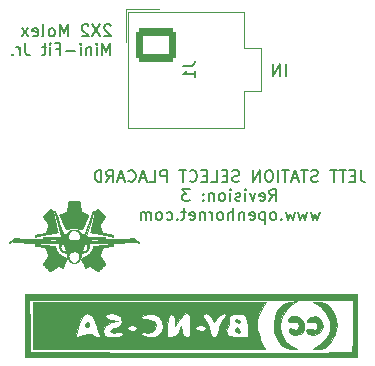
<source format=gbr>
%TF.GenerationSoftware,KiCad,Pcbnew,(6.0.9)*%
%TF.CreationDate,2023-04-01T13:56:01-08:00*%
%TF.ProjectId,JETT STATION SELECT PLACARD,4a455454-2053-4544-9154-494f4e205345,3*%
%TF.SameCoordinates,Original*%
%TF.FileFunction,Legend,Bot*%
%TF.FilePolarity,Positive*%
%FSLAX46Y46*%
G04 Gerber Fmt 4.6, Leading zero omitted, Abs format (unit mm)*
G04 Created by KiCad (PCBNEW (6.0.9)) date 2023-04-01 13:56:01*
%MOMM*%
%LPD*%
G01*
G04 APERTURE LIST*
G04 Aperture macros list*
%AMRoundRect*
0 Rectangle with rounded corners*
0 $1 Rounding radius*
0 $2 $3 $4 $5 $6 $7 $8 $9 X,Y pos of 4 corners*
0 Add a 4 corners polygon primitive as box body*
4,1,4,$2,$3,$4,$5,$6,$7,$8,$9,$2,$3,0*
0 Add four circle primitives for the rounded corners*
1,1,$1+$1,$2,$3*
1,1,$1+$1,$4,$5*
1,1,$1+$1,$6,$7*
1,1,$1+$1,$8,$9*
0 Add four rect primitives between the rounded corners*
20,1,$1+$1,$2,$3,$4,$5,0*
20,1,$1+$1,$4,$5,$6,$7,0*
20,1,$1+$1,$6,$7,$8,$9,0*
20,1,$1+$1,$8,$9,$2,$3,0*%
G04 Aperture macros list end*
%ADD10C,0.150000*%
%ADD11C,0.010000*%
%ADD12C,0.120000*%
%ADD13RoundRect,0.300001X-1.399999X1.099999X-1.399999X-1.099999X1.399999X-1.099999X1.399999X1.099999X0*%
%ADD14O,3.400000X2.800000*%
G04 APERTURE END LIST*
D10*
X141190023Y-82562619D02*
X141142404Y-82515000D01*
X141047166Y-82467380D01*
X140809071Y-82467380D01*
X140713833Y-82515000D01*
X140666214Y-82562619D01*
X140618595Y-82657857D01*
X140618595Y-82753095D01*
X140666214Y-82895952D01*
X141237642Y-83467380D01*
X140618595Y-83467380D01*
X140285261Y-82467380D02*
X139618595Y-83467380D01*
X139618595Y-82467380D02*
X140285261Y-83467380D01*
X139285261Y-82562619D02*
X139237642Y-82515000D01*
X139142404Y-82467380D01*
X138904309Y-82467380D01*
X138809071Y-82515000D01*
X138761452Y-82562619D01*
X138713833Y-82657857D01*
X138713833Y-82753095D01*
X138761452Y-82895952D01*
X139332880Y-83467380D01*
X138713833Y-83467380D01*
X137523357Y-83467380D02*
X137523357Y-82467380D01*
X137190023Y-83181666D01*
X136856690Y-82467380D01*
X136856690Y-83467380D01*
X136237642Y-83467380D02*
X136332880Y-83419761D01*
X136380500Y-83372142D01*
X136428119Y-83276904D01*
X136428119Y-82991190D01*
X136380500Y-82895952D01*
X136332880Y-82848333D01*
X136237642Y-82800714D01*
X136094785Y-82800714D01*
X135999547Y-82848333D01*
X135951928Y-82895952D01*
X135904309Y-82991190D01*
X135904309Y-83276904D01*
X135951928Y-83372142D01*
X135999547Y-83419761D01*
X136094785Y-83467380D01*
X136237642Y-83467380D01*
X135332880Y-83467380D02*
X135428119Y-83419761D01*
X135475738Y-83324523D01*
X135475738Y-82467380D01*
X134570976Y-83419761D02*
X134666214Y-83467380D01*
X134856690Y-83467380D01*
X134951928Y-83419761D01*
X134999547Y-83324523D01*
X134999547Y-82943571D01*
X134951928Y-82848333D01*
X134856690Y-82800714D01*
X134666214Y-82800714D01*
X134570976Y-82848333D01*
X134523357Y-82943571D01*
X134523357Y-83038809D01*
X134999547Y-83134047D01*
X134190023Y-83467380D02*
X133666214Y-82800714D01*
X134190023Y-82800714D02*
X133666214Y-83467380D01*
X141142404Y-85077380D02*
X141142404Y-84077380D01*
X140809071Y-84791666D01*
X140475738Y-84077380D01*
X140475738Y-85077380D01*
X139999547Y-85077380D02*
X139999547Y-84410714D01*
X139999547Y-84077380D02*
X140047166Y-84125000D01*
X139999547Y-84172619D01*
X139951928Y-84125000D01*
X139999547Y-84077380D01*
X139999547Y-84172619D01*
X139523357Y-84410714D02*
X139523357Y-85077380D01*
X139523357Y-84505952D02*
X139475738Y-84458333D01*
X139380500Y-84410714D01*
X139237642Y-84410714D01*
X139142404Y-84458333D01*
X139094785Y-84553571D01*
X139094785Y-85077380D01*
X138618595Y-85077380D02*
X138618595Y-84410714D01*
X138618595Y-84077380D02*
X138666214Y-84125000D01*
X138618595Y-84172619D01*
X138570976Y-84125000D01*
X138618595Y-84077380D01*
X138618595Y-84172619D01*
X138142404Y-84696428D02*
X137380500Y-84696428D01*
X136570976Y-84553571D02*
X136904309Y-84553571D01*
X136904309Y-85077380D02*
X136904309Y-84077380D01*
X136428119Y-84077380D01*
X136047166Y-85077380D02*
X136047166Y-84410714D01*
X136047166Y-84077380D02*
X136094785Y-84125000D01*
X136047166Y-84172619D01*
X135999547Y-84125000D01*
X136047166Y-84077380D01*
X136047166Y-84172619D01*
X135713833Y-84410714D02*
X135332880Y-84410714D01*
X135570976Y-84077380D02*
X135570976Y-84934523D01*
X135523357Y-85029761D01*
X135428119Y-85077380D01*
X135332880Y-85077380D01*
X133951928Y-84077380D02*
X133951928Y-84791666D01*
X133999547Y-84934523D01*
X134094785Y-85029761D01*
X134237642Y-85077380D01*
X134332880Y-85077380D01*
X133475738Y-85077380D02*
X133475738Y-84410714D01*
X133475738Y-84601190D02*
X133428119Y-84505952D01*
X133380500Y-84458333D01*
X133285261Y-84410714D01*
X133190023Y-84410714D01*
X132856690Y-84982142D02*
X132809071Y-85029761D01*
X132856690Y-85077380D01*
X132904309Y-85029761D01*
X132856690Y-84982142D01*
X132856690Y-85077380D01*
X162326838Y-94794180D02*
X162326838Y-95508466D01*
X162374457Y-95651323D01*
X162469695Y-95746561D01*
X162612552Y-95794180D01*
X162707790Y-95794180D01*
X161850647Y-95270371D02*
X161517314Y-95270371D01*
X161374457Y-95794180D02*
X161850647Y-95794180D01*
X161850647Y-94794180D01*
X161374457Y-94794180D01*
X161088742Y-94794180D02*
X160517314Y-94794180D01*
X160803028Y-95794180D02*
X160803028Y-94794180D01*
X160326838Y-94794180D02*
X159755409Y-94794180D01*
X160041123Y-95794180D02*
X160041123Y-94794180D01*
X158707790Y-95746561D02*
X158564933Y-95794180D01*
X158326838Y-95794180D01*
X158231600Y-95746561D01*
X158183980Y-95698942D01*
X158136361Y-95603704D01*
X158136361Y-95508466D01*
X158183980Y-95413228D01*
X158231600Y-95365609D01*
X158326838Y-95317990D01*
X158517314Y-95270371D01*
X158612552Y-95222752D01*
X158660171Y-95175133D01*
X158707790Y-95079895D01*
X158707790Y-94984657D01*
X158660171Y-94889419D01*
X158612552Y-94841800D01*
X158517314Y-94794180D01*
X158279219Y-94794180D01*
X158136361Y-94841800D01*
X157850647Y-94794180D02*
X157279219Y-94794180D01*
X157564933Y-95794180D02*
X157564933Y-94794180D01*
X156993504Y-95508466D02*
X156517314Y-95508466D01*
X157088742Y-95794180D02*
X156755409Y-94794180D01*
X156422076Y-95794180D01*
X156231600Y-94794180D02*
X155660171Y-94794180D01*
X155945885Y-95794180D02*
X155945885Y-94794180D01*
X155326838Y-95794180D02*
X155326838Y-94794180D01*
X154660171Y-94794180D02*
X154469695Y-94794180D01*
X154374457Y-94841800D01*
X154279219Y-94937038D01*
X154231600Y-95127514D01*
X154231600Y-95460847D01*
X154279219Y-95651323D01*
X154374457Y-95746561D01*
X154469695Y-95794180D01*
X154660171Y-95794180D01*
X154755409Y-95746561D01*
X154850647Y-95651323D01*
X154898266Y-95460847D01*
X154898266Y-95127514D01*
X154850647Y-94937038D01*
X154755409Y-94841800D01*
X154660171Y-94794180D01*
X153803028Y-95794180D02*
X153803028Y-94794180D01*
X153231600Y-95794180D01*
X153231600Y-94794180D01*
X152041123Y-95746561D02*
X151898266Y-95794180D01*
X151660171Y-95794180D01*
X151564933Y-95746561D01*
X151517314Y-95698942D01*
X151469695Y-95603704D01*
X151469695Y-95508466D01*
X151517314Y-95413228D01*
X151564933Y-95365609D01*
X151660171Y-95317990D01*
X151850647Y-95270371D01*
X151945885Y-95222752D01*
X151993504Y-95175133D01*
X152041123Y-95079895D01*
X152041123Y-94984657D01*
X151993504Y-94889419D01*
X151945885Y-94841800D01*
X151850647Y-94794180D01*
X151612552Y-94794180D01*
X151469695Y-94841800D01*
X151041123Y-95270371D02*
X150707790Y-95270371D01*
X150564933Y-95794180D02*
X151041123Y-95794180D01*
X151041123Y-94794180D01*
X150564933Y-94794180D01*
X149660171Y-95794180D02*
X150136361Y-95794180D01*
X150136361Y-94794180D01*
X149326838Y-95270371D02*
X148993504Y-95270371D01*
X148850647Y-95794180D02*
X149326838Y-95794180D01*
X149326838Y-94794180D01*
X148850647Y-94794180D01*
X147850647Y-95698942D02*
X147898266Y-95746561D01*
X148041123Y-95794180D01*
X148136361Y-95794180D01*
X148279219Y-95746561D01*
X148374457Y-95651323D01*
X148422076Y-95556085D01*
X148469695Y-95365609D01*
X148469695Y-95222752D01*
X148422076Y-95032276D01*
X148374457Y-94937038D01*
X148279219Y-94841800D01*
X148136361Y-94794180D01*
X148041123Y-94794180D01*
X147898266Y-94841800D01*
X147850647Y-94889419D01*
X147564933Y-94794180D02*
X146993504Y-94794180D01*
X147279219Y-95794180D02*
X147279219Y-94794180D01*
X145898266Y-95794180D02*
X145898266Y-94794180D01*
X145517314Y-94794180D01*
X145422076Y-94841800D01*
X145374457Y-94889419D01*
X145326838Y-94984657D01*
X145326838Y-95127514D01*
X145374457Y-95222752D01*
X145422076Y-95270371D01*
X145517314Y-95317990D01*
X145898266Y-95317990D01*
X144422076Y-95794180D02*
X144898266Y-95794180D01*
X144898266Y-94794180D01*
X144136361Y-95508466D02*
X143660171Y-95508466D01*
X144231600Y-95794180D02*
X143898266Y-94794180D01*
X143564933Y-95794180D01*
X142660171Y-95698942D02*
X142707790Y-95746561D01*
X142850647Y-95794180D01*
X142945885Y-95794180D01*
X143088742Y-95746561D01*
X143183980Y-95651323D01*
X143231600Y-95556085D01*
X143279219Y-95365609D01*
X143279219Y-95222752D01*
X143231600Y-95032276D01*
X143183980Y-94937038D01*
X143088742Y-94841800D01*
X142945885Y-94794180D01*
X142850647Y-94794180D01*
X142707790Y-94841800D01*
X142660171Y-94889419D01*
X142279219Y-95508466D02*
X141803028Y-95508466D01*
X142374457Y-95794180D02*
X142041123Y-94794180D01*
X141707790Y-95794180D01*
X140803028Y-95794180D02*
X141136361Y-95317990D01*
X141374457Y-95794180D02*
X141374457Y-94794180D01*
X140993504Y-94794180D01*
X140898266Y-94841800D01*
X140850647Y-94889419D01*
X140803028Y-94984657D01*
X140803028Y-95127514D01*
X140850647Y-95222752D01*
X140898266Y-95270371D01*
X140993504Y-95317990D01*
X141374457Y-95317990D01*
X140374457Y-95794180D02*
X140374457Y-94794180D01*
X140136361Y-94794180D01*
X139993504Y-94841800D01*
X139898266Y-94937038D01*
X139850647Y-95032276D01*
X139803028Y-95222752D01*
X139803028Y-95365609D01*
X139850647Y-95556085D01*
X139898266Y-95651323D01*
X139993504Y-95746561D01*
X140136361Y-95794180D01*
X140374457Y-95794180D01*
X154612552Y-97404180D02*
X154945885Y-96927990D01*
X155183980Y-97404180D02*
X155183980Y-96404180D01*
X154803028Y-96404180D01*
X154707790Y-96451800D01*
X154660171Y-96499419D01*
X154612552Y-96594657D01*
X154612552Y-96737514D01*
X154660171Y-96832752D01*
X154707790Y-96880371D01*
X154803028Y-96927990D01*
X155183980Y-96927990D01*
X153803028Y-97356561D02*
X153898266Y-97404180D01*
X154088742Y-97404180D01*
X154183980Y-97356561D01*
X154231600Y-97261323D01*
X154231600Y-96880371D01*
X154183980Y-96785133D01*
X154088742Y-96737514D01*
X153898266Y-96737514D01*
X153803028Y-96785133D01*
X153755409Y-96880371D01*
X153755409Y-96975609D01*
X154231600Y-97070847D01*
X153422076Y-96737514D02*
X153183980Y-97404180D01*
X152945885Y-96737514D01*
X152564933Y-97404180D02*
X152564933Y-96737514D01*
X152564933Y-96404180D02*
X152612552Y-96451800D01*
X152564933Y-96499419D01*
X152517314Y-96451800D01*
X152564933Y-96404180D01*
X152564933Y-96499419D01*
X152136361Y-97356561D02*
X152041123Y-97404180D01*
X151850647Y-97404180D01*
X151755409Y-97356561D01*
X151707790Y-97261323D01*
X151707790Y-97213704D01*
X151755409Y-97118466D01*
X151850647Y-97070847D01*
X151993504Y-97070847D01*
X152088742Y-97023228D01*
X152136361Y-96927990D01*
X152136361Y-96880371D01*
X152088742Y-96785133D01*
X151993504Y-96737514D01*
X151850647Y-96737514D01*
X151755409Y-96785133D01*
X151279219Y-97404180D02*
X151279219Y-96737514D01*
X151279219Y-96404180D02*
X151326838Y-96451800D01*
X151279219Y-96499419D01*
X151231600Y-96451800D01*
X151279219Y-96404180D01*
X151279219Y-96499419D01*
X150660171Y-97404180D02*
X150755409Y-97356561D01*
X150803028Y-97308942D01*
X150850647Y-97213704D01*
X150850647Y-96927990D01*
X150803028Y-96832752D01*
X150755409Y-96785133D01*
X150660171Y-96737514D01*
X150517314Y-96737514D01*
X150422076Y-96785133D01*
X150374457Y-96832752D01*
X150326838Y-96927990D01*
X150326838Y-97213704D01*
X150374457Y-97308942D01*
X150422076Y-97356561D01*
X150517314Y-97404180D01*
X150660171Y-97404180D01*
X149898266Y-96737514D02*
X149898266Y-97404180D01*
X149898266Y-96832752D02*
X149850647Y-96785133D01*
X149755409Y-96737514D01*
X149612552Y-96737514D01*
X149517314Y-96785133D01*
X149469695Y-96880371D01*
X149469695Y-97404180D01*
X148993504Y-97308942D02*
X148945885Y-97356561D01*
X148993504Y-97404180D01*
X149041123Y-97356561D01*
X148993504Y-97308942D01*
X148993504Y-97404180D01*
X148993504Y-96785133D02*
X148945885Y-96832752D01*
X148993504Y-96880371D01*
X149041123Y-96832752D01*
X148993504Y-96785133D01*
X148993504Y-96880371D01*
X147850647Y-96404180D02*
X147231600Y-96404180D01*
X147564933Y-96785133D01*
X147422076Y-96785133D01*
X147326838Y-96832752D01*
X147279219Y-96880371D01*
X147231600Y-96975609D01*
X147231600Y-97213704D01*
X147279219Y-97308942D01*
X147326838Y-97356561D01*
X147422076Y-97404180D01*
X147707790Y-97404180D01*
X147803028Y-97356561D01*
X147850647Y-97308942D01*
X158850647Y-98347514D02*
X158660171Y-99014180D01*
X158469695Y-98537990D01*
X158279219Y-99014180D01*
X158088742Y-98347514D01*
X157803028Y-98347514D02*
X157612552Y-99014180D01*
X157422076Y-98537990D01*
X157231600Y-99014180D01*
X157041123Y-98347514D01*
X156755409Y-98347514D02*
X156564933Y-99014180D01*
X156374457Y-98537990D01*
X156183980Y-99014180D01*
X155993504Y-98347514D01*
X155612552Y-98918942D02*
X155564933Y-98966561D01*
X155612552Y-99014180D01*
X155660171Y-98966561D01*
X155612552Y-98918942D01*
X155612552Y-99014180D01*
X154993504Y-99014180D02*
X155088742Y-98966561D01*
X155136361Y-98918942D01*
X155183980Y-98823704D01*
X155183980Y-98537990D01*
X155136361Y-98442752D01*
X155088742Y-98395133D01*
X154993504Y-98347514D01*
X154850647Y-98347514D01*
X154755409Y-98395133D01*
X154707790Y-98442752D01*
X154660171Y-98537990D01*
X154660171Y-98823704D01*
X154707790Y-98918942D01*
X154755409Y-98966561D01*
X154850647Y-99014180D01*
X154993504Y-99014180D01*
X154231600Y-98347514D02*
X154231600Y-99347514D01*
X154231600Y-98395133D02*
X154136361Y-98347514D01*
X153945885Y-98347514D01*
X153850647Y-98395133D01*
X153803028Y-98442752D01*
X153755409Y-98537990D01*
X153755409Y-98823704D01*
X153803028Y-98918942D01*
X153850647Y-98966561D01*
X153945885Y-99014180D01*
X154136361Y-99014180D01*
X154231600Y-98966561D01*
X152945885Y-98966561D02*
X153041123Y-99014180D01*
X153231600Y-99014180D01*
X153326838Y-98966561D01*
X153374457Y-98871323D01*
X153374457Y-98490371D01*
X153326838Y-98395133D01*
X153231600Y-98347514D01*
X153041123Y-98347514D01*
X152945885Y-98395133D01*
X152898266Y-98490371D01*
X152898266Y-98585609D01*
X153374457Y-98680847D01*
X152469695Y-98347514D02*
X152469695Y-99014180D01*
X152469695Y-98442752D02*
X152422076Y-98395133D01*
X152326838Y-98347514D01*
X152183980Y-98347514D01*
X152088742Y-98395133D01*
X152041123Y-98490371D01*
X152041123Y-99014180D01*
X151564933Y-99014180D02*
X151564933Y-98014180D01*
X151136361Y-99014180D02*
X151136361Y-98490371D01*
X151183980Y-98395133D01*
X151279219Y-98347514D01*
X151422076Y-98347514D01*
X151517314Y-98395133D01*
X151564933Y-98442752D01*
X150517314Y-99014180D02*
X150612552Y-98966561D01*
X150660171Y-98918942D01*
X150707790Y-98823704D01*
X150707790Y-98537990D01*
X150660171Y-98442752D01*
X150612552Y-98395133D01*
X150517314Y-98347514D01*
X150374457Y-98347514D01*
X150279219Y-98395133D01*
X150231600Y-98442752D01*
X150183980Y-98537990D01*
X150183980Y-98823704D01*
X150231600Y-98918942D01*
X150279219Y-98966561D01*
X150374457Y-99014180D01*
X150517314Y-99014180D01*
X149755409Y-99014180D02*
X149755409Y-98347514D01*
X149755409Y-98537990D02*
X149707790Y-98442752D01*
X149660171Y-98395133D01*
X149564933Y-98347514D01*
X149469695Y-98347514D01*
X149136361Y-98347514D02*
X149136361Y-99014180D01*
X149136361Y-98442752D02*
X149088742Y-98395133D01*
X148993504Y-98347514D01*
X148850647Y-98347514D01*
X148755409Y-98395133D01*
X148707790Y-98490371D01*
X148707790Y-99014180D01*
X147850647Y-98966561D02*
X147945885Y-99014180D01*
X148136361Y-99014180D01*
X148231600Y-98966561D01*
X148279219Y-98871323D01*
X148279219Y-98490371D01*
X148231600Y-98395133D01*
X148136361Y-98347514D01*
X147945885Y-98347514D01*
X147850647Y-98395133D01*
X147803028Y-98490371D01*
X147803028Y-98585609D01*
X148279219Y-98680847D01*
X147517314Y-98347514D02*
X147136361Y-98347514D01*
X147374457Y-98014180D02*
X147374457Y-98871323D01*
X147326838Y-98966561D01*
X147231600Y-99014180D01*
X147136361Y-99014180D01*
X146803028Y-98918942D02*
X146755409Y-98966561D01*
X146803028Y-99014180D01*
X146850647Y-98966561D01*
X146803028Y-98918942D01*
X146803028Y-99014180D01*
X145898266Y-98966561D02*
X145993504Y-99014180D01*
X146183980Y-99014180D01*
X146279219Y-98966561D01*
X146326838Y-98918942D01*
X146374457Y-98823704D01*
X146374457Y-98537990D01*
X146326838Y-98442752D01*
X146279219Y-98395133D01*
X146183980Y-98347514D01*
X145993504Y-98347514D01*
X145898266Y-98395133D01*
X145326838Y-99014180D02*
X145422076Y-98966561D01*
X145469695Y-98918942D01*
X145517314Y-98823704D01*
X145517314Y-98537990D01*
X145469695Y-98442752D01*
X145422076Y-98395133D01*
X145326838Y-98347514D01*
X145183980Y-98347514D01*
X145088742Y-98395133D01*
X145041123Y-98442752D01*
X144993504Y-98537990D01*
X144993504Y-98823704D01*
X145041123Y-98918942D01*
X145088742Y-98966561D01*
X145183980Y-99014180D01*
X145326838Y-99014180D01*
X144564933Y-99014180D02*
X144564933Y-98347514D01*
X144564933Y-98442752D02*
X144517314Y-98395133D01*
X144422076Y-98347514D01*
X144279219Y-98347514D01*
X144183980Y-98395133D01*
X144136361Y-98490371D01*
X144136361Y-99014180D01*
X144136361Y-98490371D02*
X144088742Y-98395133D01*
X143993504Y-98347514D01*
X143850647Y-98347514D01*
X143755409Y-98395133D01*
X143707790Y-98490371D01*
X143707790Y-99014180D01*
X155971809Y-86812380D02*
X155971809Y-85812380D01*
X155495619Y-86812380D02*
X155495619Y-85812380D01*
X154924190Y-86812380D01*
X154924190Y-85812380D01*
%TO.C,J1*%
X147307004Y-85958666D02*
X148021290Y-85958666D01*
X148164147Y-85911047D01*
X148259385Y-85815809D01*
X148307004Y-85672952D01*
X148307004Y-85577714D01*
X148307004Y-86958666D02*
X148307004Y-86387238D01*
X148307004Y-86672952D02*
X147307004Y-86672952D01*
X147449862Y-86577714D01*
X147545100Y-86482476D01*
X147592719Y-86387238D01*
%TO.C,G2*%
G36*
X156471200Y-106206742D02*
G01*
X156071392Y-106539361D01*
X155668738Y-107167342D01*
X155505118Y-107878152D01*
X155580950Y-108592327D01*
X155896657Y-109230403D01*
X156452658Y-109712916D01*
X156913126Y-109970453D01*
X156329754Y-109927445D01*
X156070178Y-109880883D01*
X155570394Y-109589053D01*
X155222676Y-109098636D01*
X155027025Y-108480780D01*
X154983439Y-107806631D01*
X155091919Y-107147337D01*
X155352464Y-106574044D01*
X155765076Y-106157900D01*
X156329754Y-105970050D01*
X156913126Y-105924537D01*
X156471200Y-106206742D01*
G37*
D11*
X156471200Y-106206742D02*
X156071392Y-106539361D01*
X155668738Y-107167342D01*
X155505118Y-107878152D01*
X155580950Y-108592327D01*
X155896657Y-109230403D01*
X156452658Y-109712916D01*
X156913126Y-109970453D01*
X156329754Y-109927445D01*
X156070178Y-109880883D01*
X155570394Y-109589053D01*
X155222676Y-109098636D01*
X155027025Y-108480780D01*
X154983439Y-107806631D01*
X155091919Y-107147337D01*
X155352464Y-106574044D01*
X155765076Y-106157900D01*
X156329754Y-105970050D01*
X156913126Y-105924537D01*
X156471200Y-106206742D01*
G36*
X158846880Y-107360640D02*
G01*
X159077514Y-107643046D01*
X159161718Y-108094447D01*
X158919654Y-108526727D01*
X158828370Y-108607063D01*
X158356686Y-108780677D01*
X157858794Y-108639079D01*
X157751713Y-108548228D01*
X157708598Y-108346200D01*
X157877532Y-108227750D01*
X158174715Y-108286424D01*
X158457165Y-108355238D01*
X158643779Y-108197065D01*
X158608107Y-107838755D01*
X158500401Y-107698082D01*
X158172839Y-107662806D01*
X158027306Y-107690257D01*
X157778884Y-107637909D01*
X157789983Y-107462090D01*
X158080441Y-107251179D01*
X158206240Y-107197984D01*
X158534588Y-107157805D01*
X158846880Y-107360640D01*
G37*
X158846880Y-107360640D02*
X159077514Y-107643046D01*
X159161718Y-108094447D01*
X158919654Y-108526727D01*
X158828370Y-108607063D01*
X158356686Y-108780677D01*
X157858794Y-108639079D01*
X157751713Y-108548228D01*
X157708598Y-108346200D01*
X157877532Y-108227750D01*
X158174715Y-108286424D01*
X158457165Y-108355238D01*
X158643779Y-108197065D01*
X158608107Y-107838755D01*
X158500401Y-107698082D01*
X158172839Y-107662806D01*
X158027306Y-107690257D01*
X157778884Y-107637909D01*
X157789983Y-107462090D01*
X158080441Y-107251179D01*
X158206240Y-107197984D01*
X158534588Y-107157805D01*
X158846880Y-107360640D01*
G36*
X139334980Y-107855967D02*
G01*
X139314393Y-107981294D01*
X139166768Y-108118212D01*
X139126859Y-108113682D01*
X138998556Y-107959928D01*
X139004973Y-107912734D01*
X139166768Y-107697682D01*
X139253433Y-107681858D01*
X139334980Y-107855967D01*
G37*
X139334980Y-107855967D02*
X139314393Y-107981294D01*
X139166768Y-108118212D01*
X139126859Y-108113682D01*
X138998556Y-107959928D01*
X139004973Y-107912734D01*
X139166768Y-107697682D01*
X139253433Y-107681858D01*
X139334980Y-107855967D01*
G36*
X133952199Y-110641391D02*
G01*
X133952199Y-105763245D01*
X134278858Y-105763245D01*
X134325793Y-107992053D01*
X134372729Y-110220861D01*
X147926817Y-110263903D01*
X148821855Y-110266498D01*
X150889984Y-110270567D01*
X152850002Y-110271769D01*
X154676542Y-110270236D01*
X156344235Y-110266096D01*
X157827714Y-110259480D01*
X159101612Y-110250518D01*
X160140561Y-110239341D01*
X160919193Y-110226078D01*
X161412140Y-110210859D01*
X161594036Y-110193814D01*
X161600229Y-110184401D01*
X161641985Y-109941127D01*
X161675962Y-109438081D01*
X161698806Y-108742585D01*
X161707166Y-107921965D01*
X161707166Y-105763245D01*
X134278858Y-105763245D01*
X133952199Y-105763245D01*
X133952199Y-105258610D01*
X162043590Y-105258610D01*
X162043590Y-110641391D01*
X133952199Y-110641391D01*
G37*
X133952199Y-110641391D02*
X133952199Y-105763245D01*
X134278858Y-105763245D01*
X134325793Y-107992053D01*
X134372729Y-110220861D01*
X147926817Y-110263903D01*
X148821855Y-110266498D01*
X150889984Y-110270567D01*
X152850002Y-110271769D01*
X154676542Y-110270236D01*
X156344235Y-110266096D01*
X157827714Y-110259480D01*
X159101612Y-110250518D01*
X160140561Y-110239341D01*
X160919193Y-110226078D01*
X161412140Y-110210859D01*
X161594036Y-110193814D01*
X161600229Y-110184401D01*
X161641985Y-109941127D01*
X161675962Y-109438081D01*
X161698806Y-108742585D01*
X161707166Y-107921965D01*
X161707166Y-105763245D01*
X134278858Y-105763245D01*
X133952199Y-105763245D01*
X133952199Y-105258610D01*
X162043590Y-105258610D01*
X162043590Y-110641391D01*
X133952199Y-110641391D01*
G36*
X159284935Y-106040741D02*
G01*
X159743525Y-106432063D01*
X160139122Y-107062606D01*
X160326543Y-107878033D01*
X160194677Y-108698281D01*
X159743525Y-109467937D01*
X159740701Y-109471288D01*
X159295539Y-109854346D01*
X158790557Y-109967914D01*
X158258821Y-109967286D01*
X158815632Y-109627807D01*
X158841349Y-109611675D01*
X159299582Y-109190872D01*
X159635773Y-108661218D01*
X159744489Y-108309650D01*
X159740117Y-107565113D01*
X159438857Y-106875998D01*
X158864740Y-106315418D01*
X158293176Y-105931457D01*
X158807734Y-105931457D01*
X159284935Y-106040741D01*
G37*
X159284935Y-106040741D02*
X159743525Y-106432063D01*
X160139122Y-107062606D01*
X160326543Y-107878033D01*
X160194677Y-108698281D01*
X159743525Y-109467937D01*
X159740701Y-109471288D01*
X159295539Y-109854346D01*
X158790557Y-109967914D01*
X158258821Y-109967286D01*
X158815632Y-109627807D01*
X158841349Y-109611675D01*
X159299582Y-109190872D01*
X159635773Y-108661218D01*
X159744489Y-108309650D01*
X159740117Y-107565113D01*
X159438857Y-106875998D01*
X158864740Y-106315418D01*
X158293176Y-105931457D01*
X158807734Y-105931457D01*
X159284935Y-106040741D01*
G36*
X151983650Y-108152828D02*
G01*
X152119086Y-108384548D01*
X152021991Y-108568342D01*
X151820428Y-108540099D01*
X151652999Y-108317964D01*
X151656567Y-108216017D01*
X151852751Y-108118212D01*
X151983650Y-108152828D01*
G37*
X151983650Y-108152828D02*
X152119086Y-108384548D01*
X152021991Y-108568342D01*
X151820428Y-108540099D01*
X151652999Y-108317964D01*
X151656567Y-108216017D01*
X151852751Y-108118212D01*
X151983650Y-108152828D01*
G36*
X151982168Y-107465951D02*
G01*
X152119086Y-107613576D01*
X152114556Y-107653486D01*
X151960802Y-107781788D01*
X151913608Y-107775372D01*
X151698556Y-107613576D01*
X151682732Y-107526912D01*
X151856841Y-107445364D01*
X151982168Y-107465951D01*
G37*
X151982168Y-107465951D02*
X152119086Y-107613576D01*
X152114556Y-107653486D01*
X151960802Y-107781788D01*
X151913608Y-107775372D01*
X151698556Y-107613576D01*
X151682732Y-107526912D01*
X151856841Y-107445364D01*
X151982168Y-107465951D01*
G36*
X157342260Y-107453969D02*
G01*
X157565476Y-107853970D01*
X157543880Y-108306606D01*
X157268931Y-108662325D01*
X157166096Y-108716559D01*
X156804060Y-108775295D01*
X156456607Y-108699774D01*
X156230801Y-108527771D01*
X156233703Y-108297063D01*
X156336981Y-108197448D01*
X156569360Y-108280330D01*
X156746811Y-108363551D01*
X156989395Y-108211761D01*
X157108763Y-107920082D01*
X156978354Y-107693754D01*
X156641991Y-107667236D01*
X156590847Y-107678492D01*
X156300230Y-107641362D01*
X156193923Y-107468912D01*
X156344887Y-107260922D01*
X156541541Y-107160711D01*
X156929636Y-107156697D01*
X157342260Y-107453969D01*
G37*
X157342260Y-107453969D02*
X157565476Y-107853970D01*
X157543880Y-108306606D01*
X157268931Y-108662325D01*
X157166096Y-108716559D01*
X156804060Y-108775295D01*
X156456607Y-108699774D01*
X156230801Y-108527771D01*
X156233703Y-108297063D01*
X156336981Y-108197448D01*
X156569360Y-108280330D01*
X156746811Y-108363551D01*
X156989395Y-108211761D01*
X157108763Y-107920082D01*
X156978354Y-107693754D01*
X156641991Y-107667236D01*
X156590847Y-107678492D01*
X156300230Y-107641362D01*
X156193923Y-107468912D01*
X156344887Y-107260922D01*
X156541541Y-107160711D01*
X156929636Y-107156697D01*
X157342260Y-107453969D01*
G36*
X154260084Y-109968543D02*
G01*
X134625047Y-109968543D01*
X134625047Y-108829574D01*
X138228254Y-108829574D01*
X138354033Y-108956323D01*
X138667500Y-108826745D01*
X138824690Y-108744563D01*
X139213567Y-108637655D01*
X139536565Y-108651705D01*
X139671404Y-108791060D01*
X139733370Y-108888366D01*
X140005373Y-108959272D01*
X140021987Y-108959263D01*
X140197971Y-108942537D01*
X140252702Y-108842117D01*
X140185247Y-108581662D01*
X140111209Y-108388646D01*
X140518033Y-108388646D01*
X140590661Y-108781499D01*
X140646383Y-108829739D01*
X140689281Y-108842117D01*
X140960433Y-108920357D01*
X141402892Y-108957792D01*
X141826111Y-108935548D01*
X142082442Y-108847130D01*
X142201906Y-108646559D01*
X142076312Y-108516665D01*
X141705961Y-108535225D01*
X141341261Y-108563064D01*
X141106071Y-108462508D01*
X141104255Y-108459469D01*
X141169406Y-108302670D01*
X141445143Y-108202318D01*
X142531007Y-108202318D01*
X142613314Y-108366900D01*
X142951537Y-108454636D01*
X143225839Y-108405251D01*
X143372066Y-108202318D01*
X143289759Y-108037736D01*
X142951537Y-107950000D01*
X142677234Y-107999385D01*
X142531007Y-108202318D01*
X141445143Y-108202318D01*
X141505609Y-108180312D01*
X141589694Y-108160890D01*
X142005230Y-107941062D01*
X142161864Y-107626846D01*
X142076643Y-107300527D01*
X142011233Y-107246488D01*
X143746172Y-107246488D01*
X143851291Y-107396078D01*
X144271879Y-107445364D01*
X144423853Y-107449258D01*
X144797115Y-107540739D01*
X144972642Y-107789860D01*
X144995679Y-107878407D01*
X144954928Y-108202318D01*
X144944459Y-108285534D01*
X144646279Y-108531815D01*
X144166978Y-108554744D01*
X144126499Y-108546929D01*
X143803609Y-108531753D01*
X143757925Y-108646559D01*
X143750029Y-108666403D01*
X143764516Y-108696718D01*
X144011343Y-108843316D01*
X144432798Y-108913184D01*
X144895095Y-108896117D01*
X145264451Y-108781911D01*
X145470827Y-108530978D01*
X145473225Y-108518619D01*
X145909644Y-108518619D01*
X145941442Y-108817039D01*
X146055263Y-108937117D01*
X146280380Y-108959272D01*
X146590260Y-108877452D01*
X146912183Y-108496689D01*
X147142063Y-108034106D01*
X147202675Y-108496689D01*
X147315056Y-108835667D01*
X147588537Y-108959272D01*
X147724047Y-108942183D01*
X147845850Y-108820266D01*
X147900901Y-108514969D01*
X147908992Y-108160265D01*
X148291423Y-108160265D01*
X148295838Y-108172262D01*
X148517035Y-108360313D01*
X148863254Y-108433865D01*
X149140247Y-108349590D01*
X149255315Y-108174624D01*
X149148499Y-108008637D01*
X148740830Y-107950000D01*
X148379041Y-108000184D01*
X148291423Y-108160265D01*
X147908992Y-108160265D01*
X147913788Y-107950000D01*
X147907860Y-107512874D01*
X147867634Y-107143878D01*
X147785903Y-107009322D01*
X148962101Y-107009322D01*
X148989126Y-107218695D01*
X149259484Y-107613576D01*
X149484695Y-108025056D01*
X149518778Y-108174624D01*
X149592167Y-108496689D01*
X149593249Y-108548572D01*
X149676468Y-108869663D01*
X149932331Y-108959272D01*
X149970072Y-108958360D01*
X150204489Y-108847504D01*
X150272495Y-108496689D01*
X150312819Y-108307377D01*
X150946315Y-108307377D01*
X150997887Y-108635844D01*
X151207678Y-108857169D01*
X151256624Y-108872896D01*
X151640699Y-108934369D01*
X152141238Y-108959272D01*
X152808723Y-108959272D01*
X152758275Y-107992053D01*
X152730507Y-107576187D01*
X152665907Y-107209517D01*
X152538797Y-107035312D01*
X152312242Y-106968840D01*
X151991522Y-106956496D01*
X151495108Y-107018648D01*
X151404493Y-107043893D01*
X151370376Y-107066888D01*
X151159201Y-107209221D01*
X151153235Y-107541240D01*
X151169825Y-107833983D01*
X151087256Y-108048048D01*
X151079903Y-108052778D01*
X150946315Y-108307377D01*
X150312819Y-108307377D01*
X150363828Y-108067897D01*
X150605179Y-107613576D01*
X150612195Y-107604580D01*
X150840926Y-107275677D01*
X150937862Y-107066888D01*
X150917723Y-106985174D01*
X150737154Y-106936984D01*
X150462252Y-107052486D01*
X150207298Y-107295863D01*
X149958552Y-107650998D01*
X149736767Y-107295863D01*
X149530459Y-107072105D01*
X149219021Y-106940729D01*
X149175763Y-106941454D01*
X148962101Y-107009322D01*
X147785903Y-107009322D01*
X147767322Y-106978732D01*
X147581684Y-106940729D01*
X147261796Y-107087191D01*
X146951306Y-107487417D01*
X146653032Y-108034106D01*
X146599149Y-107477282D01*
X146582117Y-107336844D01*
X146474391Y-107028351D01*
X146262308Y-106974280D01*
X146255515Y-106975644D01*
X146084577Y-107095599D01*
X145983305Y-107411713D01*
X145928904Y-107993688D01*
X145925687Y-108081362D01*
X145909644Y-108518619D01*
X145473225Y-108518619D01*
X145558076Y-108081362D01*
X145479748Y-107594533D01*
X145238132Y-107207286D01*
X145201151Y-107176664D01*
X144824494Y-107014442D01*
X144368989Y-106971751D01*
X143966647Y-107046126D01*
X143749480Y-107235100D01*
X143746172Y-107246488D01*
X142011233Y-107246488D01*
X141766613Y-107044393D01*
X141248821Y-106940729D01*
X140829964Y-107008350D01*
X140668855Y-107175951D01*
X140800270Y-107363148D01*
X141227364Y-107489296D01*
X141774053Y-107554543D01*
X141225182Y-107689629D01*
X141098866Y-107729538D01*
X140707529Y-108003415D01*
X140518033Y-108388646D01*
X140111209Y-108388646D01*
X139994671Y-108084832D01*
X139837965Y-107690063D01*
X139653308Y-107261781D01*
X139513422Y-107038775D01*
X139370410Y-106954079D01*
X139176378Y-106940729D01*
X139030496Y-106985242D01*
X138775508Y-107278187D01*
X138491467Y-107871939D01*
X138288489Y-108437429D01*
X138228254Y-108829574D01*
X134625047Y-108829574D01*
X134625047Y-105931457D01*
X154294495Y-105931457D01*
X153972234Y-106478146D01*
X153949460Y-106517239D01*
X153587006Y-107412674D01*
X153554746Y-108285934D01*
X153780668Y-108959272D01*
X153851217Y-109169537D01*
X154260084Y-109968543D01*
G37*
X154260084Y-109968543D02*
X134625047Y-109968543D01*
X134625047Y-108829574D01*
X138228254Y-108829574D01*
X138354033Y-108956323D01*
X138667500Y-108826745D01*
X138824690Y-108744563D01*
X139213567Y-108637655D01*
X139536565Y-108651705D01*
X139671404Y-108791060D01*
X139733370Y-108888366D01*
X140005373Y-108959272D01*
X140021987Y-108959263D01*
X140197971Y-108942537D01*
X140252702Y-108842117D01*
X140185247Y-108581662D01*
X140111209Y-108388646D01*
X140518033Y-108388646D01*
X140590661Y-108781499D01*
X140646383Y-108829739D01*
X140689281Y-108842117D01*
X140960433Y-108920357D01*
X141402892Y-108957792D01*
X141826111Y-108935548D01*
X142082442Y-108847130D01*
X142201906Y-108646559D01*
X142076312Y-108516665D01*
X141705961Y-108535225D01*
X141341261Y-108563064D01*
X141106071Y-108462508D01*
X141104255Y-108459469D01*
X141169406Y-108302670D01*
X141445143Y-108202318D01*
X142531007Y-108202318D01*
X142613314Y-108366900D01*
X142951537Y-108454636D01*
X143225839Y-108405251D01*
X143372066Y-108202318D01*
X143289759Y-108037736D01*
X142951537Y-107950000D01*
X142677234Y-107999385D01*
X142531007Y-108202318D01*
X141445143Y-108202318D01*
X141505609Y-108180312D01*
X141589694Y-108160890D01*
X142005230Y-107941062D01*
X142161864Y-107626846D01*
X142076643Y-107300527D01*
X142011233Y-107246488D01*
X143746172Y-107246488D01*
X143851291Y-107396078D01*
X144271879Y-107445364D01*
X144423853Y-107449258D01*
X144797115Y-107540739D01*
X144972642Y-107789860D01*
X144995679Y-107878407D01*
X144954928Y-108202318D01*
X144944459Y-108285534D01*
X144646279Y-108531815D01*
X144166978Y-108554744D01*
X144126499Y-108546929D01*
X143803609Y-108531753D01*
X143757925Y-108646559D01*
X143750029Y-108666403D01*
X143764516Y-108696718D01*
X144011343Y-108843316D01*
X144432798Y-108913184D01*
X144895095Y-108896117D01*
X145264451Y-108781911D01*
X145470827Y-108530978D01*
X145473225Y-108518619D01*
X145909644Y-108518619D01*
X145941442Y-108817039D01*
X146055263Y-108937117D01*
X146280380Y-108959272D01*
X146590260Y-108877452D01*
X146912183Y-108496689D01*
X147142063Y-108034106D01*
X147202675Y-108496689D01*
X147315056Y-108835667D01*
X147588537Y-108959272D01*
X147724047Y-108942183D01*
X147845850Y-108820266D01*
X147900901Y-108514969D01*
X147908992Y-108160265D01*
X148291423Y-108160265D01*
X148295838Y-108172262D01*
X148517035Y-108360313D01*
X148863254Y-108433865D01*
X149140247Y-108349590D01*
X149255315Y-108174624D01*
X149148499Y-108008637D01*
X148740830Y-107950000D01*
X148379041Y-108000184D01*
X148291423Y-108160265D01*
X147908992Y-108160265D01*
X147913788Y-107950000D01*
X147907860Y-107512874D01*
X147867634Y-107143878D01*
X147785903Y-107009322D01*
X148962101Y-107009322D01*
X148989126Y-107218695D01*
X149259484Y-107613576D01*
X149484695Y-108025056D01*
X149518778Y-108174624D01*
X149592167Y-108496689D01*
X149593249Y-108548572D01*
X149676468Y-108869663D01*
X149932331Y-108959272D01*
X149970072Y-108958360D01*
X150204489Y-108847504D01*
X150272495Y-108496689D01*
X150312819Y-108307377D01*
X150946315Y-108307377D01*
X150997887Y-108635844D01*
X151207678Y-108857169D01*
X151256624Y-108872896D01*
X151640699Y-108934369D01*
X152141238Y-108959272D01*
X152808723Y-108959272D01*
X152758275Y-107992053D01*
X152730507Y-107576187D01*
X152665907Y-107209517D01*
X152538797Y-107035312D01*
X152312242Y-106968840D01*
X151991522Y-106956496D01*
X151495108Y-107018648D01*
X151404493Y-107043893D01*
X151370376Y-107066888D01*
X151159201Y-107209221D01*
X151153235Y-107541240D01*
X151169825Y-107833983D01*
X151087256Y-108048048D01*
X151079903Y-108052778D01*
X150946315Y-108307377D01*
X150312819Y-108307377D01*
X150363828Y-108067897D01*
X150605179Y-107613576D01*
X150612195Y-107604580D01*
X150840926Y-107275677D01*
X150937862Y-107066888D01*
X150917723Y-106985174D01*
X150737154Y-106936984D01*
X150462252Y-107052486D01*
X150207298Y-107295863D01*
X149958552Y-107650998D01*
X149736767Y-107295863D01*
X149530459Y-107072105D01*
X149219021Y-106940729D01*
X149175763Y-106941454D01*
X148962101Y-107009322D01*
X147785903Y-107009322D01*
X147767322Y-106978732D01*
X147581684Y-106940729D01*
X147261796Y-107087191D01*
X146951306Y-107487417D01*
X146653032Y-108034106D01*
X146599149Y-107477282D01*
X146582117Y-107336844D01*
X146474391Y-107028351D01*
X146262308Y-106974280D01*
X146255515Y-106975644D01*
X146084577Y-107095599D01*
X145983305Y-107411713D01*
X145928904Y-107993688D01*
X145925687Y-108081362D01*
X145909644Y-108518619D01*
X145473225Y-108518619D01*
X145558076Y-108081362D01*
X145479748Y-107594533D01*
X145238132Y-107207286D01*
X145201151Y-107176664D01*
X144824494Y-107014442D01*
X144368989Y-106971751D01*
X143966647Y-107046126D01*
X143749480Y-107235100D01*
X143746172Y-107246488D01*
X142011233Y-107246488D01*
X141766613Y-107044393D01*
X141248821Y-106940729D01*
X140829964Y-107008350D01*
X140668855Y-107175951D01*
X140800270Y-107363148D01*
X141227364Y-107489296D01*
X141774053Y-107554543D01*
X141225182Y-107689629D01*
X141098866Y-107729538D01*
X140707529Y-108003415D01*
X140518033Y-108388646D01*
X140111209Y-108388646D01*
X139994671Y-108084832D01*
X139837965Y-107690063D01*
X139653308Y-107261781D01*
X139513422Y-107038775D01*
X139370410Y-106954079D01*
X139176378Y-106940729D01*
X139030496Y-106985242D01*
X138775508Y-107278187D01*
X138491467Y-107871939D01*
X138288489Y-108437429D01*
X138228254Y-108829574D01*
X134625047Y-108829574D01*
X134625047Y-105931457D01*
X154294495Y-105931457D01*
X153972234Y-106478146D01*
X153949460Y-106517239D01*
X153587006Y-107412674D01*
X153554746Y-108285934D01*
X153780668Y-108959272D01*
X153851217Y-109169537D01*
X154260084Y-109968543D01*
%TO.C,G1*%
G36*
X140393322Y-98395500D02*
G01*
X140404889Y-98407063D01*
X140453949Y-98456106D01*
X140497426Y-98499601D01*
X140535643Y-98537913D01*
X140568925Y-98571408D01*
X140597597Y-98600451D01*
X140621983Y-98625408D01*
X140642408Y-98646645D01*
X140659195Y-98664527D01*
X140672670Y-98679419D01*
X140683157Y-98691688D01*
X140690980Y-98701699D01*
X140696464Y-98709817D01*
X140699933Y-98716407D01*
X140701712Y-98721837D01*
X140702125Y-98726470D01*
X140701496Y-98730673D01*
X140700151Y-98734811D01*
X140698413Y-98739250D01*
X140697682Y-98740613D01*
X140692716Y-98748502D01*
X140683429Y-98762653D01*
X140670154Y-98782575D01*
X140653225Y-98807775D01*
X140632976Y-98837760D01*
X140609740Y-98872038D01*
X140583851Y-98910115D01*
X140555642Y-98951500D01*
X140525448Y-98995700D01*
X140493601Y-99042222D01*
X140460436Y-99090574D01*
X140445823Y-99111862D01*
X140413142Y-99159516D01*
X140381892Y-99205139D01*
X140352409Y-99248237D01*
X140325031Y-99288316D01*
X140300094Y-99324882D01*
X140277935Y-99357438D01*
X140258891Y-99385492D01*
X140243298Y-99408549D01*
X140231493Y-99426113D01*
X140223814Y-99437691D01*
X140220596Y-99442788D01*
X140219232Y-99445479D01*
X140217029Y-99450491D01*
X140215515Y-99455780D01*
X140214881Y-99461883D01*
X140215316Y-99469334D01*
X140217012Y-99478670D01*
X140220157Y-99490425D01*
X140224943Y-99505135D01*
X140231559Y-99523336D01*
X140240195Y-99545563D01*
X140251042Y-99572353D01*
X140264290Y-99604239D01*
X140280128Y-99641759D01*
X140298747Y-99685447D01*
X140320337Y-99735839D01*
X140345089Y-99793471D01*
X140365062Y-99839942D01*
X140386432Y-99889607D01*
X140404920Y-99932456D01*
X140420771Y-99969016D01*
X140434234Y-99999818D01*
X140445556Y-100025391D01*
X140454984Y-100046264D01*
X140462766Y-100062965D01*
X140469149Y-100076025D01*
X140474380Y-100085971D01*
X140478707Y-100093334D01*
X140482377Y-100098643D01*
X140485638Y-100102425D01*
X140488736Y-100105212D01*
X140491920Y-100107531D01*
X140493748Y-100108697D01*
X140497621Y-100110708D01*
X140502845Y-100112815D01*
X140509918Y-100115119D01*
X140519338Y-100117723D01*
X140531605Y-100120730D01*
X140547216Y-100124241D01*
X140566669Y-100128359D01*
X140590464Y-100133185D01*
X140619098Y-100138823D01*
X140653069Y-100145373D01*
X140692877Y-100152939D01*
X140739019Y-100161623D01*
X140791995Y-100171526D01*
X140852301Y-100182751D01*
X140920437Y-100195401D01*
X140981271Y-100206726D01*
X141042538Y-100218222D01*
X141099359Y-100228980D01*
X141151302Y-100238915D01*
X141197936Y-100247941D01*
X141238829Y-100255974D01*
X141273549Y-100262930D01*
X141301663Y-100268723D01*
X141322741Y-100273268D01*
X141336351Y-100276480D01*
X141342059Y-100278275D01*
X141346345Y-100281385D01*
X141352114Y-100287502D01*
X141356265Y-100295797D01*
X141359053Y-100307526D01*
X141360729Y-100323946D01*
X141361550Y-100346312D01*
X141361766Y-100375882D01*
X141361750Y-100386293D01*
X141361507Y-100410312D01*
X141360906Y-100427236D01*
X141359868Y-100438074D01*
X141358309Y-100443836D01*
X141356150Y-100445533D01*
X141355090Y-100445371D01*
X141346987Y-100443629D01*
X141331638Y-100440109D01*
X141309741Y-100434979D01*
X141281995Y-100428404D01*
X141249096Y-100420551D01*
X141211742Y-100411586D01*
X141170630Y-100401675D01*
X141126459Y-100390985D01*
X141079925Y-100379681D01*
X141062514Y-100375444D01*
X141001836Y-100360688D01*
X140946435Y-100347253D01*
X140895629Y-100335004D01*
X140848737Y-100323804D01*
X140805078Y-100313518D01*
X140763970Y-100304010D01*
X140724731Y-100295143D01*
X140686682Y-100286782D01*
X140649139Y-100278791D01*
X140611422Y-100271034D01*
X140572849Y-100263375D01*
X140532740Y-100255678D01*
X140490412Y-100247807D01*
X140445184Y-100239626D01*
X140396376Y-100230999D01*
X140343305Y-100221791D01*
X140285290Y-100211865D01*
X140221650Y-100201085D01*
X140151704Y-100189316D01*
X140074770Y-100176422D01*
X139990167Y-100162266D01*
X139966038Y-100158225D01*
X139903436Y-100147689D01*
X139842982Y-100137446D01*
X139785242Y-100127593D01*
X139730777Y-100118231D01*
X139680154Y-100109456D01*
X139633935Y-100101370D01*
X139592685Y-100094071D01*
X139556969Y-100087657D01*
X139527349Y-100082228D01*
X139504390Y-100077883D01*
X139488656Y-100074720D01*
X139480712Y-100072840D01*
X139470837Y-100069618D01*
X139459578Y-100065055D01*
X139454435Y-100061040D01*
X139454051Y-100056753D01*
X139455568Y-100051951D01*
X139459109Y-100040395D01*
X139463365Y-100026256D01*
X139464820Y-100020339D01*
X139468002Y-100006429D01*
X139472798Y-99985009D01*
X139479122Y-99956471D01*
X139486889Y-99921206D01*
X139496014Y-99879608D01*
X139506411Y-99832067D01*
X139517995Y-99778977D01*
X139530681Y-99720728D01*
X139544383Y-99657713D01*
X139559015Y-99590325D01*
X139574493Y-99518954D01*
X139590731Y-99443993D01*
X139607644Y-99365834D01*
X139625146Y-99284869D01*
X139643152Y-99201491D01*
X139661577Y-99116090D01*
X139852785Y-98229383D01*
X139952168Y-98160735D01*
X139966545Y-98150814D01*
X139992849Y-98132775D01*
X140013547Y-98118836D01*
X140029541Y-98108473D01*
X140041733Y-98101162D01*
X140051026Y-98096377D01*
X140058322Y-98093596D01*
X140064523Y-98092292D01*
X140070531Y-98091943D01*
X140089512Y-98091800D01*
X140393322Y-98395500D01*
G37*
X140393322Y-98395500D02*
X140404889Y-98407063D01*
X140453949Y-98456106D01*
X140497426Y-98499601D01*
X140535643Y-98537913D01*
X140568925Y-98571408D01*
X140597597Y-98600451D01*
X140621983Y-98625408D01*
X140642408Y-98646645D01*
X140659195Y-98664527D01*
X140672670Y-98679419D01*
X140683157Y-98691688D01*
X140690980Y-98701699D01*
X140696464Y-98709817D01*
X140699933Y-98716407D01*
X140701712Y-98721837D01*
X140702125Y-98726470D01*
X140701496Y-98730673D01*
X140700151Y-98734811D01*
X140698413Y-98739250D01*
X140697682Y-98740613D01*
X140692716Y-98748502D01*
X140683429Y-98762653D01*
X140670154Y-98782575D01*
X140653225Y-98807775D01*
X140632976Y-98837760D01*
X140609740Y-98872038D01*
X140583851Y-98910115D01*
X140555642Y-98951500D01*
X140525448Y-98995700D01*
X140493601Y-99042222D01*
X140460436Y-99090574D01*
X140445823Y-99111862D01*
X140413142Y-99159516D01*
X140381892Y-99205139D01*
X140352409Y-99248237D01*
X140325031Y-99288316D01*
X140300094Y-99324882D01*
X140277935Y-99357438D01*
X140258891Y-99385492D01*
X140243298Y-99408549D01*
X140231493Y-99426113D01*
X140223814Y-99437691D01*
X140220596Y-99442788D01*
X140219232Y-99445479D01*
X140217029Y-99450491D01*
X140215515Y-99455780D01*
X140214881Y-99461883D01*
X140215316Y-99469334D01*
X140217012Y-99478670D01*
X140220157Y-99490425D01*
X140224943Y-99505135D01*
X140231559Y-99523336D01*
X140240195Y-99545563D01*
X140251042Y-99572353D01*
X140264290Y-99604239D01*
X140280128Y-99641759D01*
X140298747Y-99685447D01*
X140320337Y-99735839D01*
X140345089Y-99793471D01*
X140365062Y-99839942D01*
X140386432Y-99889607D01*
X140404920Y-99932456D01*
X140420771Y-99969016D01*
X140434234Y-99999818D01*
X140445556Y-100025391D01*
X140454984Y-100046264D01*
X140462766Y-100062965D01*
X140469149Y-100076025D01*
X140474380Y-100085971D01*
X140478707Y-100093334D01*
X140482377Y-100098643D01*
X140485638Y-100102425D01*
X140488736Y-100105212D01*
X140491920Y-100107531D01*
X140493748Y-100108697D01*
X140497621Y-100110708D01*
X140502845Y-100112815D01*
X140509918Y-100115119D01*
X140519338Y-100117723D01*
X140531605Y-100120730D01*
X140547216Y-100124241D01*
X140566669Y-100128359D01*
X140590464Y-100133185D01*
X140619098Y-100138823D01*
X140653069Y-100145373D01*
X140692877Y-100152939D01*
X140739019Y-100161623D01*
X140791995Y-100171526D01*
X140852301Y-100182751D01*
X140920437Y-100195401D01*
X140981271Y-100206726D01*
X141042538Y-100218222D01*
X141099359Y-100228980D01*
X141151302Y-100238915D01*
X141197936Y-100247941D01*
X141238829Y-100255974D01*
X141273549Y-100262930D01*
X141301663Y-100268723D01*
X141322741Y-100273268D01*
X141336351Y-100276480D01*
X141342059Y-100278275D01*
X141346345Y-100281385D01*
X141352114Y-100287502D01*
X141356265Y-100295797D01*
X141359053Y-100307526D01*
X141360729Y-100323946D01*
X141361550Y-100346312D01*
X141361766Y-100375882D01*
X141361750Y-100386293D01*
X141361507Y-100410312D01*
X141360906Y-100427236D01*
X141359868Y-100438074D01*
X141358309Y-100443836D01*
X141356150Y-100445533D01*
X141355090Y-100445371D01*
X141346987Y-100443629D01*
X141331638Y-100440109D01*
X141309741Y-100434979D01*
X141281995Y-100428404D01*
X141249096Y-100420551D01*
X141211742Y-100411586D01*
X141170630Y-100401675D01*
X141126459Y-100390985D01*
X141079925Y-100379681D01*
X141062514Y-100375444D01*
X141001836Y-100360688D01*
X140946435Y-100347253D01*
X140895629Y-100335004D01*
X140848737Y-100323804D01*
X140805078Y-100313518D01*
X140763970Y-100304010D01*
X140724731Y-100295143D01*
X140686682Y-100286782D01*
X140649139Y-100278791D01*
X140611422Y-100271034D01*
X140572849Y-100263375D01*
X140532740Y-100255678D01*
X140490412Y-100247807D01*
X140445184Y-100239626D01*
X140396376Y-100230999D01*
X140343305Y-100221791D01*
X140285290Y-100211865D01*
X140221650Y-100201085D01*
X140151704Y-100189316D01*
X140074770Y-100176422D01*
X139990167Y-100162266D01*
X139966038Y-100158225D01*
X139903436Y-100147689D01*
X139842982Y-100137446D01*
X139785242Y-100127593D01*
X139730777Y-100118231D01*
X139680154Y-100109456D01*
X139633935Y-100101370D01*
X139592685Y-100094071D01*
X139556969Y-100087657D01*
X139527349Y-100082228D01*
X139504390Y-100077883D01*
X139488656Y-100074720D01*
X139480712Y-100072840D01*
X139470837Y-100069618D01*
X139459578Y-100065055D01*
X139454435Y-100061040D01*
X139454051Y-100056753D01*
X139455568Y-100051951D01*
X139459109Y-100040395D01*
X139463365Y-100026256D01*
X139464820Y-100020339D01*
X139468002Y-100006429D01*
X139472798Y-99985009D01*
X139479122Y-99956471D01*
X139486889Y-99921206D01*
X139496014Y-99879608D01*
X139506411Y-99832067D01*
X139517995Y-99778977D01*
X139530681Y-99720728D01*
X139544383Y-99657713D01*
X139559015Y-99590325D01*
X139574493Y-99518954D01*
X139590731Y-99443993D01*
X139607644Y-99365834D01*
X139625146Y-99284869D01*
X139643152Y-99201491D01*
X139661577Y-99116090D01*
X139852785Y-98229383D01*
X139952168Y-98160735D01*
X139966545Y-98150814D01*
X139992849Y-98132775D01*
X140013547Y-98118836D01*
X140029541Y-98108473D01*
X140041733Y-98101162D01*
X140051026Y-98096377D01*
X140058322Y-98093596D01*
X140064523Y-98092292D01*
X140070531Y-98091943D01*
X140089512Y-98091800D01*
X140393322Y-98395500D01*
G36*
X138211848Y-97431414D02*
G01*
X138265313Y-97431469D01*
X138311911Y-97431585D01*
X138352133Y-97431786D01*
X138386464Y-97432092D01*
X138415394Y-97432527D01*
X138439411Y-97433111D01*
X138459003Y-97433869D01*
X138474657Y-97434821D01*
X138486863Y-97435991D01*
X138496107Y-97437400D01*
X138502879Y-97439071D01*
X138507666Y-97441025D01*
X138510957Y-97443285D01*
X138513239Y-97445874D01*
X138515001Y-97448813D01*
X138516730Y-97452125D01*
X138517492Y-97454806D01*
X138519823Y-97465362D01*
X138523502Y-97483290D01*
X138528421Y-97508023D01*
X138534469Y-97538994D01*
X138541539Y-97575636D01*
X138549522Y-97617383D01*
X138558309Y-97663666D01*
X138567791Y-97713918D01*
X138577860Y-97767573D01*
X138588406Y-97824064D01*
X138599322Y-97882823D01*
X138610954Y-97945378D01*
X138622890Y-98009076D01*
X138634030Y-98068006D01*
X138644295Y-98121773D01*
X138653609Y-98169979D01*
X138661894Y-98212229D01*
X138669072Y-98248127D01*
X138675065Y-98277276D01*
X138679795Y-98299280D01*
X138683185Y-98313743D01*
X138685158Y-98320268D01*
X138685664Y-98321228D01*
X138694657Y-98333666D01*
X138705495Y-98343573D01*
X138710076Y-98345916D01*
X138722183Y-98351396D01*
X138740924Y-98359555D01*
X138765647Y-98370117D01*
X138795697Y-98382809D01*
X138830420Y-98397355D01*
X138869162Y-98413481D01*
X138911270Y-98430912D01*
X138956089Y-98449372D01*
X139002965Y-98468587D01*
X139014576Y-98473339D01*
X139067914Y-98495257D01*
X139116328Y-98515307D01*
X139159449Y-98533329D01*
X139196912Y-98549167D01*
X139228346Y-98562663D01*
X139253386Y-98573659D01*
X139271662Y-98581998D01*
X139282807Y-98587522D01*
X139286453Y-98590073D01*
X139285712Y-98591946D01*
X139281884Y-98600989D01*
X139274962Y-98617113D01*
X139265127Y-98639901D01*
X139252561Y-98668935D01*
X139237444Y-98703800D01*
X139219958Y-98744079D01*
X139200283Y-98789355D01*
X139178601Y-98839210D01*
X139155093Y-98893230D01*
X139129940Y-98950996D01*
X139103323Y-99012092D01*
X139075423Y-99076101D01*
X139046422Y-99142607D01*
X139016500Y-99211192D01*
X138997345Y-99255072D01*
X138967980Y-99322271D01*
X138939629Y-99387070D01*
X138912472Y-99449058D01*
X138886692Y-99507822D01*
X138862472Y-99562949D01*
X138839992Y-99614026D01*
X138819436Y-99660641D01*
X138800984Y-99702381D01*
X138784820Y-99738833D01*
X138771125Y-99769586D01*
X138760081Y-99794226D01*
X138751870Y-99812341D01*
X138746674Y-99823518D01*
X138744676Y-99827344D01*
X138741572Y-99826675D01*
X138731418Y-99823923D01*
X138715629Y-99819415D01*
X138695595Y-99813547D01*
X138672709Y-99806719D01*
X138629964Y-99794274D01*
X138568405Y-99777607D01*
X138504905Y-99761718D01*
X138441109Y-99746968D01*
X138378665Y-99733718D01*
X138319219Y-99722329D01*
X138264418Y-99713163D01*
X138215909Y-99706579D01*
X138199140Y-99704958D01*
X138167029Y-99702962D01*
X138129837Y-99701676D01*
X138089253Y-99701079D01*
X138046971Y-99701151D01*
X138004680Y-99701871D01*
X137964073Y-99703218D01*
X137926841Y-99705171D01*
X137894675Y-99707711D01*
X137869266Y-99710816D01*
X137825641Y-99718204D01*
X137764266Y-99729970D01*
X137698751Y-99743853D01*
X137631218Y-99759363D01*
X137563792Y-99776008D01*
X137498596Y-99793297D01*
X137437753Y-99810736D01*
X137424495Y-99814672D01*
X137404101Y-99820472D01*
X137389943Y-99823975D01*
X137380824Y-99825406D01*
X137375548Y-99824991D01*
X137372918Y-99822955D01*
X137371983Y-99821025D01*
X137367796Y-99811913D01*
X137360457Y-99795747D01*
X137350155Y-99772945D01*
X137337075Y-99743921D01*
X137321405Y-99709092D01*
X137303331Y-99668875D01*
X137283040Y-99623684D01*
X137260719Y-99573936D01*
X137236554Y-99520047D01*
X137210733Y-99462434D01*
X137183441Y-99401511D01*
X137154867Y-99337695D01*
X137125196Y-99271403D01*
X137094616Y-99203049D01*
X137087081Y-99186205D01*
X137050664Y-99104739D01*
X137017567Y-99030618D01*
X136987653Y-98963528D01*
X136960787Y-98903158D01*
X136936834Y-98849195D01*
X136915657Y-98801327D01*
X136897121Y-98759241D01*
X136881089Y-98722625D01*
X136867428Y-98691168D01*
X136855999Y-98664555D01*
X136846668Y-98642476D01*
X136839300Y-98624618D01*
X136833757Y-98610669D01*
X136829905Y-98600315D01*
X136827608Y-98593246D01*
X136826729Y-98589148D01*
X136827134Y-98587710D01*
X136830997Y-98586513D01*
X136842571Y-98582250D01*
X136860546Y-98575273D01*
X136884172Y-98565893D01*
X136912699Y-98554421D01*
X136945379Y-98541168D01*
X136981461Y-98526444D01*
X137020196Y-98510562D01*
X137060835Y-98493830D01*
X137102627Y-98476562D01*
X137144823Y-98459067D01*
X137186674Y-98441656D01*
X137227430Y-98424641D01*
X137266342Y-98408332D01*
X137302659Y-98393040D01*
X137335633Y-98379077D01*
X137364513Y-98366753D01*
X137388550Y-98356379D01*
X137406996Y-98348266D01*
X137419099Y-98342725D01*
X137424110Y-98340067D01*
X137432192Y-98331174D01*
X137439893Y-98319731D01*
X137440762Y-98316917D01*
X137443285Y-98306101D01*
X137447156Y-98287908D01*
X137452264Y-98262914D01*
X137458496Y-98231691D01*
X137465741Y-98194814D01*
X137473887Y-98152856D01*
X137482822Y-98106390D01*
X137492434Y-98055992D01*
X137502613Y-98002235D01*
X137513244Y-97945692D01*
X137524218Y-97886938D01*
X137531499Y-97847884D01*
X137542226Y-97790579D01*
X137552514Y-97735885D01*
X137562253Y-97684374D01*
X137571334Y-97636617D01*
X137579646Y-97593187D01*
X137587079Y-97554654D01*
X137593524Y-97521589D01*
X137598871Y-97494565D01*
X137603010Y-97474152D01*
X137605830Y-97460923D01*
X137607222Y-97455447D01*
X137613710Y-97446577D01*
X137623689Y-97438449D01*
X137625620Y-97437502D01*
X137628965Y-97436455D01*
X137633837Y-97435534D01*
X137640732Y-97434731D01*
X137650145Y-97434038D01*
X137662573Y-97433447D01*
X137678511Y-97432950D01*
X137698455Y-97432540D01*
X137722900Y-97432207D01*
X137752342Y-97431945D01*
X137787276Y-97431745D01*
X137828199Y-97431599D01*
X137875606Y-97431500D01*
X137929993Y-97431439D01*
X137991855Y-97431408D01*
X138061688Y-97431400D01*
X138082369Y-97431400D01*
X138151030Y-97431399D01*
X138211848Y-97431414D01*
G37*
X138211848Y-97431414D02*
X138265313Y-97431469D01*
X138311911Y-97431585D01*
X138352133Y-97431786D01*
X138386464Y-97432092D01*
X138415394Y-97432527D01*
X138439411Y-97433111D01*
X138459003Y-97433869D01*
X138474657Y-97434821D01*
X138486863Y-97435991D01*
X138496107Y-97437400D01*
X138502879Y-97439071D01*
X138507666Y-97441025D01*
X138510957Y-97443285D01*
X138513239Y-97445874D01*
X138515001Y-97448813D01*
X138516730Y-97452125D01*
X138517492Y-97454806D01*
X138519823Y-97465362D01*
X138523502Y-97483290D01*
X138528421Y-97508023D01*
X138534469Y-97538994D01*
X138541539Y-97575636D01*
X138549522Y-97617383D01*
X138558309Y-97663666D01*
X138567791Y-97713918D01*
X138577860Y-97767573D01*
X138588406Y-97824064D01*
X138599322Y-97882823D01*
X138610954Y-97945378D01*
X138622890Y-98009076D01*
X138634030Y-98068006D01*
X138644295Y-98121773D01*
X138653609Y-98169979D01*
X138661894Y-98212229D01*
X138669072Y-98248127D01*
X138675065Y-98277276D01*
X138679795Y-98299280D01*
X138683185Y-98313743D01*
X138685158Y-98320268D01*
X138685664Y-98321228D01*
X138694657Y-98333666D01*
X138705495Y-98343573D01*
X138710076Y-98345916D01*
X138722183Y-98351396D01*
X138740924Y-98359555D01*
X138765647Y-98370117D01*
X138795697Y-98382809D01*
X138830420Y-98397355D01*
X138869162Y-98413481D01*
X138911270Y-98430912D01*
X138956089Y-98449372D01*
X139002965Y-98468587D01*
X139014576Y-98473339D01*
X139067914Y-98495257D01*
X139116328Y-98515307D01*
X139159449Y-98533329D01*
X139196912Y-98549167D01*
X139228346Y-98562663D01*
X139253386Y-98573659D01*
X139271662Y-98581998D01*
X139282807Y-98587522D01*
X139286453Y-98590073D01*
X139285712Y-98591946D01*
X139281884Y-98600989D01*
X139274962Y-98617113D01*
X139265127Y-98639901D01*
X139252561Y-98668935D01*
X139237444Y-98703800D01*
X139219958Y-98744079D01*
X139200283Y-98789355D01*
X139178601Y-98839210D01*
X139155093Y-98893230D01*
X139129940Y-98950996D01*
X139103323Y-99012092D01*
X139075423Y-99076101D01*
X139046422Y-99142607D01*
X139016500Y-99211192D01*
X138997345Y-99255072D01*
X138967980Y-99322271D01*
X138939629Y-99387070D01*
X138912472Y-99449058D01*
X138886692Y-99507822D01*
X138862472Y-99562949D01*
X138839992Y-99614026D01*
X138819436Y-99660641D01*
X138800984Y-99702381D01*
X138784820Y-99738833D01*
X138771125Y-99769586D01*
X138760081Y-99794226D01*
X138751870Y-99812341D01*
X138746674Y-99823518D01*
X138744676Y-99827344D01*
X138741572Y-99826675D01*
X138731418Y-99823923D01*
X138715629Y-99819415D01*
X138695595Y-99813547D01*
X138672709Y-99806719D01*
X138629964Y-99794274D01*
X138568405Y-99777607D01*
X138504905Y-99761718D01*
X138441109Y-99746968D01*
X138378665Y-99733718D01*
X138319219Y-99722329D01*
X138264418Y-99713163D01*
X138215909Y-99706579D01*
X138199140Y-99704958D01*
X138167029Y-99702962D01*
X138129837Y-99701676D01*
X138089253Y-99701079D01*
X138046971Y-99701151D01*
X138004680Y-99701871D01*
X137964073Y-99703218D01*
X137926841Y-99705171D01*
X137894675Y-99707711D01*
X137869266Y-99710816D01*
X137825641Y-99718204D01*
X137764266Y-99729970D01*
X137698751Y-99743853D01*
X137631218Y-99759363D01*
X137563792Y-99776008D01*
X137498596Y-99793297D01*
X137437753Y-99810736D01*
X137424495Y-99814672D01*
X137404101Y-99820472D01*
X137389943Y-99823975D01*
X137380824Y-99825406D01*
X137375548Y-99824991D01*
X137372918Y-99822955D01*
X137371983Y-99821025D01*
X137367796Y-99811913D01*
X137360457Y-99795747D01*
X137350155Y-99772945D01*
X137337075Y-99743921D01*
X137321405Y-99709092D01*
X137303331Y-99668875D01*
X137283040Y-99623684D01*
X137260719Y-99573936D01*
X137236554Y-99520047D01*
X137210733Y-99462434D01*
X137183441Y-99401511D01*
X137154867Y-99337695D01*
X137125196Y-99271403D01*
X137094616Y-99203049D01*
X137087081Y-99186205D01*
X137050664Y-99104739D01*
X137017567Y-99030618D01*
X136987653Y-98963528D01*
X136960787Y-98903158D01*
X136936834Y-98849195D01*
X136915657Y-98801327D01*
X136897121Y-98759241D01*
X136881089Y-98722625D01*
X136867428Y-98691168D01*
X136855999Y-98664555D01*
X136846668Y-98642476D01*
X136839300Y-98624618D01*
X136833757Y-98610669D01*
X136829905Y-98600315D01*
X136827608Y-98593246D01*
X136826729Y-98589148D01*
X136827134Y-98587710D01*
X136830997Y-98586513D01*
X136842571Y-98582250D01*
X136860546Y-98575273D01*
X136884172Y-98565893D01*
X136912699Y-98554421D01*
X136945379Y-98541168D01*
X136981461Y-98526444D01*
X137020196Y-98510562D01*
X137060835Y-98493830D01*
X137102627Y-98476562D01*
X137144823Y-98459067D01*
X137186674Y-98441656D01*
X137227430Y-98424641D01*
X137266342Y-98408332D01*
X137302659Y-98393040D01*
X137335633Y-98379077D01*
X137364513Y-98366753D01*
X137388550Y-98356379D01*
X137406996Y-98348266D01*
X137419099Y-98342725D01*
X137424110Y-98340067D01*
X137432192Y-98331174D01*
X137439893Y-98319731D01*
X137440762Y-98316917D01*
X137443285Y-98306101D01*
X137447156Y-98287908D01*
X137452264Y-98262914D01*
X137458496Y-98231691D01*
X137465741Y-98194814D01*
X137473887Y-98152856D01*
X137482822Y-98106390D01*
X137492434Y-98055992D01*
X137502613Y-98002235D01*
X137513244Y-97945692D01*
X137524218Y-97886938D01*
X137531499Y-97847884D01*
X137542226Y-97790579D01*
X137552514Y-97735885D01*
X137562253Y-97684374D01*
X137571334Y-97636617D01*
X137579646Y-97593187D01*
X137587079Y-97554654D01*
X137593524Y-97521589D01*
X137598871Y-97494565D01*
X137603010Y-97474152D01*
X137605830Y-97460923D01*
X137607222Y-97455447D01*
X137613710Y-97446577D01*
X137623689Y-97438449D01*
X137625620Y-97437502D01*
X137628965Y-97436455D01*
X137633837Y-97435534D01*
X137640732Y-97434731D01*
X137650145Y-97434038D01*
X137662573Y-97433447D01*
X137678511Y-97432950D01*
X137698455Y-97432540D01*
X137722900Y-97432207D01*
X137752342Y-97431945D01*
X137787276Y-97431745D01*
X137828199Y-97431599D01*
X137875606Y-97431500D01*
X137929993Y-97431439D01*
X137991855Y-97431408D01*
X138061688Y-97431400D01*
X138082369Y-97431400D01*
X138151030Y-97431399D01*
X138211848Y-97431414D01*
G36*
X136063694Y-98092527D02*
G01*
X136064081Y-98092598D01*
X136071198Y-98095802D01*
X136084121Y-98103171D01*
X136101837Y-98114072D01*
X136123338Y-98127870D01*
X136147615Y-98143930D01*
X136173656Y-98161619D01*
X136272067Y-98229321D01*
X136459487Y-99099302D01*
X136460157Y-99102414D01*
X136482646Y-99206781D01*
X136503432Y-99303201D01*
X136522588Y-99391997D01*
X136540183Y-99473492D01*
X136556289Y-99548009D01*
X136570977Y-99615869D01*
X136584318Y-99677397D01*
X136596382Y-99732915D01*
X136607240Y-99782745D01*
X136616963Y-99827210D01*
X136625622Y-99866632D01*
X136633288Y-99901336D01*
X136640032Y-99931643D01*
X136645925Y-99957875D01*
X136651037Y-99980357D01*
X136655440Y-99999409D01*
X136659204Y-100015356D01*
X136662400Y-100028520D01*
X136665099Y-100039223D01*
X136667373Y-100047789D01*
X136669291Y-100054539D01*
X136669912Y-100059439D01*
X136667197Y-100063443D01*
X136659466Y-100067366D01*
X136645146Y-100072371D01*
X136644006Y-100072703D01*
X136634343Y-100074885D01*
X136617035Y-100078323D01*
X136592649Y-100082919D01*
X136561753Y-100088572D01*
X136524916Y-100095182D01*
X136482706Y-100102649D01*
X136435691Y-100110873D01*
X136384438Y-100119755D01*
X136329517Y-100129193D01*
X136271494Y-100139089D01*
X136210938Y-100149341D01*
X136148417Y-100159851D01*
X136142324Y-100160871D01*
X136078650Y-100171554D01*
X136016170Y-100182064D01*
X135955535Y-100192292D01*
X135897395Y-100202127D01*
X135842402Y-100211457D01*
X135791206Y-100220171D01*
X135744457Y-100228159D01*
X135702807Y-100235309D01*
X135666905Y-100241512D01*
X135637403Y-100246655D01*
X135614951Y-100250627D01*
X135600200Y-100253319D01*
X135581708Y-100256861D01*
X135534866Y-100266258D01*
X135482374Y-100277343D01*
X135423874Y-100290197D01*
X135359007Y-100304902D01*
X135287414Y-100321539D01*
X135208738Y-100340192D01*
X135122619Y-100360942D01*
X135028700Y-100383870D01*
X134984954Y-100394578D01*
X134942540Y-100404900D01*
X134903119Y-100414432D01*
X134867438Y-100422997D01*
X134836242Y-100430417D01*
X134810279Y-100436515D01*
X134790295Y-100441114D01*
X134777037Y-100444035D01*
X134771252Y-100445101D01*
X134761454Y-100445533D01*
X134764116Y-100297507D01*
X134776816Y-100284905D01*
X134776955Y-100284768D01*
X134779169Y-100282688D01*
X134781746Y-100280735D01*
X134785181Y-100278804D01*
X134789973Y-100276791D01*
X134796619Y-100274590D01*
X134805618Y-100272099D01*
X134817466Y-100269211D01*
X134832662Y-100265822D01*
X134851703Y-100261828D01*
X134875086Y-100257124D01*
X134903311Y-100251606D01*
X134936873Y-100245169D01*
X134976271Y-100237709D01*
X135022003Y-100229121D01*
X135074566Y-100219300D01*
X135134458Y-100208142D01*
X135202176Y-100195542D01*
X135233340Y-100189735D01*
X135290367Y-100179051D01*
X135344873Y-100168768D01*
X135396278Y-100158999D01*
X135444001Y-100149856D01*
X135487461Y-100141453D01*
X135526078Y-100133903D01*
X135559271Y-100127319D01*
X135586460Y-100121815D01*
X135607064Y-100117503D01*
X135620502Y-100114496D01*
X135626194Y-100112909D01*
X135635929Y-100106255D01*
X135645901Y-100096421D01*
X135645967Y-100096333D01*
X135648912Y-100090669D01*
X135654827Y-100077984D01*
X135663396Y-100059013D01*
X135674303Y-100034493D01*
X135687231Y-100005158D01*
X135701862Y-99971746D01*
X135717882Y-99934991D01*
X135734972Y-99895629D01*
X135752816Y-99854396D01*
X135771098Y-99812028D01*
X135789501Y-99769261D01*
X135807709Y-99726830D01*
X135825404Y-99685471D01*
X135842270Y-99645921D01*
X135857991Y-99608914D01*
X135872250Y-99575186D01*
X135884730Y-99545474D01*
X135895114Y-99520513D01*
X135903087Y-99501038D01*
X135908330Y-99487786D01*
X135910529Y-99481493D01*
X135910605Y-99481130D01*
X135911018Y-99470228D01*
X135909311Y-99457395D01*
X135907496Y-99453512D01*
X135901003Y-99442524D01*
X135890033Y-99425136D01*
X135874794Y-99401659D01*
X135855494Y-99372403D01*
X135832339Y-99337679D01*
X135805537Y-99297796D01*
X135775294Y-99253066D01*
X135741819Y-99203798D01*
X135705317Y-99150303D01*
X135665997Y-99092891D01*
X135621080Y-99027315D01*
X135580447Y-98967766D01*
X135544406Y-98914697D01*
X135512993Y-98868163D01*
X135486245Y-98828217D01*
X135464198Y-98794915D01*
X135446888Y-98768311D01*
X135434353Y-98748460D01*
X135426627Y-98735417D01*
X135423748Y-98729236D01*
X135423479Y-98719112D01*
X135428018Y-98703113D01*
X135428196Y-98702808D01*
X135433047Y-98696857D01*
X135443326Y-98685610D01*
X135458539Y-98669559D01*
X135478189Y-98649194D01*
X135501783Y-98625009D01*
X135528825Y-98597495D01*
X135558820Y-98567145D01*
X135591274Y-98534449D01*
X135625691Y-98499901D01*
X135661577Y-98463991D01*
X135698437Y-98427213D01*
X135735775Y-98390057D01*
X135773097Y-98353016D01*
X135809908Y-98316582D01*
X135845712Y-98281247D01*
X135880016Y-98247502D01*
X135912323Y-98215839D01*
X135942140Y-98186751D01*
X135968971Y-98160730D01*
X135992321Y-98138267D01*
X136011695Y-98119854D01*
X136026598Y-98105983D01*
X136036536Y-98097147D01*
X136041013Y-98093836D01*
X136050278Y-98092476D01*
X136063694Y-98092527D01*
G37*
X136063694Y-98092527D02*
X136064081Y-98092598D01*
X136071198Y-98095802D01*
X136084121Y-98103171D01*
X136101837Y-98114072D01*
X136123338Y-98127870D01*
X136147615Y-98143930D01*
X136173656Y-98161619D01*
X136272067Y-98229321D01*
X136459487Y-99099302D01*
X136460157Y-99102414D01*
X136482646Y-99206781D01*
X136503432Y-99303201D01*
X136522588Y-99391997D01*
X136540183Y-99473492D01*
X136556289Y-99548009D01*
X136570977Y-99615869D01*
X136584318Y-99677397D01*
X136596382Y-99732915D01*
X136607240Y-99782745D01*
X136616963Y-99827210D01*
X136625622Y-99866632D01*
X136633288Y-99901336D01*
X136640032Y-99931643D01*
X136645925Y-99957875D01*
X136651037Y-99980357D01*
X136655440Y-99999409D01*
X136659204Y-100015356D01*
X136662400Y-100028520D01*
X136665099Y-100039223D01*
X136667373Y-100047789D01*
X136669291Y-100054539D01*
X136669912Y-100059439D01*
X136667197Y-100063443D01*
X136659466Y-100067366D01*
X136645146Y-100072371D01*
X136644006Y-100072703D01*
X136634343Y-100074885D01*
X136617035Y-100078323D01*
X136592649Y-100082919D01*
X136561753Y-100088572D01*
X136524916Y-100095182D01*
X136482706Y-100102649D01*
X136435691Y-100110873D01*
X136384438Y-100119755D01*
X136329517Y-100129193D01*
X136271494Y-100139089D01*
X136210938Y-100149341D01*
X136148417Y-100159851D01*
X136142324Y-100160871D01*
X136078650Y-100171554D01*
X136016170Y-100182064D01*
X135955535Y-100192292D01*
X135897395Y-100202127D01*
X135842402Y-100211457D01*
X135791206Y-100220171D01*
X135744457Y-100228159D01*
X135702807Y-100235309D01*
X135666905Y-100241512D01*
X135637403Y-100246655D01*
X135614951Y-100250627D01*
X135600200Y-100253319D01*
X135581708Y-100256861D01*
X135534866Y-100266258D01*
X135482374Y-100277343D01*
X135423874Y-100290197D01*
X135359007Y-100304902D01*
X135287414Y-100321539D01*
X135208738Y-100340192D01*
X135122619Y-100360942D01*
X135028700Y-100383870D01*
X134984954Y-100394578D01*
X134942540Y-100404900D01*
X134903119Y-100414432D01*
X134867438Y-100422997D01*
X134836242Y-100430417D01*
X134810279Y-100436515D01*
X134790295Y-100441114D01*
X134777037Y-100444035D01*
X134771252Y-100445101D01*
X134761454Y-100445533D01*
X134764116Y-100297507D01*
X134776816Y-100284905D01*
X134776955Y-100284768D01*
X134779169Y-100282688D01*
X134781746Y-100280735D01*
X134785181Y-100278804D01*
X134789973Y-100276791D01*
X134796619Y-100274590D01*
X134805618Y-100272099D01*
X134817466Y-100269211D01*
X134832662Y-100265822D01*
X134851703Y-100261828D01*
X134875086Y-100257124D01*
X134903311Y-100251606D01*
X134936873Y-100245169D01*
X134976271Y-100237709D01*
X135022003Y-100229121D01*
X135074566Y-100219300D01*
X135134458Y-100208142D01*
X135202176Y-100195542D01*
X135233340Y-100189735D01*
X135290367Y-100179051D01*
X135344873Y-100168768D01*
X135396278Y-100158999D01*
X135444001Y-100149856D01*
X135487461Y-100141453D01*
X135526078Y-100133903D01*
X135559271Y-100127319D01*
X135586460Y-100121815D01*
X135607064Y-100117503D01*
X135620502Y-100114496D01*
X135626194Y-100112909D01*
X135635929Y-100106255D01*
X135645901Y-100096421D01*
X135645967Y-100096333D01*
X135648912Y-100090669D01*
X135654827Y-100077984D01*
X135663396Y-100059013D01*
X135674303Y-100034493D01*
X135687231Y-100005158D01*
X135701862Y-99971746D01*
X135717882Y-99934991D01*
X135734972Y-99895629D01*
X135752816Y-99854396D01*
X135771098Y-99812028D01*
X135789501Y-99769261D01*
X135807709Y-99726830D01*
X135825404Y-99685471D01*
X135842270Y-99645921D01*
X135857991Y-99608914D01*
X135872250Y-99575186D01*
X135884730Y-99545474D01*
X135895114Y-99520513D01*
X135903087Y-99501038D01*
X135908330Y-99487786D01*
X135910529Y-99481493D01*
X135910605Y-99481130D01*
X135911018Y-99470228D01*
X135909311Y-99457395D01*
X135907496Y-99453512D01*
X135901003Y-99442524D01*
X135890033Y-99425136D01*
X135874794Y-99401659D01*
X135855494Y-99372403D01*
X135832339Y-99337679D01*
X135805537Y-99297796D01*
X135775294Y-99253066D01*
X135741819Y-99203798D01*
X135705317Y-99150303D01*
X135665997Y-99092891D01*
X135621080Y-99027315D01*
X135580447Y-98967766D01*
X135544406Y-98914697D01*
X135512993Y-98868163D01*
X135486245Y-98828217D01*
X135464198Y-98794915D01*
X135446888Y-98768311D01*
X135434353Y-98748460D01*
X135426627Y-98735417D01*
X135423748Y-98729236D01*
X135423479Y-98719112D01*
X135428018Y-98703113D01*
X135428196Y-98702808D01*
X135433047Y-98696857D01*
X135443326Y-98685610D01*
X135458539Y-98669559D01*
X135478189Y-98649194D01*
X135501783Y-98625009D01*
X135528825Y-98597495D01*
X135558820Y-98567145D01*
X135591274Y-98534449D01*
X135625691Y-98499901D01*
X135661577Y-98463991D01*
X135698437Y-98427213D01*
X135735775Y-98390057D01*
X135773097Y-98353016D01*
X135809908Y-98316582D01*
X135845712Y-98281247D01*
X135880016Y-98247502D01*
X135912323Y-98215839D01*
X135942140Y-98186751D01*
X135968971Y-98160730D01*
X135992321Y-98138267D01*
X136011695Y-98119854D01*
X136026598Y-98105983D01*
X136036536Y-98097147D01*
X136041013Y-98093836D01*
X136050278Y-98092476D01*
X136063694Y-98092527D01*
G36*
X134772313Y-101050916D02*
G01*
X134779001Y-101051563D01*
X134793614Y-101053115D01*
X134815741Y-101055526D01*
X134844973Y-101058750D01*
X134880899Y-101062739D01*
X134923109Y-101067450D01*
X134971193Y-101072834D01*
X135024741Y-101078847D01*
X135083342Y-101085442D01*
X135146586Y-101092573D01*
X135214063Y-101100194D01*
X135285363Y-101108259D01*
X135360075Y-101116721D01*
X135437789Y-101125535D01*
X135518096Y-101134654D01*
X135600584Y-101144033D01*
X135617912Y-101146004D01*
X135699809Y-101155321D01*
X135779352Y-101164369D01*
X135856139Y-101173104D01*
X135929764Y-101181478D01*
X135999825Y-101189447D01*
X136065917Y-101196963D01*
X136127635Y-101203981D01*
X136184577Y-101210456D01*
X136236338Y-101216341D01*
X136282515Y-101221591D01*
X136322703Y-101226158D01*
X136356498Y-101229999D01*
X136383496Y-101233066D01*
X136403294Y-101235313D01*
X136415488Y-101236695D01*
X136419673Y-101237166D01*
X136419927Y-101237651D01*
X136421922Y-101243489D01*
X136425115Y-101253817D01*
X136427669Y-101260786D01*
X136433597Y-101275203D01*
X136442330Y-101295606D01*
X136453459Y-101321092D01*
X136466574Y-101350756D01*
X136481263Y-101383696D01*
X136497118Y-101419007D01*
X136513727Y-101455787D01*
X136530679Y-101493130D01*
X136547566Y-101530135D01*
X136563975Y-101565897D01*
X136579498Y-101599512D01*
X136593724Y-101630077D01*
X136606241Y-101656689D01*
X136616641Y-101678443D01*
X136624512Y-101694436D01*
X136629444Y-101703765D01*
X136640690Y-101722039D01*
X136667602Y-101760645D01*
X136699093Y-101800543D01*
X136733549Y-101839931D01*
X136769354Y-101877010D01*
X136804894Y-101909978D01*
X136838555Y-101937035D01*
X136843882Y-101940628D01*
X136856691Y-101948709D01*
X136875368Y-101960161D01*
X136899220Y-101974581D01*
X136927556Y-101991563D01*
X136959683Y-102010702D01*
X136994911Y-102031593D01*
X137032546Y-102053831D01*
X137071897Y-102077010D01*
X137112273Y-102100725D01*
X137152981Y-102124571D01*
X137193330Y-102148144D01*
X137232627Y-102171037D01*
X137270180Y-102192846D01*
X137305299Y-102213166D01*
X137337291Y-102231591D01*
X137365463Y-102247716D01*
X137389125Y-102261136D01*
X137407585Y-102271446D01*
X137420149Y-102278241D01*
X137426128Y-102281115D01*
X137430167Y-102283393D01*
X137431837Y-102288474D01*
X137424442Y-102306539D01*
X137402058Y-102361088D01*
X137379004Y-102417087D01*
X137355510Y-102473990D01*
X137331804Y-102531252D01*
X137308115Y-102588327D01*
X137284673Y-102644668D01*
X137261707Y-102699731D01*
X137239445Y-102752968D01*
X137218117Y-102803836D01*
X137197951Y-102851787D01*
X137179178Y-102896275D01*
X137162025Y-102936756D01*
X137146723Y-102972683D01*
X137133499Y-103003510D01*
X137122584Y-103028692D01*
X137114206Y-103047683D01*
X137108594Y-103059937D01*
X137105977Y-103064908D01*
X137098310Y-103070816D01*
X137085150Y-103074433D01*
X137082253Y-103073852D01*
X137071340Y-103069657D01*
X137053616Y-103061560D01*
X137029442Y-103049741D01*
X136999181Y-103034379D01*
X136963194Y-103015654D01*
X136921846Y-102993743D01*
X136907659Y-102986171D01*
X136872372Y-102967384D01*
X136843500Y-102952133D01*
X136820275Y-102940062D01*
X136801931Y-102930814D01*
X136787702Y-102924035D01*
X136776821Y-102919370D01*
X136768519Y-102916461D01*
X136762032Y-102914955D01*
X136756592Y-102914495D01*
X136751432Y-102914725D01*
X136750290Y-102914849D01*
X136746163Y-102915704D01*
X136741061Y-102917479D01*
X136734523Y-102920475D01*
X136726089Y-102924991D01*
X136715297Y-102931326D01*
X136701687Y-102939778D01*
X136684798Y-102950649D01*
X136664169Y-102964237D01*
X136639340Y-102980841D01*
X136609848Y-103000761D01*
X136575234Y-103024296D01*
X136535037Y-103051745D01*
X136488795Y-103083408D01*
X136436049Y-103119584D01*
X136410299Y-103137254D01*
X136365173Y-103168216D01*
X136321709Y-103198035D01*
X136280500Y-103226304D01*
X136242135Y-103252618D01*
X136207206Y-103276573D01*
X136176303Y-103297763D01*
X136150018Y-103315782D01*
X136128940Y-103330227D01*
X136113662Y-103340690D01*
X136104773Y-103346768D01*
X136097740Y-103351830D01*
X136090417Y-103357525D01*
X136083933Y-103362545D01*
X136077902Y-103366599D01*
X136071943Y-103369396D01*
X136065672Y-103370645D01*
X136058705Y-103370055D01*
X136050659Y-103367337D01*
X136041150Y-103362198D01*
X136029796Y-103354348D01*
X136016214Y-103343496D01*
X136000018Y-103329351D01*
X135980827Y-103311623D01*
X135958257Y-103290021D01*
X135931924Y-103264253D01*
X135901446Y-103234030D01*
X135866438Y-103199059D01*
X135826518Y-103159051D01*
X135781302Y-103113715D01*
X135730407Y-103062759D01*
X135690889Y-103023234D01*
X135645617Y-102977930D01*
X135605732Y-102937967D01*
X135570893Y-102902990D01*
X135540761Y-102872641D01*
X135514994Y-102846562D01*
X135493253Y-102824396D01*
X135475198Y-102805787D01*
X135460487Y-102790376D01*
X135448782Y-102777807D01*
X135439741Y-102767723D01*
X135433025Y-102759765D01*
X135428292Y-102753578D01*
X135425204Y-102748803D01*
X135423419Y-102745084D01*
X135422598Y-102742063D01*
X135422400Y-102739384D01*
X135425833Y-102722765D01*
X135436450Y-102703433D01*
X135440066Y-102698148D01*
X135448390Y-102685999D01*
X135460809Y-102667878D01*
X135476955Y-102644327D01*
X135496455Y-102615886D01*
X135518940Y-102583096D01*
X135544037Y-102546498D01*
X135571377Y-102506632D01*
X135600589Y-102464040D01*
X135631301Y-102419261D01*
X135663143Y-102372838D01*
X135691880Y-102330917D01*
X135722371Y-102286379D01*
X135751253Y-102244131D01*
X135778172Y-102204695D01*
X135802775Y-102168591D01*
X135824706Y-102136340D01*
X135843611Y-102108463D01*
X135859138Y-102085479D01*
X135870931Y-102067912D01*
X135878636Y-102056280D01*
X135881900Y-102051104D01*
X135882199Y-102050513D01*
X135886324Y-102037719D01*
X135888040Y-102023520D01*
X135887757Y-102021233D01*
X135885184Y-102011698D01*
X135879879Y-101995722D01*
X135871775Y-101973131D01*
X135860807Y-101943756D01*
X135846910Y-101907423D01*
X135830018Y-101863961D01*
X135810066Y-101813199D01*
X135786990Y-101754965D01*
X135760722Y-101689087D01*
X135740708Y-101639055D01*
X135719469Y-101586093D01*
X135700919Y-101540066D01*
X135684828Y-101500464D01*
X135670965Y-101466776D01*
X135659099Y-101438491D01*
X135648999Y-101415100D01*
X135640434Y-101396091D01*
X135633173Y-101380953D01*
X135626984Y-101369177D01*
X135621638Y-101360252D01*
X135616902Y-101353667D01*
X135612546Y-101348911D01*
X135608339Y-101345475D01*
X135604049Y-101342847D01*
X135603028Y-101342521D01*
X135594873Y-101340670D01*
X135579199Y-101337438D01*
X135556587Y-101332936D01*
X135527617Y-101327277D01*
X135492869Y-101320571D01*
X135452923Y-101312929D01*
X135408360Y-101304462D01*
X135359759Y-101295282D01*
X135307701Y-101285499D01*
X135252765Y-101275226D01*
X135195532Y-101264572D01*
X135187200Y-101263024D01*
X135127385Y-101251857D01*
X135070613Y-101241167D01*
X135017414Y-101231058D01*
X134968317Y-101221635D01*
X134923850Y-101213002D01*
X134884541Y-101205261D01*
X134850919Y-101198518D01*
X134823512Y-101192876D01*
X134802850Y-101188440D01*
X134789460Y-101185312D01*
X134783871Y-101183598D01*
X134775742Y-101176549D01*
X134769241Y-101165526D01*
X134765001Y-101149879D01*
X134762696Y-101128359D01*
X134762000Y-101099719D01*
X134762033Y-101081681D01*
X134762326Y-101066761D01*
X134763173Y-101057663D01*
X134764867Y-101052946D01*
X134767703Y-101051171D01*
X134771975Y-101050899D01*
X134772313Y-101050916D01*
G37*
X134772313Y-101050916D02*
X134779001Y-101051563D01*
X134793614Y-101053115D01*
X134815741Y-101055526D01*
X134844973Y-101058750D01*
X134880899Y-101062739D01*
X134923109Y-101067450D01*
X134971193Y-101072834D01*
X135024741Y-101078847D01*
X135083342Y-101085442D01*
X135146586Y-101092573D01*
X135214063Y-101100194D01*
X135285363Y-101108259D01*
X135360075Y-101116721D01*
X135437789Y-101125535D01*
X135518096Y-101134654D01*
X135600584Y-101144033D01*
X135617912Y-101146004D01*
X135699809Y-101155321D01*
X135779352Y-101164369D01*
X135856139Y-101173104D01*
X135929764Y-101181478D01*
X135999825Y-101189447D01*
X136065917Y-101196963D01*
X136127635Y-101203981D01*
X136184577Y-101210456D01*
X136236338Y-101216341D01*
X136282515Y-101221591D01*
X136322703Y-101226158D01*
X136356498Y-101229999D01*
X136383496Y-101233066D01*
X136403294Y-101235313D01*
X136415488Y-101236695D01*
X136419673Y-101237166D01*
X136419927Y-101237651D01*
X136421922Y-101243489D01*
X136425115Y-101253817D01*
X136427669Y-101260786D01*
X136433597Y-101275203D01*
X136442330Y-101295606D01*
X136453459Y-101321092D01*
X136466574Y-101350756D01*
X136481263Y-101383696D01*
X136497118Y-101419007D01*
X136513727Y-101455787D01*
X136530679Y-101493130D01*
X136547566Y-101530135D01*
X136563975Y-101565897D01*
X136579498Y-101599512D01*
X136593724Y-101630077D01*
X136606241Y-101656689D01*
X136616641Y-101678443D01*
X136624512Y-101694436D01*
X136629444Y-101703765D01*
X136640690Y-101722039D01*
X136667602Y-101760645D01*
X136699093Y-101800543D01*
X136733549Y-101839931D01*
X136769354Y-101877010D01*
X136804894Y-101909978D01*
X136838555Y-101937035D01*
X136843882Y-101940628D01*
X136856691Y-101948709D01*
X136875368Y-101960161D01*
X136899220Y-101974581D01*
X136927556Y-101991563D01*
X136959683Y-102010702D01*
X136994911Y-102031593D01*
X137032546Y-102053831D01*
X137071897Y-102077010D01*
X137112273Y-102100725D01*
X137152981Y-102124571D01*
X137193330Y-102148144D01*
X137232627Y-102171037D01*
X137270180Y-102192846D01*
X137305299Y-102213166D01*
X137337291Y-102231591D01*
X137365463Y-102247716D01*
X137389125Y-102261136D01*
X137407585Y-102271446D01*
X137420149Y-102278241D01*
X137426128Y-102281115D01*
X137430167Y-102283393D01*
X137431837Y-102288474D01*
X137424442Y-102306539D01*
X137402058Y-102361088D01*
X137379004Y-102417087D01*
X137355510Y-102473990D01*
X137331804Y-102531252D01*
X137308115Y-102588327D01*
X137284673Y-102644668D01*
X137261707Y-102699731D01*
X137239445Y-102752968D01*
X137218117Y-102803836D01*
X137197951Y-102851787D01*
X137179178Y-102896275D01*
X137162025Y-102936756D01*
X137146723Y-102972683D01*
X137133499Y-103003510D01*
X137122584Y-103028692D01*
X137114206Y-103047683D01*
X137108594Y-103059937D01*
X137105977Y-103064908D01*
X137098310Y-103070816D01*
X137085150Y-103074433D01*
X137082253Y-103073852D01*
X137071340Y-103069657D01*
X137053616Y-103061560D01*
X137029442Y-103049741D01*
X136999181Y-103034379D01*
X136963194Y-103015654D01*
X136921846Y-102993743D01*
X136907659Y-102986171D01*
X136872372Y-102967384D01*
X136843500Y-102952133D01*
X136820275Y-102940062D01*
X136801931Y-102930814D01*
X136787702Y-102924035D01*
X136776821Y-102919370D01*
X136768519Y-102916461D01*
X136762032Y-102914955D01*
X136756592Y-102914495D01*
X136751432Y-102914725D01*
X136750290Y-102914849D01*
X136746163Y-102915704D01*
X136741061Y-102917479D01*
X136734523Y-102920475D01*
X136726089Y-102924991D01*
X136715297Y-102931326D01*
X136701687Y-102939778D01*
X136684798Y-102950649D01*
X136664169Y-102964237D01*
X136639340Y-102980841D01*
X136609848Y-103000761D01*
X136575234Y-103024296D01*
X136535037Y-103051745D01*
X136488795Y-103083408D01*
X136436049Y-103119584D01*
X136410299Y-103137254D01*
X136365173Y-103168216D01*
X136321709Y-103198035D01*
X136280500Y-103226304D01*
X136242135Y-103252618D01*
X136207206Y-103276573D01*
X136176303Y-103297763D01*
X136150018Y-103315782D01*
X136128940Y-103330227D01*
X136113662Y-103340690D01*
X136104773Y-103346768D01*
X136097740Y-103351830D01*
X136090417Y-103357525D01*
X136083933Y-103362545D01*
X136077902Y-103366599D01*
X136071943Y-103369396D01*
X136065672Y-103370645D01*
X136058705Y-103370055D01*
X136050659Y-103367337D01*
X136041150Y-103362198D01*
X136029796Y-103354348D01*
X136016214Y-103343496D01*
X136000018Y-103329351D01*
X135980827Y-103311623D01*
X135958257Y-103290021D01*
X135931924Y-103264253D01*
X135901446Y-103234030D01*
X135866438Y-103199059D01*
X135826518Y-103159051D01*
X135781302Y-103113715D01*
X135730407Y-103062759D01*
X135690889Y-103023234D01*
X135645617Y-102977930D01*
X135605732Y-102937967D01*
X135570893Y-102902990D01*
X135540761Y-102872641D01*
X135514994Y-102846562D01*
X135493253Y-102824396D01*
X135475198Y-102805787D01*
X135460487Y-102790376D01*
X135448782Y-102777807D01*
X135439741Y-102767723D01*
X135433025Y-102759765D01*
X135428292Y-102753578D01*
X135425204Y-102748803D01*
X135423419Y-102745084D01*
X135422598Y-102742063D01*
X135422400Y-102739384D01*
X135425833Y-102722765D01*
X135436450Y-102703433D01*
X135440066Y-102698148D01*
X135448390Y-102685999D01*
X135460809Y-102667878D01*
X135476955Y-102644327D01*
X135496455Y-102615886D01*
X135518940Y-102583096D01*
X135544037Y-102546498D01*
X135571377Y-102506632D01*
X135600589Y-102464040D01*
X135631301Y-102419261D01*
X135663143Y-102372838D01*
X135691880Y-102330917D01*
X135722371Y-102286379D01*
X135751253Y-102244131D01*
X135778172Y-102204695D01*
X135802775Y-102168591D01*
X135824706Y-102136340D01*
X135843611Y-102108463D01*
X135859138Y-102085479D01*
X135870931Y-102067912D01*
X135878636Y-102056280D01*
X135881900Y-102051104D01*
X135882199Y-102050513D01*
X135886324Y-102037719D01*
X135888040Y-102023520D01*
X135887757Y-102021233D01*
X135885184Y-102011698D01*
X135879879Y-101995722D01*
X135871775Y-101973131D01*
X135860807Y-101943756D01*
X135846910Y-101907423D01*
X135830018Y-101863961D01*
X135810066Y-101813199D01*
X135786990Y-101754965D01*
X135760722Y-101689087D01*
X135740708Y-101639055D01*
X135719469Y-101586093D01*
X135700919Y-101540066D01*
X135684828Y-101500464D01*
X135670965Y-101466776D01*
X135659099Y-101438491D01*
X135648999Y-101415100D01*
X135640434Y-101396091D01*
X135633173Y-101380953D01*
X135626984Y-101369177D01*
X135621638Y-101360252D01*
X135616902Y-101353667D01*
X135612546Y-101348911D01*
X135608339Y-101345475D01*
X135604049Y-101342847D01*
X135603028Y-101342521D01*
X135594873Y-101340670D01*
X135579199Y-101337438D01*
X135556587Y-101332936D01*
X135527617Y-101327277D01*
X135492869Y-101320571D01*
X135452923Y-101312929D01*
X135408360Y-101304462D01*
X135359759Y-101295282D01*
X135307701Y-101285499D01*
X135252765Y-101275226D01*
X135195532Y-101264572D01*
X135187200Y-101263024D01*
X135127385Y-101251857D01*
X135070613Y-101241167D01*
X135017414Y-101231058D01*
X134968317Y-101221635D01*
X134923850Y-101213002D01*
X134884541Y-101205261D01*
X134850919Y-101198518D01*
X134823512Y-101192876D01*
X134802850Y-101188440D01*
X134789460Y-101185312D01*
X134783871Y-101183598D01*
X134775742Y-101176549D01*
X134769241Y-101165526D01*
X134765001Y-101149879D01*
X134762696Y-101128359D01*
X134762000Y-101099719D01*
X134762033Y-101081681D01*
X134762326Y-101066761D01*
X134763173Y-101057663D01*
X134764867Y-101052946D01*
X134767703Y-101051171D01*
X134771975Y-101050899D01*
X134772313Y-101050916D01*
G36*
X141356050Y-101051155D02*
G01*
X141358751Y-101052906D01*
X141360426Y-101057547D01*
X141361317Y-101066474D01*
X141361663Y-101081080D01*
X141361704Y-101102758D01*
X141361570Y-101118886D01*
X141360654Y-101140412D01*
X141358513Y-101155982D01*
X141354733Y-101167163D01*
X141348900Y-101175521D01*
X141340600Y-101182624D01*
X141339862Y-101183054D01*
X141333843Y-101185175D01*
X141322418Y-101188185D01*
X141305293Y-101192142D01*
X141282175Y-101197105D01*
X141252772Y-101203131D01*
X141216789Y-101210279D01*
X141173934Y-101218608D01*
X141123914Y-101228176D01*
X141066435Y-101239041D01*
X141001205Y-101251262D01*
X140927931Y-101264898D01*
X140905003Y-101269157D01*
X140848578Y-101279672D01*
X140794675Y-101289765D01*
X140743875Y-101299326D01*
X140696757Y-101308242D01*
X140653903Y-101316403D01*
X140615893Y-101323697D01*
X140583306Y-101330014D01*
X140556725Y-101335242D01*
X140536728Y-101339269D01*
X140523897Y-101341985D01*
X140518812Y-101343278D01*
X140517857Y-101343843D01*
X140510022Y-101350295D01*
X140501261Y-101359543D01*
X140499350Y-101362775D01*
X140494169Y-101373631D01*
X140486414Y-101391117D01*
X140476376Y-101414511D01*
X140464343Y-101443090D01*
X140450607Y-101476130D01*
X140435456Y-101512909D01*
X140419182Y-101552703D01*
X140402074Y-101594791D01*
X140384421Y-101638449D01*
X140366515Y-101682953D01*
X140348644Y-101727582D01*
X140331099Y-101771612D01*
X140314170Y-101814320D01*
X140298146Y-101854983D01*
X140283319Y-101892879D01*
X140269977Y-101927284D01*
X140258410Y-101957475D01*
X140248909Y-101982730D01*
X140241764Y-102002325D01*
X140237264Y-102015539D01*
X140235700Y-102021647D01*
X140237391Y-102033836D01*
X140241493Y-102046927D01*
X140241621Y-102047205D01*
X140245399Y-102053531D01*
X140253559Y-102066195D01*
X140265717Y-102084627D01*
X140281489Y-102108256D01*
X140300490Y-102136512D01*
X140322336Y-102168826D01*
X140346642Y-102204627D01*
X140373024Y-102243344D01*
X140401098Y-102284409D01*
X140430479Y-102327250D01*
X140457433Y-102366496D01*
X140487648Y-102410511D01*
X140517021Y-102453315D01*
X140545056Y-102494187D01*
X140571261Y-102532408D01*
X140595140Y-102567255D01*
X140616199Y-102598007D01*
X140633945Y-102623945D01*
X140647883Y-102644348D01*
X140657520Y-102658493D01*
X140659643Y-102661622D01*
X140676174Y-102686425D01*
X140688169Y-102705709D01*
X140696061Y-102720645D01*
X140700285Y-102732403D01*
X140701274Y-102742154D01*
X140699465Y-102751069D01*
X140695289Y-102760318D01*
X140695270Y-102760353D01*
X140691368Y-102764975D01*
X140681956Y-102775044D01*
X140667534Y-102790060D01*
X140648598Y-102809527D01*
X140625648Y-102832945D01*
X140599182Y-102859816D01*
X140569699Y-102889642D01*
X140537695Y-102921924D01*
X140503671Y-102956165D01*
X140468124Y-102991865D01*
X140431553Y-103028528D01*
X140394455Y-103065653D01*
X140357330Y-103102744D01*
X140320675Y-103139301D01*
X140284990Y-103174827D01*
X140250772Y-103208822D01*
X140218519Y-103240790D01*
X140188730Y-103270231D01*
X140161904Y-103296647D01*
X140138538Y-103319540D01*
X140119132Y-103338412D01*
X140104183Y-103352764D01*
X140094189Y-103362098D01*
X140089650Y-103365915D01*
X140088763Y-103366397D01*
X140084898Y-103368395D01*
X140081043Y-103369848D01*
X140076760Y-103370491D01*
X140071612Y-103370059D01*
X140065163Y-103368286D01*
X140056974Y-103364908D01*
X140046610Y-103359658D01*
X140033634Y-103352273D01*
X140017607Y-103342486D01*
X139998094Y-103330033D01*
X139974657Y-103314648D01*
X139946859Y-103296066D01*
X139914264Y-103274021D01*
X139876434Y-103248250D01*
X139832932Y-103218485D01*
X139783322Y-103184463D01*
X139727166Y-103145918D01*
X139716423Y-103138545D01*
X139669400Y-103106310D01*
X139624340Y-103075482D01*
X139581744Y-103046399D01*
X139542113Y-103019401D01*
X139505949Y-102994828D01*
X139473752Y-102973019D01*
X139446024Y-102954313D01*
X139423265Y-102939051D01*
X139405977Y-102927571D01*
X139394660Y-102920214D01*
X139389816Y-102917318D01*
X139385622Y-102915839D01*
X139379150Y-102914331D01*
X139372076Y-102914066D01*
X139363640Y-102915354D01*
X139353084Y-102918506D01*
X139339646Y-102923833D01*
X139322568Y-102931648D01*
X139301090Y-102942261D01*
X139274452Y-102955982D01*
X139241894Y-102973125D01*
X139202657Y-102994000D01*
X139191591Y-102999887D01*
X139158869Y-103017110D01*
X139128458Y-103032852D01*
X139101213Y-103046686D01*
X139077988Y-103058187D01*
X139059640Y-103066929D01*
X139047024Y-103072486D01*
X139040996Y-103074433D01*
X139032067Y-103072742D01*
X139021187Y-103067025D01*
X139020505Y-103066197D01*
X139016302Y-103058489D01*
X139009055Y-103043195D01*
X138998850Y-103020520D01*
X138985774Y-102990667D01*
X138969916Y-102953842D01*
X138951362Y-102910248D01*
X138930201Y-102860089D01*
X138906520Y-102803569D01*
X138880406Y-102740894D01*
X138851948Y-102672266D01*
X138691659Y-102284916D01*
X138710527Y-102275117D01*
X138715806Y-102272314D01*
X138731392Y-102263726D01*
X138752698Y-102251715D01*
X138778996Y-102236706D01*
X138809564Y-102219125D01*
X138843675Y-102199398D01*
X138880606Y-102177950D01*
X138919630Y-102155208D01*
X138960024Y-102131596D01*
X139001063Y-102107541D01*
X139042021Y-102083469D01*
X139082174Y-102059805D01*
X139120797Y-102036975D01*
X139157165Y-102015404D01*
X139190554Y-101995519D01*
X139220238Y-101977745D01*
X139245493Y-101962508D01*
X139265594Y-101950233D01*
X139279815Y-101941346D01*
X139287433Y-101936274D01*
X139287926Y-101935908D01*
X139321685Y-101908402D01*
X139356893Y-101875459D01*
X139392110Y-101838730D01*
X139425899Y-101799870D01*
X139456821Y-101760531D01*
X139483436Y-101722367D01*
X139504307Y-101687032D01*
X139508241Y-101679274D01*
X139516267Y-101662713D01*
X139526667Y-101640690D01*
X139539047Y-101614083D01*
X139553013Y-101583768D01*
X139568171Y-101550622D01*
X139584125Y-101515521D01*
X139600483Y-101479344D01*
X139616850Y-101442966D01*
X139632832Y-101407265D01*
X139648034Y-101373117D01*
X139662062Y-101341400D01*
X139674522Y-101312990D01*
X139685020Y-101288763D01*
X139693162Y-101269598D01*
X139698553Y-101256371D01*
X139700800Y-101249958D01*
X139703389Y-101242350D01*
X139709177Y-101237987D01*
X139720738Y-101235529D01*
X139723794Y-101235135D01*
X139735442Y-101233736D01*
X139754584Y-101231493D01*
X139780721Y-101228465D01*
X139813358Y-101224706D01*
X139851998Y-101220274D01*
X139896142Y-101215224D01*
X139945295Y-101209613D01*
X139998959Y-101203496D01*
X140056637Y-101196931D01*
X140117832Y-101189973D01*
X140182047Y-101182678D01*
X140248784Y-101175104D01*
X140317548Y-101167305D01*
X140387840Y-101159339D01*
X140459164Y-101151261D01*
X140531022Y-101143128D01*
X140602919Y-101134996D01*
X140674355Y-101126921D01*
X140744835Y-101118960D01*
X140813862Y-101111168D01*
X140880938Y-101103602D01*
X140945566Y-101096318D01*
X141007249Y-101089373D01*
X141065491Y-101082822D01*
X141119793Y-101076722D01*
X141169660Y-101071129D01*
X141214594Y-101066099D01*
X141254097Y-101061689D01*
X141287674Y-101057955D01*
X141314826Y-101054953D01*
X141335057Y-101052738D01*
X141347870Y-101051369D01*
X141352767Y-101050899D01*
X141356050Y-101051155D01*
G37*
X141356050Y-101051155D02*
X141358751Y-101052906D01*
X141360426Y-101057547D01*
X141361317Y-101066474D01*
X141361663Y-101081080D01*
X141361704Y-101102758D01*
X141361570Y-101118886D01*
X141360654Y-101140412D01*
X141358513Y-101155982D01*
X141354733Y-101167163D01*
X141348900Y-101175521D01*
X141340600Y-101182624D01*
X141339862Y-101183054D01*
X141333843Y-101185175D01*
X141322418Y-101188185D01*
X141305293Y-101192142D01*
X141282175Y-101197105D01*
X141252772Y-101203131D01*
X141216789Y-101210279D01*
X141173934Y-101218608D01*
X141123914Y-101228176D01*
X141066435Y-101239041D01*
X141001205Y-101251262D01*
X140927931Y-101264898D01*
X140905003Y-101269157D01*
X140848578Y-101279672D01*
X140794675Y-101289765D01*
X140743875Y-101299326D01*
X140696757Y-101308242D01*
X140653903Y-101316403D01*
X140615893Y-101323697D01*
X140583306Y-101330014D01*
X140556725Y-101335242D01*
X140536728Y-101339269D01*
X140523897Y-101341985D01*
X140518812Y-101343278D01*
X140517857Y-101343843D01*
X140510022Y-101350295D01*
X140501261Y-101359543D01*
X140499350Y-101362775D01*
X140494169Y-101373631D01*
X140486414Y-101391117D01*
X140476376Y-101414511D01*
X140464343Y-101443090D01*
X140450607Y-101476130D01*
X140435456Y-101512909D01*
X140419182Y-101552703D01*
X140402074Y-101594791D01*
X140384421Y-101638449D01*
X140366515Y-101682953D01*
X140348644Y-101727582D01*
X140331099Y-101771612D01*
X140314170Y-101814320D01*
X140298146Y-101854983D01*
X140283319Y-101892879D01*
X140269977Y-101927284D01*
X140258410Y-101957475D01*
X140248909Y-101982730D01*
X140241764Y-102002325D01*
X140237264Y-102015539D01*
X140235700Y-102021647D01*
X140237391Y-102033836D01*
X140241493Y-102046927D01*
X140241621Y-102047205D01*
X140245399Y-102053531D01*
X140253559Y-102066195D01*
X140265717Y-102084627D01*
X140281489Y-102108256D01*
X140300490Y-102136512D01*
X140322336Y-102168826D01*
X140346642Y-102204627D01*
X140373024Y-102243344D01*
X140401098Y-102284409D01*
X140430479Y-102327250D01*
X140457433Y-102366496D01*
X140487648Y-102410511D01*
X140517021Y-102453315D01*
X140545056Y-102494187D01*
X140571261Y-102532408D01*
X140595140Y-102567255D01*
X140616199Y-102598007D01*
X140633945Y-102623945D01*
X140647883Y-102644348D01*
X140657520Y-102658493D01*
X140659643Y-102661622D01*
X140676174Y-102686425D01*
X140688169Y-102705709D01*
X140696061Y-102720645D01*
X140700285Y-102732403D01*
X140701274Y-102742154D01*
X140699465Y-102751069D01*
X140695289Y-102760318D01*
X140695270Y-102760353D01*
X140691368Y-102764975D01*
X140681956Y-102775044D01*
X140667534Y-102790060D01*
X140648598Y-102809527D01*
X140625648Y-102832945D01*
X140599182Y-102859816D01*
X140569699Y-102889642D01*
X140537695Y-102921924D01*
X140503671Y-102956165D01*
X140468124Y-102991865D01*
X140431553Y-103028528D01*
X140394455Y-103065653D01*
X140357330Y-103102744D01*
X140320675Y-103139301D01*
X140284990Y-103174827D01*
X140250772Y-103208822D01*
X140218519Y-103240790D01*
X140188730Y-103270231D01*
X140161904Y-103296647D01*
X140138538Y-103319540D01*
X140119132Y-103338412D01*
X140104183Y-103352764D01*
X140094189Y-103362098D01*
X140089650Y-103365915D01*
X140088763Y-103366397D01*
X140084898Y-103368395D01*
X140081043Y-103369848D01*
X140076760Y-103370491D01*
X140071612Y-103370059D01*
X140065163Y-103368286D01*
X140056974Y-103364908D01*
X140046610Y-103359658D01*
X140033634Y-103352273D01*
X140017607Y-103342486D01*
X139998094Y-103330033D01*
X139974657Y-103314648D01*
X139946859Y-103296066D01*
X139914264Y-103274021D01*
X139876434Y-103248250D01*
X139832932Y-103218485D01*
X139783322Y-103184463D01*
X139727166Y-103145918D01*
X139716423Y-103138545D01*
X139669400Y-103106310D01*
X139624340Y-103075482D01*
X139581744Y-103046399D01*
X139542113Y-103019401D01*
X139505949Y-102994828D01*
X139473752Y-102973019D01*
X139446024Y-102954313D01*
X139423265Y-102939051D01*
X139405977Y-102927571D01*
X139394660Y-102920214D01*
X139389816Y-102917318D01*
X139385622Y-102915839D01*
X139379150Y-102914331D01*
X139372076Y-102914066D01*
X139363640Y-102915354D01*
X139353084Y-102918506D01*
X139339646Y-102923833D01*
X139322568Y-102931648D01*
X139301090Y-102942261D01*
X139274452Y-102955982D01*
X139241894Y-102973125D01*
X139202657Y-102994000D01*
X139191591Y-102999887D01*
X139158869Y-103017110D01*
X139128458Y-103032852D01*
X139101213Y-103046686D01*
X139077988Y-103058187D01*
X139059640Y-103066929D01*
X139047024Y-103072486D01*
X139040996Y-103074433D01*
X139032067Y-103072742D01*
X139021187Y-103067025D01*
X139020505Y-103066197D01*
X139016302Y-103058489D01*
X139009055Y-103043195D01*
X138998850Y-103020520D01*
X138985774Y-102990667D01*
X138969916Y-102953842D01*
X138951362Y-102910248D01*
X138930201Y-102860089D01*
X138906520Y-102803569D01*
X138880406Y-102740894D01*
X138851948Y-102672266D01*
X138691659Y-102284916D01*
X138710527Y-102275117D01*
X138715806Y-102272314D01*
X138731392Y-102263726D01*
X138752698Y-102251715D01*
X138778996Y-102236706D01*
X138809564Y-102219125D01*
X138843675Y-102199398D01*
X138880606Y-102177950D01*
X138919630Y-102155208D01*
X138960024Y-102131596D01*
X139001063Y-102107541D01*
X139042021Y-102083469D01*
X139082174Y-102059805D01*
X139120797Y-102036975D01*
X139157165Y-102015404D01*
X139190554Y-101995519D01*
X139220238Y-101977745D01*
X139245493Y-101962508D01*
X139265594Y-101950233D01*
X139279815Y-101941346D01*
X139287433Y-101936274D01*
X139287926Y-101935908D01*
X139321685Y-101908402D01*
X139356893Y-101875459D01*
X139392110Y-101838730D01*
X139425899Y-101799870D01*
X139456821Y-101760531D01*
X139483436Y-101722367D01*
X139504307Y-101687032D01*
X139508241Y-101679274D01*
X139516267Y-101662713D01*
X139526667Y-101640690D01*
X139539047Y-101614083D01*
X139553013Y-101583768D01*
X139568171Y-101550622D01*
X139584125Y-101515521D01*
X139600483Y-101479344D01*
X139616850Y-101442966D01*
X139632832Y-101407265D01*
X139648034Y-101373117D01*
X139662062Y-101341400D01*
X139674522Y-101312990D01*
X139685020Y-101288763D01*
X139693162Y-101269598D01*
X139698553Y-101256371D01*
X139700800Y-101249958D01*
X139703389Y-101242350D01*
X139709177Y-101237987D01*
X139720738Y-101235529D01*
X139723794Y-101235135D01*
X139735442Y-101233736D01*
X139754584Y-101231493D01*
X139780721Y-101228465D01*
X139813358Y-101224706D01*
X139851998Y-101220274D01*
X139896142Y-101215224D01*
X139945295Y-101209613D01*
X139998959Y-101203496D01*
X140056637Y-101196931D01*
X140117832Y-101189973D01*
X140182047Y-101182678D01*
X140248784Y-101175104D01*
X140317548Y-101167305D01*
X140387840Y-101159339D01*
X140459164Y-101151261D01*
X140531022Y-101143128D01*
X140602919Y-101134996D01*
X140674355Y-101126921D01*
X140744835Y-101118960D01*
X140813862Y-101111168D01*
X140880938Y-101103602D01*
X140945566Y-101096318D01*
X141007249Y-101089373D01*
X141065491Y-101082822D01*
X141119793Y-101076722D01*
X141169660Y-101071129D01*
X141214594Y-101066099D01*
X141254097Y-101061689D01*
X141287674Y-101057955D01*
X141314826Y-101054953D01*
X141335057Y-101052738D01*
X141347870Y-101051369D01*
X141352767Y-101050899D01*
X141356050Y-101051155D01*
G36*
X143369398Y-100772951D02*
G01*
X143402532Y-100797294D01*
X143433264Y-100820021D01*
X143460883Y-100840618D01*
X143484677Y-100858570D01*
X143503937Y-100873362D01*
X143517951Y-100884481D01*
X143526008Y-100891411D01*
X143539478Y-100905539D01*
X143549322Y-100919602D01*
X143555092Y-100934041D01*
X143556706Y-100940608D01*
X143558565Y-100952733D01*
X143558201Y-100960373D01*
X143557286Y-100962166D01*
X143548667Y-100968098D01*
X143533214Y-100970559D01*
X143511721Y-100969393D01*
X143504655Y-100968214D01*
X143497217Y-100966059D01*
X143488727Y-100962390D01*
X143478215Y-100956635D01*
X143464713Y-100948219D01*
X143447250Y-100936570D01*
X143424859Y-100921115D01*
X143396570Y-100901280D01*
X143390381Y-100896925D01*
X143363660Y-100878208D01*
X143342741Y-100863790D01*
X143326728Y-100853144D01*
X143314722Y-100845745D01*
X143305826Y-100841065D01*
X143299143Y-100838578D01*
X143293775Y-100837758D01*
X143288825Y-100838078D01*
X143286362Y-100838378D01*
X143275224Y-100839542D01*
X143256537Y-100841378D01*
X143230904Y-100843830D01*
X143198926Y-100846845D01*
X143161203Y-100850369D01*
X143118338Y-100854346D01*
X143070932Y-100858721D01*
X143019586Y-100863442D01*
X142964901Y-100868452D01*
X142907479Y-100873697D01*
X142847922Y-100879123D01*
X142786830Y-100884675D01*
X142724806Y-100890299D01*
X142662450Y-100895939D01*
X142600363Y-100901543D01*
X142539148Y-100907054D01*
X142479406Y-100912419D01*
X142421737Y-100917582D01*
X142366744Y-100922490D01*
X142315027Y-100927087D01*
X142267189Y-100931320D01*
X142223830Y-100935133D01*
X142185552Y-100938472D01*
X142152956Y-100941283D01*
X142126643Y-100943510D01*
X142116000Y-100944308D01*
X142093234Y-100945621D01*
X142064560Y-100946863D01*
X142029658Y-100948043D01*
X141988210Y-100949167D01*
X141939894Y-100950244D01*
X141884391Y-100951280D01*
X141821381Y-100952284D01*
X141750544Y-100953263D01*
X141671560Y-100954225D01*
X141607793Y-100954967D01*
X141538090Y-100955797D01*
X141465357Y-100956680D01*
X141391032Y-100957598D01*
X141316552Y-100958532D01*
X141243353Y-100959465D01*
X141172872Y-100960378D01*
X141106547Y-100961253D01*
X141045814Y-100962072D01*
X140992110Y-100962816D01*
X140945264Y-100963477D01*
X140815147Y-100965311D01*
X140693140Y-100967029D01*
X140578978Y-100968638D01*
X140472396Y-100970143D01*
X140373130Y-100971547D01*
X140280915Y-100972858D01*
X140195487Y-100974080D01*
X140116581Y-100975218D01*
X140043932Y-100976277D01*
X139977275Y-100977263D01*
X139916346Y-100978181D01*
X139860880Y-100979037D01*
X139810613Y-100979834D01*
X139765280Y-100980580D01*
X139724616Y-100981278D01*
X139688357Y-100981934D01*
X139656237Y-100982553D01*
X139627993Y-100983142D01*
X139603359Y-100983703D01*
X139582072Y-100984244D01*
X139563865Y-100984769D01*
X139548475Y-100985284D01*
X139535638Y-100985793D01*
X139525087Y-100986302D01*
X139516559Y-100986816D01*
X139509790Y-100987340D01*
X139504513Y-100987881D01*
X139500465Y-100988441D01*
X139497381Y-100989028D01*
X139494997Y-100989646D01*
X139493047Y-100990301D01*
X139491268Y-100990997D01*
X139489394Y-100991741D01*
X139487160Y-100992536D01*
X139469195Y-100997299D01*
X139440922Y-101002263D01*
X139407544Y-101006056D01*
X139370896Y-101008478D01*
X139332810Y-101009329D01*
X139314552Y-101009414D01*
X139298669Y-101009660D01*
X139287915Y-101010030D01*
X139283960Y-101010484D01*
X139284175Y-101011250D01*
X139286567Y-101017947D01*
X139291050Y-101029924D01*
X139296918Y-101045290D01*
X139306157Y-101070887D01*
X139322564Y-101128330D01*
X139332959Y-101184994D01*
X139337117Y-101239412D01*
X139334809Y-101290113D01*
X139333250Y-101302493D01*
X139330325Y-101320086D01*
X139328752Y-101329552D01*
X139322607Y-101355214D01*
X139314273Y-101380862D01*
X139303206Y-101407879D01*
X139288864Y-101437648D01*
X139270705Y-101471554D01*
X139248186Y-101510979D01*
X139233336Y-101535673D01*
X139215276Y-101562880D01*
X139196759Y-101586910D01*
X139175716Y-101610401D01*
X139150077Y-101635989D01*
X139112950Y-101668861D01*
X139060827Y-101706181D01*
X139004666Y-101736648D01*
X138943186Y-101761035D01*
X138910042Y-101770966D01*
X138851945Y-101782756D01*
X138795267Y-101787116D01*
X138740814Y-101784007D01*
X138689392Y-101773390D01*
X138680699Y-101770933D01*
X138665634Y-101767011D01*
X138654868Y-101764667D01*
X138650303Y-101764342D01*
X138649953Y-101765222D01*
X138648813Y-101772767D01*
X138647483Y-101786558D01*
X138646060Y-101804970D01*
X138644640Y-101826382D01*
X138643320Y-101849169D01*
X138642195Y-101871709D01*
X138641364Y-101892378D01*
X138640921Y-101909554D01*
X138640963Y-101921613D01*
X138641710Y-101944725D01*
X138642488Y-101986839D01*
X138642046Y-102023247D01*
X138640134Y-102055779D01*
X138637207Y-102080363D01*
X138636505Y-102086263D01*
X138630909Y-102116529D01*
X138623098Y-102148403D01*
X138612824Y-102183716D01*
X138599838Y-102224296D01*
X138587455Y-102259671D01*
X138566194Y-102312364D01*
X138542976Y-102361445D01*
X138518587Y-102405300D01*
X138493813Y-102442313D01*
X138483688Y-102455299D01*
X138460511Y-102482400D01*
X138433645Y-102511226D01*
X138404827Y-102540064D01*
X138375795Y-102567203D01*
X138348287Y-102590932D01*
X138324040Y-102609539D01*
X138311997Y-102617795D01*
X138262504Y-102647813D01*
X138212230Y-102672385D01*
X138162731Y-102690817D01*
X138115560Y-102702416D01*
X138090720Y-102705099D01*
X138058347Y-102705478D01*
X138023888Y-102703324D01*
X137990426Y-102698838D01*
X137961043Y-102692225D01*
X137928621Y-102681616D01*
X137869084Y-102655458D01*
X137810933Y-102621036D01*
X137754104Y-102578312D01*
X137698535Y-102527246D01*
X137669503Y-102496834D01*
X137633119Y-102453809D01*
X137602186Y-102410145D01*
X137575239Y-102363710D01*
X137550812Y-102312370D01*
X137535761Y-102275928D01*
X137515607Y-102220257D01*
X137499056Y-102165481D01*
X137486380Y-102112792D01*
X137483272Y-102094779D01*
X137594114Y-102094779D01*
X137598702Y-102144941D01*
X137608608Y-102198145D01*
X137623652Y-102253401D01*
X137643651Y-102309720D01*
X137668428Y-102366113D01*
X137687048Y-102401072D01*
X137718446Y-102449024D01*
X137754624Y-102493870D01*
X137794677Y-102534867D01*
X137837698Y-102571268D01*
X137882779Y-102602330D01*
X137929014Y-102627306D01*
X137975496Y-102645452D01*
X138021318Y-102656022D01*
X138034975Y-102657823D01*
X138057487Y-102659504D01*
X138078355Y-102658780D01*
X138101855Y-102655629D01*
X138133024Y-102648588D01*
X138179410Y-102631755D01*
X138226083Y-102607691D01*
X138272147Y-102577013D01*
X138316705Y-102540339D01*
X138358862Y-102498287D01*
X138397722Y-102451477D01*
X138403503Y-102443639D01*
X138435276Y-102393624D01*
X138463147Y-102336918D01*
X138487387Y-102272980D01*
X138490414Y-102263780D01*
X138503540Y-102220791D01*
X138513078Y-102182910D01*
X138519397Y-102148181D01*
X138522867Y-102114650D01*
X138523860Y-102080363D01*
X138523760Y-102065578D01*
X138523206Y-102046354D01*
X138521765Y-102031013D01*
X138518973Y-102016704D01*
X138514364Y-102000578D01*
X138507474Y-101979783D01*
X138492750Y-101942212D01*
X138474131Y-101903857D01*
X138452799Y-101866727D01*
X138429852Y-101832589D01*
X138406390Y-101803212D01*
X138383512Y-101780365D01*
X138365257Y-101766432D01*
X138330333Y-101745766D01*
X138289308Y-101727270D01*
X138243559Y-101711400D01*
X138194462Y-101698608D01*
X138143394Y-101689349D01*
X138091732Y-101684078D01*
X138065569Y-101683168D01*
X138009748Y-101685328D01*
X137953341Y-101692622D01*
X137898041Y-101704643D01*
X137845542Y-101720982D01*
X137797536Y-101741232D01*
X137755718Y-101764985D01*
X137747559Y-101770828D01*
X137723039Y-101792866D01*
X137698172Y-101821183D01*
X137673925Y-101854272D01*
X137651266Y-101890622D01*
X137631160Y-101928727D01*
X137614574Y-101967076D01*
X137602475Y-102004163D01*
X137601610Y-102007535D01*
X137595023Y-102048647D01*
X137594114Y-102094779D01*
X137483272Y-102094779D01*
X137477854Y-102063382D01*
X137473752Y-102018443D01*
X137474346Y-101979166D01*
X137474616Y-101975886D01*
X137475926Y-101955891D01*
X137476608Y-101935315D01*
X137476648Y-101912587D01*
X137476030Y-101886136D01*
X137474738Y-101854391D01*
X137472757Y-101815780D01*
X137471658Y-101797689D01*
X137470244Y-101781557D01*
X137468584Y-101771668D01*
X137466454Y-101766782D01*
X137463627Y-101765661D01*
X137462448Y-101765837D01*
X137453740Y-101767698D01*
X137439926Y-101771040D01*
X137423410Y-101775287D01*
X137376485Y-101784305D01*
X137321292Y-101787234D01*
X137264386Y-101782680D01*
X137206589Y-101770815D01*
X137148721Y-101751816D01*
X137091605Y-101725856D01*
X137036060Y-101693108D01*
X137016881Y-101678925D01*
X136994182Y-101659626D01*
X136970122Y-101637200D01*
X136946331Y-101613287D01*
X136924437Y-101589524D01*
X136906069Y-101567550D01*
X136892855Y-101549005D01*
X136867714Y-101507668D01*
X136844284Y-101466886D01*
X136825310Y-101430614D01*
X136810383Y-101397723D01*
X136799091Y-101367085D01*
X136791024Y-101337569D01*
X136786892Y-101314349D01*
X136916084Y-101314349D01*
X136918383Y-101349605D01*
X136923646Y-101379746D01*
X136936857Y-101420877D01*
X136960295Y-101470186D01*
X136990938Y-101516628D01*
X137028104Y-101559037D01*
X137029797Y-101560712D01*
X137074850Y-101599437D01*
X137124815Y-101632172D01*
X137178260Y-101658098D01*
X137233750Y-101676399D01*
X137279277Y-101685254D01*
X137326131Y-101688670D01*
X137370458Y-101686042D01*
X137411048Y-101677447D01*
X137446693Y-101662961D01*
X137456658Y-101657541D01*
X137462640Y-101652920D01*
X137463308Y-101650602D01*
X138649745Y-101650602D01*
X138650747Y-101651377D01*
X138659197Y-101656171D01*
X138672516Y-101662525D01*
X138688205Y-101669341D01*
X138703764Y-101675524D01*
X138716693Y-101679977D01*
X138735555Y-101684148D01*
X138761604Y-101687355D01*
X138790047Y-101688923D01*
X138817750Y-101688688D01*
X138841577Y-101686486D01*
X138843786Y-101686134D01*
X138889178Y-101675654D01*
X138936475Y-101659098D01*
X138983163Y-101637478D01*
X139026728Y-101611810D01*
X139052213Y-101592778D01*
X139080436Y-101567640D01*
X139107572Y-101539719D01*
X139131474Y-101511234D01*
X139149994Y-101484405D01*
X139159756Y-101467246D01*
X139181675Y-101419203D01*
X139195844Y-101370358D01*
X139202310Y-101320086D01*
X139201124Y-101267766D01*
X139192334Y-101212774D01*
X139175990Y-101154486D01*
X139173911Y-101148462D01*
X139167338Y-101130846D01*
X139159336Y-101110805D01*
X139150553Y-101089810D01*
X139141636Y-101069333D01*
X139133236Y-101050845D01*
X139126000Y-101035817D01*
X139120577Y-101025722D01*
X139117614Y-101022029D01*
X139115721Y-101022547D01*
X139106868Y-101025320D01*
X139091835Y-101030163D01*
X139071757Y-101036709D01*
X139047771Y-101044586D01*
X139021012Y-101053427D01*
X139005851Y-101058421D01*
X138978898Y-101067155D01*
X138954503Y-101074881D01*
X138934032Y-101081175D01*
X138918852Y-101085614D01*
X138910329Y-101087773D01*
X138907842Y-101088275D01*
X138896977Y-101092562D01*
X138892400Y-101099766D01*
X138891753Y-101102675D01*
X138889350Y-101113481D01*
X138885564Y-101130520D01*
X138880677Y-101152506D01*
X138874978Y-101178155D01*
X138868751Y-101206179D01*
X138858251Y-101252408D01*
X138847278Y-101297971D01*
X138837167Y-101336592D01*
X138827693Y-101369034D01*
X138818632Y-101396058D01*
X138809761Y-101418425D01*
X138800855Y-101436896D01*
X138782893Y-101468064D01*
X138760556Y-101503117D01*
X138735612Y-101539438D01*
X138709717Y-101574615D01*
X138684525Y-101606240D01*
X138681238Y-101610183D01*
X138668511Y-101625686D01*
X138658380Y-101638406D01*
X138651804Y-101647120D01*
X138651430Y-101647752D01*
X138649745Y-101650602D01*
X137463308Y-101650602D01*
X137464130Y-101647752D01*
X137460907Y-101640538D01*
X137452750Y-101629780D01*
X137439436Y-101613982D01*
X137419905Y-101589982D01*
X137393943Y-101555646D01*
X137368075Y-101519078D01*
X137344244Y-101483039D01*
X137324390Y-101450292D01*
X137317506Y-101437848D01*
X137309684Y-101422353D01*
X137302497Y-101406103D01*
X137295658Y-101388154D01*
X137288880Y-101367564D01*
X137281877Y-101343388D01*
X137274362Y-101314683D01*
X137266048Y-101280506D01*
X137256648Y-101239914D01*
X137245876Y-101191962D01*
X137223882Y-101093078D01*
X137156429Y-101072658D01*
X137146068Y-101069494D01*
X137118642Y-101060900D01*
X137091279Y-101052058D01*
X137066667Y-101043844D01*
X137047492Y-101037134D01*
X137034687Y-101032545D01*
X137018908Y-101027115D01*
X137007318Y-101023404D01*
X137001790Y-101022029D01*
X136999084Y-101023799D01*
X136993217Y-101032335D01*
X136985589Y-101046807D01*
X136976712Y-101065953D01*
X136967101Y-101088511D01*
X136957269Y-101113218D01*
X136947729Y-101138812D01*
X136938996Y-101164032D01*
X136931582Y-101187614D01*
X136926002Y-101208296D01*
X136920220Y-101239708D01*
X136916709Y-101276783D01*
X136916084Y-101314349D01*
X136786892Y-101314349D01*
X136785770Y-101308046D01*
X136782919Y-101277386D01*
X136782060Y-101244462D01*
X136782262Y-101231439D01*
X136783529Y-101205722D01*
X136785703Y-101180550D01*
X136788482Y-101159880D01*
X136791406Y-101145755D01*
X136797304Y-101122298D01*
X136804922Y-101095235D01*
X136813540Y-101067000D01*
X136822438Y-101040023D01*
X136830895Y-101016738D01*
X136831371Y-101015279D01*
X136831009Y-101012576D01*
X136827456Y-101010840D01*
X136819393Y-101009861D01*
X136805501Y-101009427D01*
X136784463Y-101009329D01*
X136753490Y-101008772D01*
X136716228Y-101006637D01*
X136681962Y-101003088D01*
X136652503Y-100998320D01*
X136629660Y-100992530D01*
X136629628Y-100992519D01*
X136626284Y-100991433D01*
X136622882Y-100990437D01*
X136619041Y-100989521D01*
X136614378Y-100988675D01*
X136608511Y-100987890D01*
X136601058Y-100987157D01*
X136591636Y-100986465D01*
X136579864Y-100985806D01*
X136565358Y-100985169D01*
X136547738Y-100984545D01*
X136526621Y-100983924D01*
X136501624Y-100983297D01*
X136472366Y-100982655D01*
X136438464Y-100981987D01*
X136399536Y-100981284D01*
X136355199Y-100980537D01*
X136305072Y-100979735D01*
X136248773Y-100978870D01*
X136185919Y-100977931D01*
X136116128Y-100976909D01*
X136039017Y-100975795D01*
X135954206Y-100974579D01*
X135861310Y-100973251D01*
X135840748Y-100972957D01*
X135728758Y-100971358D01*
X135624657Y-100969874D01*
X135527957Y-100968499D01*
X135438166Y-100967225D01*
X135354797Y-100966046D01*
X135277358Y-100964956D01*
X135205360Y-100963948D01*
X135138313Y-100963016D01*
X135075727Y-100962152D01*
X135017114Y-100961350D01*
X134961982Y-100960604D01*
X134909842Y-100959907D01*
X134860204Y-100959253D01*
X134812579Y-100958634D01*
X134766477Y-100958045D01*
X134721408Y-100957478D01*
X134676882Y-100956927D01*
X134632410Y-100956385D01*
X134587502Y-100955847D01*
X134541667Y-100955305D01*
X134494416Y-100954752D01*
X134445260Y-100954182D01*
X134388374Y-100953510D01*
X134325354Y-100952714D01*
X134269595Y-100951937D01*
X134220430Y-100951163D01*
X134177193Y-100950373D01*
X134139218Y-100949550D01*
X134105839Y-100948675D01*
X134076390Y-100947731D01*
X134050204Y-100946701D01*
X134026616Y-100945566D01*
X134004960Y-100944309D01*
X133984569Y-100942912D01*
X133964777Y-100941356D01*
X133952701Y-100940331D01*
X133930121Y-100938366D01*
X133900348Y-100935741D01*
X133864082Y-100932519D01*
X133822022Y-100928764D01*
X133774868Y-100924538D01*
X133723317Y-100919906D01*
X133668070Y-100914930D01*
X133609826Y-100909674D01*
X133549283Y-100904201D01*
X133487141Y-100898574D01*
X133424099Y-100892858D01*
X133360855Y-100887115D01*
X133298110Y-100881408D01*
X133236562Y-100875802D01*
X133176911Y-100870359D01*
X133119855Y-100865142D01*
X133066094Y-100860216D01*
X133016326Y-100855643D01*
X132971251Y-100851487D01*
X132931568Y-100847811D01*
X132897977Y-100844679D01*
X132813310Y-100836748D01*
X132720947Y-100901603D01*
X132720163Y-100902154D01*
X132692154Y-100921743D01*
X132670018Y-100936984D01*
X132652775Y-100948450D01*
X132639445Y-100956719D01*
X132629049Y-100962365D01*
X132620607Y-100965964D01*
X132613139Y-100968091D01*
X132605666Y-100969322D01*
X132587407Y-100970773D01*
X132571442Y-100969182D01*
X132562171Y-100963465D01*
X132559000Y-100953200D01*
X132561334Y-100937968D01*
X132569208Y-100917582D01*
X132583463Y-100897289D01*
X132604726Y-100878185D01*
X132605281Y-100877765D01*
X132625130Y-100862851D01*
X132649429Y-100844830D01*
X132677472Y-100824208D01*
X132708554Y-100801490D01*
X132741969Y-100777184D01*
X132777012Y-100751795D01*
X132812977Y-100725829D01*
X132815537Y-100723987D01*
X133108640Y-100723987D01*
X133108815Y-100724037D01*
X133114633Y-100724663D01*
X133128305Y-100725859D01*
X133149332Y-100727586D01*
X133177212Y-100729806D01*
X133211446Y-100732481D01*
X133251533Y-100735572D01*
X133296973Y-100739041D01*
X133347265Y-100742850D01*
X133401910Y-100746961D01*
X133460406Y-100751336D01*
X133522254Y-100755936D01*
X133586953Y-100760722D01*
X133654003Y-100765658D01*
X134197610Y-100805573D01*
X135366010Y-100816514D01*
X135392713Y-100816764D01*
X135491313Y-100817686D01*
X135587724Y-100818585D01*
X135681597Y-100819459D01*
X135772583Y-100820305D01*
X135860335Y-100821118D01*
X135944503Y-100821896D01*
X136024738Y-100822637D01*
X136100692Y-100823335D01*
X136172016Y-100823990D01*
X136238361Y-100824596D01*
X136299378Y-100825151D01*
X136354719Y-100825652D01*
X136404035Y-100826096D01*
X136446977Y-100826479D01*
X136483197Y-100826799D01*
X136512345Y-100827051D01*
X136534074Y-100827234D01*
X136548033Y-100827343D01*
X136553875Y-100827375D01*
X136573340Y-100827296D01*
X136575903Y-100775438D01*
X136577182Y-100756761D01*
X136579735Y-100732269D01*
X136582952Y-100709851D01*
X136586427Y-100692703D01*
X136587164Y-100689796D01*
X136590420Y-100675403D01*
X136592123Y-100664997D01*
X136591915Y-100660662D01*
X136590165Y-100660649D01*
X136580702Y-100660838D01*
X136563351Y-100661277D01*
X136538466Y-100661954D01*
X136506402Y-100662861D01*
X136467514Y-100663984D01*
X136422155Y-100665315D01*
X136370680Y-100666842D01*
X136313445Y-100668555D01*
X136250802Y-100670442D01*
X136183107Y-100672494D01*
X136110713Y-100674700D01*
X136033977Y-100677048D01*
X135953251Y-100679528D01*
X135868891Y-100682130D01*
X135781251Y-100684842D01*
X135690685Y-100687655D01*
X135597548Y-100690557D01*
X135502194Y-100693537D01*
X134414945Y-100727577D01*
X133808861Y-100705386D01*
X133747631Y-100703138D01*
X133678140Y-100700568D01*
X133611187Y-100698074D01*
X133547266Y-100695675D01*
X133486869Y-100693390D01*
X133430491Y-100691238D01*
X133378625Y-100689238D01*
X133331765Y-100687410D01*
X133290404Y-100685772D01*
X133255037Y-100684343D01*
X133226156Y-100683144D01*
X133204255Y-100682192D01*
X133189829Y-100681508D01*
X133183370Y-100681110D01*
X133176673Y-100680530D01*
X133168093Y-100680931D01*
X133159914Y-100683781D01*
X133149803Y-100690030D01*
X133135424Y-100700628D01*
X133130255Y-100704593D01*
X133118645Y-100713952D01*
X133110956Y-100720839D01*
X133108640Y-100723987D01*
X132815537Y-100723987D01*
X132849158Y-100699793D01*
X132884850Y-100674193D01*
X132919348Y-100649533D01*
X132951945Y-100626322D01*
X132981936Y-100605065D01*
X133008615Y-100586268D01*
X133031278Y-100570437D01*
X133049217Y-100558078D01*
X133061729Y-100549697D01*
X133068106Y-100545801D01*
X133074991Y-100542715D01*
X133095382Y-100536709D01*
X133112149Y-100536588D01*
X133124434Y-100542046D01*
X133131374Y-100552779D01*
X133132109Y-100568482D01*
X133130328Y-100580616D01*
X133181369Y-100583208D01*
X133186509Y-100583449D01*
X133201607Y-100584092D01*
X133224312Y-100585016D01*
X133254087Y-100586200D01*
X133290397Y-100587622D01*
X133332704Y-100589263D01*
X133380473Y-100591102D01*
X133433167Y-100593119D01*
X133490250Y-100595292D01*
X133551186Y-100597602D01*
X133615438Y-100600027D01*
X133682470Y-100602548D01*
X133751746Y-100605144D01*
X133822729Y-100607793D01*
X134413049Y-100629786D01*
X135058863Y-100609848D01*
X135083548Y-100609085D01*
X135156231Y-100606842D01*
X135226516Y-100604674D01*
X135293938Y-100602594D01*
X135358031Y-100600618D01*
X135418326Y-100598760D01*
X135474358Y-100597033D01*
X135525660Y-100595454D01*
X135571766Y-100594035D01*
X135612208Y-100592791D01*
X135646521Y-100591738D01*
X135674237Y-100590888D01*
X135694891Y-100590256D01*
X135708015Y-100589857D01*
X135713144Y-100589706D01*
X135713553Y-100589694D01*
X135717180Y-100589288D01*
X135716604Y-100588345D01*
X135711303Y-100586764D01*
X135700760Y-100584444D01*
X135684454Y-100581284D01*
X135661866Y-100577183D01*
X135632477Y-100572040D01*
X135595768Y-100565755D01*
X135551219Y-100558225D01*
X135539655Y-100556283D01*
X135501472Y-100549886D01*
X135470716Y-100544629D01*
X135446677Y-100540213D01*
X135428642Y-100536342D01*
X135415901Y-100532718D01*
X135407742Y-100529043D01*
X135403454Y-100525020D01*
X135402324Y-100520351D01*
X135403641Y-100514739D01*
X135406695Y-100507886D01*
X135410772Y-100499495D01*
X135417494Y-100486706D01*
X135432882Y-100466784D01*
X135452191Y-100453254D01*
X135476974Y-100444836D01*
X135491847Y-100441999D01*
X135521284Y-100438051D01*
X135558657Y-100434567D01*
X135603654Y-100431571D01*
X135655959Y-100429086D01*
X135715260Y-100427135D01*
X135727324Y-100426839D01*
X135742534Y-100426561D01*
X135758054Y-100426411D01*
X135774335Y-100426410D01*
X135791830Y-100426578D01*
X135810992Y-100426937D01*
X135832272Y-100427507D01*
X135856123Y-100428310D01*
X135882998Y-100429365D01*
X135913349Y-100430695D01*
X135947627Y-100432319D01*
X135986287Y-100434259D01*
X136029779Y-100436535D01*
X136078556Y-100439168D01*
X136133071Y-100442180D01*
X136193776Y-100445591D01*
X136261123Y-100449421D01*
X136335564Y-100453692D01*
X136417553Y-100458424D01*
X136507541Y-100463639D01*
X136810872Y-100481241D01*
X136900288Y-100435269D01*
X136915337Y-100427488D01*
X136940225Y-100414423D01*
X136962429Y-100402525D01*
X136980733Y-100392459D01*
X136993918Y-100384887D01*
X137000767Y-100380475D01*
X137011832Y-100371652D01*
X137004134Y-100345668D01*
X137567665Y-100345668D01*
X137567761Y-100374330D01*
X137567823Y-100381803D01*
X137568879Y-100420876D01*
X137571058Y-100460734D01*
X137574211Y-100500219D01*
X137578188Y-100538177D01*
X137582842Y-100573451D01*
X137588021Y-100604883D01*
X137593577Y-100631319D01*
X137599362Y-100651600D01*
X137605224Y-100664572D01*
X137605528Y-100664997D01*
X137608804Y-100669583D01*
X137613415Y-100674492D01*
X137619283Y-100678734D01*
X137627064Y-100682400D01*
X137637413Y-100685582D01*
X137650984Y-100688372D01*
X137668431Y-100690863D01*
X137690410Y-100693144D01*
X137717576Y-100695309D01*
X137750582Y-100697448D01*
X137790084Y-100699655D01*
X137836736Y-100702019D01*
X137891193Y-100704634D01*
X137912189Y-100705619D01*
X137949471Y-100707333D01*
X137983835Y-100708867D01*
X138014358Y-100710182D01*
X138040117Y-100711240D01*
X138060188Y-100712002D01*
X138073649Y-100712431D01*
X138079577Y-100712486D01*
X138081080Y-100712379D01*
X138091398Y-100711740D01*
X138108624Y-100710746D01*
X138131556Y-100709462D01*
X138158989Y-100707953D01*
X138189719Y-100706283D01*
X138222542Y-100704518D01*
X138256254Y-100702722D01*
X138289651Y-100700960D01*
X138321529Y-100699297D01*
X138350683Y-100697797D01*
X138375910Y-100696527D01*
X138378206Y-100696411D01*
X138405208Y-100694838D01*
X138430226Y-100693009D01*
X138451638Y-100691071D01*
X138467828Y-100689167D01*
X138477177Y-100687445D01*
X138496251Y-100678187D01*
X138512010Y-100662568D01*
X138513065Y-100660354D01*
X139526132Y-100660354D01*
X139526164Y-100662602D01*
X139527496Y-100671623D01*
X139530056Y-100685886D01*
X139533541Y-100703617D01*
X139537012Y-100723481D01*
X139540800Y-100756233D01*
X139542194Y-100786686D01*
X139542194Y-100827296D01*
X139682952Y-100826706D01*
X139699728Y-100826613D01*
X139724730Y-100826439D01*
X139757348Y-100826190D01*
X139797153Y-100825869D01*
X139843719Y-100825480D01*
X139896615Y-100825027D01*
X139955414Y-100824513D01*
X140019689Y-100823944D01*
X140089010Y-100823322D01*
X140162949Y-100822651D01*
X140241079Y-100821935D01*
X140322970Y-100821179D01*
X140408196Y-100820386D01*
X140496327Y-100819559D01*
X140586936Y-100818703D01*
X140679593Y-100817822D01*
X140773872Y-100816919D01*
X140869343Y-100815998D01*
X141914977Y-100805881D01*
X142462976Y-100765653D01*
X142478915Y-100764482D01*
X142545719Y-100759567D01*
X142610049Y-100754818D01*
X142671407Y-100750273D01*
X142729297Y-100745969D01*
X142783220Y-100741945D01*
X142832680Y-100738236D01*
X142877178Y-100734882D01*
X142916217Y-100731920D01*
X142949299Y-100729386D01*
X142975927Y-100727318D01*
X142995604Y-100725754D01*
X143007831Y-100724732D01*
X143012112Y-100724288D01*
X143011868Y-100723756D01*
X143007127Y-100719374D01*
X142997608Y-100711674D01*
X142984813Y-100701888D01*
X142956377Y-100680623D01*
X142330219Y-100704113D01*
X141704062Y-100727603D01*
X140615719Y-100693577D01*
X140555191Y-100691686D01*
X140461171Y-100688753D01*
X140369599Y-100685904D01*
X140280829Y-100683148D01*
X140195216Y-100680496D01*
X140113113Y-100677959D01*
X140034873Y-100675548D01*
X139960851Y-100673273D01*
X139891400Y-100671146D01*
X139826874Y-100669177D01*
X139767627Y-100667377D01*
X139714012Y-100665757D01*
X139666383Y-100664327D01*
X139625095Y-100663099D01*
X139590500Y-100662083D01*
X139562952Y-100661289D01*
X139542806Y-100660729D01*
X139530415Y-100660414D01*
X139526132Y-100660354D01*
X138513065Y-100660354D01*
X138521452Y-100642757D01*
X138523973Y-100632729D01*
X138530439Y-100601364D01*
X138536203Y-100565365D01*
X138541168Y-100526174D01*
X138545238Y-100485229D01*
X138548317Y-100443968D01*
X138550308Y-100403832D01*
X138551116Y-100366259D01*
X138550644Y-100332689D01*
X138548795Y-100304560D01*
X138545475Y-100283313D01*
X138541677Y-100269147D01*
X138528598Y-100232685D01*
X138510254Y-100192715D01*
X138487415Y-100150696D01*
X138460846Y-100108086D01*
X138431316Y-100066343D01*
X138403385Y-100031656D01*
X138375631Y-100002766D01*
X138346080Y-99978138D01*
X138312538Y-99955947D01*
X138272810Y-99934364D01*
X138219497Y-99910176D01*
X138164623Y-99891482D01*
X138111495Y-99880369D01*
X138059184Y-99876776D01*
X138006763Y-99880645D01*
X137953303Y-99891916D01*
X137897877Y-99910531D01*
X137891412Y-99913107D01*
X137836804Y-99938268D01*
X137788369Y-99966957D01*
X137746772Y-99998731D01*
X137712684Y-100033149D01*
X137710339Y-100035937D01*
X137678111Y-100077536D01*
X137647578Y-100122798D01*
X137620022Y-100169557D01*
X137596729Y-100215645D01*
X137578981Y-100258896D01*
X137577507Y-100263084D01*
X137573859Y-100274100D01*
X137571219Y-100284110D01*
X137569433Y-100294694D01*
X137568348Y-100307429D01*
X137567809Y-100323894D01*
X137567665Y-100345668D01*
X137004134Y-100345668D01*
X136701741Y-99324906D01*
X136391650Y-98278161D01*
X136403681Y-98265603D01*
X136412169Y-98257976D01*
X136421291Y-98254400D01*
X136434382Y-98254296D01*
X136453051Y-98255546D01*
X136670011Y-98865146D01*
X136674220Y-98876972D01*
X136718178Y-99000477D01*
X136759397Y-99116274D01*
X136797967Y-99224610D01*
X136833976Y-99325731D01*
X136867513Y-99419885D01*
X136898668Y-99507317D01*
X136927530Y-99588275D01*
X136954188Y-99663005D01*
X136978730Y-99731754D01*
X137001247Y-99794769D01*
X137021828Y-99852296D01*
X137040560Y-99904582D01*
X137057535Y-99951874D01*
X137072840Y-99994418D01*
X137086565Y-100032461D01*
X137098799Y-100066251D01*
X137109631Y-100096032D01*
X137119150Y-100122053D01*
X137127446Y-100144560D01*
X137134607Y-100163800D01*
X137140723Y-100180018D01*
X137145883Y-100193463D01*
X137150176Y-100204381D01*
X137153691Y-100213018D01*
X137156517Y-100219621D01*
X137158744Y-100224436D01*
X137160460Y-100227712D01*
X137161755Y-100229693D01*
X137162717Y-100230628D01*
X137163437Y-100230762D01*
X137197496Y-100222152D01*
X137243387Y-100213597D01*
X137294236Y-100206849D01*
X137348213Y-100202145D01*
X137403491Y-100199721D01*
X137451305Y-100198680D01*
X137467696Y-100168814D01*
X137486915Y-100137136D01*
X137513177Y-100099929D01*
X137543176Y-100062136D01*
X137575152Y-100025852D01*
X137607343Y-99993173D01*
X137637989Y-99966193D01*
X137652530Y-99955268D01*
X137688969Y-99932140D01*
X137731613Y-99909722D01*
X137778927Y-99888668D01*
X137829375Y-99869632D01*
X137881420Y-99853269D01*
X137933527Y-99840233D01*
X137947181Y-99837628D01*
X137983647Y-99833018D01*
X138024677Y-99830425D01*
X138067714Y-99829851D01*
X138110201Y-99831294D01*
X138149580Y-99834755D01*
X138183293Y-99840233D01*
X138226925Y-99851011D01*
X138273946Y-99865293D01*
X138320627Y-99881961D01*
X138365354Y-99900348D01*
X138406512Y-99919789D01*
X138442486Y-99939617D01*
X138471661Y-99959167D01*
X138499671Y-99982714D01*
X138531198Y-100013593D01*
X138563209Y-100048908D01*
X138594233Y-100086942D01*
X138622796Y-100125975D01*
X138647428Y-100164291D01*
X138667853Y-100198726D01*
X138712382Y-100199704D01*
X138721865Y-100199950D01*
X138761131Y-100201699D01*
X138800220Y-100204517D01*
X138837752Y-100208233D01*
X138872344Y-100212674D01*
X138902615Y-100217668D01*
X138927183Y-100223044D01*
X138944666Y-100228629D01*
X138947226Y-100229676D01*
X138956150Y-100232894D01*
X138960227Y-100233627D01*
X138960599Y-100232691D01*
X138963376Y-100225117D01*
X138968677Y-100210437D01*
X138976289Y-100189248D01*
X138986000Y-100162144D01*
X138997597Y-100129722D01*
X139010866Y-100092575D01*
X139025596Y-100051301D01*
X139041572Y-100006494D01*
X139058582Y-99958749D01*
X139076414Y-99908663D01*
X139078874Y-99901750D01*
X139090163Y-99870031D01*
X139103542Y-99832447D01*
X139118844Y-99789458D01*
X139135906Y-99741528D01*
X139154565Y-99689116D01*
X139174655Y-99632685D01*
X139196011Y-99572696D01*
X139218471Y-99509610D01*
X139241870Y-99443888D01*
X139266043Y-99375992D01*
X139290826Y-99306384D01*
X139316055Y-99235524D01*
X139341566Y-99163874D01*
X139367193Y-99091896D01*
X139392774Y-99020051D01*
X139418144Y-98948800D01*
X139443138Y-98878604D01*
X139467592Y-98809925D01*
X139491342Y-98743225D01*
X139514224Y-98678964D01*
X139536073Y-98617604D01*
X139556725Y-98559607D01*
X139576016Y-98505434D01*
X139593781Y-98455546D01*
X139609857Y-98410404D01*
X139624078Y-98370471D01*
X139636281Y-98336207D01*
X139646302Y-98308073D01*
X139653976Y-98286532D01*
X139659139Y-98272044D01*
X139661626Y-98265071D01*
X139661835Y-98264494D01*
X139665662Y-98257314D01*
X139672001Y-98254142D01*
X139683806Y-98253429D01*
X139700214Y-98256116D01*
X139713452Y-98263454D01*
X139721545Y-98274043D01*
X139722838Y-98286481D01*
X139722362Y-98288258D01*
X139719686Y-98297593D01*
X139714761Y-98314511D01*
X139707689Y-98338666D01*
X139698573Y-98369714D01*
X139687513Y-98407310D01*
X139674612Y-98451109D01*
X139659972Y-98500766D01*
X139643694Y-98555936D01*
X139625880Y-98616275D01*
X139606632Y-98681436D01*
X139586053Y-98751076D01*
X139564243Y-98824850D01*
X139541305Y-98902411D01*
X139517340Y-98983417D01*
X139492451Y-99067521D01*
X139466739Y-99154378D01*
X139440306Y-99243644D01*
X139413253Y-99334974D01*
X139107739Y-100366259D01*
X139106018Y-100372069D01*
X139115614Y-100379629D01*
X139119270Y-100382007D01*
X139130188Y-100388232D01*
X139146706Y-100397189D01*
X139167653Y-100408253D01*
X139191862Y-100420804D01*
X139218162Y-100434218D01*
X139311113Y-100481245D01*
X139427712Y-100474303D01*
X139470228Y-100471785D01*
X139526184Y-100468503D01*
X139585753Y-100465040D01*
X139647929Y-100461452D01*
X139711707Y-100457796D01*
X139776082Y-100454129D01*
X139840048Y-100450508D01*
X139902600Y-100446990D01*
X139962732Y-100443630D01*
X140019439Y-100440486D01*
X140071716Y-100437614D01*
X140118557Y-100435072D01*
X140158956Y-100432915D01*
X140191910Y-100431201D01*
X140197093Y-100430938D01*
X140240245Y-100428887D01*
X140277395Y-100427458D01*
X140310745Y-100426631D01*
X140342495Y-100426387D01*
X140374844Y-100426707D01*
X140409993Y-100427573D01*
X140450143Y-100428965D01*
X140471216Y-100429813D01*
X140523717Y-100432438D01*
X140568054Y-100435498D01*
X140604441Y-100439014D01*
X140633094Y-100443011D01*
X140654227Y-100447512D01*
X140668056Y-100452540D01*
X140673319Y-100455814D01*
X140687130Y-100468726D01*
X140700035Y-100485978D01*
X140710114Y-100504745D01*
X140715443Y-100522200D01*
X140715496Y-100522530D01*
X140716043Y-100524687D01*
X140716418Y-100526527D01*
X140715993Y-100528187D01*
X140714140Y-100529802D01*
X140710230Y-100531508D01*
X140703635Y-100533442D01*
X140693726Y-100535740D01*
X140679875Y-100538537D01*
X140661454Y-100541970D01*
X140637834Y-100546175D01*
X140608386Y-100551287D01*
X140572482Y-100557444D01*
X140529494Y-100564780D01*
X140478793Y-100573432D01*
X140475108Y-100574062D01*
X140450514Y-100578334D01*
X140429300Y-100582126D01*
X140412708Y-100585207D01*
X140401980Y-100587348D01*
X140398360Y-100588318D01*
X140399238Y-100588392D01*
X140407119Y-100588739D01*
X140422804Y-100589325D01*
X140445835Y-100590133D01*
X140475758Y-100591150D01*
X140512114Y-100592361D01*
X140554447Y-100593751D01*
X140602301Y-100595305D01*
X140655219Y-100597008D01*
X140712744Y-100598845D01*
X140774419Y-100600803D01*
X140839789Y-100602865D01*
X140908395Y-100605018D01*
X140979782Y-100607246D01*
X141053493Y-100609534D01*
X141707544Y-100629789D01*
X142295977Y-100607801D01*
X142336615Y-100606281D01*
X142406574Y-100603656D01*
X142474519Y-100601097D01*
X142539912Y-100598626D01*
X142602216Y-100596261D01*
X142660893Y-100594025D01*
X142715407Y-100591937D01*
X142765221Y-100590019D01*
X142809796Y-100588291D01*
X142848597Y-100586773D01*
X142881085Y-100585487D01*
X142906725Y-100584453D01*
X142924977Y-100583691D01*
X142935306Y-100583223D01*
X142986203Y-100580633D01*
X142986203Y-100564799D01*
X142986235Y-100563074D01*
X142988089Y-100550795D01*
X142991916Y-100542081D01*
X142995770Y-100538918D01*
X143008127Y-100535610D01*
X143024680Y-100536679D01*
X143043371Y-100542125D01*
X143049694Y-100545659D01*
X143062333Y-100553822D01*
X143080390Y-100566029D01*
X143103153Y-100581765D01*
X143129913Y-100600515D01*
X143159957Y-100621765D01*
X143192576Y-100645000D01*
X143227058Y-100669707D01*
X143262692Y-100695369D01*
X143298767Y-100721474D01*
X143302638Y-100724288D01*
X143334573Y-100747506D01*
X143369398Y-100772951D01*
G37*
X143369398Y-100772951D02*
X143402532Y-100797294D01*
X143433264Y-100820021D01*
X143460883Y-100840618D01*
X143484677Y-100858570D01*
X143503937Y-100873362D01*
X143517951Y-100884481D01*
X143526008Y-100891411D01*
X143539478Y-100905539D01*
X143549322Y-100919602D01*
X143555092Y-100934041D01*
X143556706Y-100940608D01*
X143558565Y-100952733D01*
X143558201Y-100960373D01*
X143557286Y-100962166D01*
X143548667Y-100968098D01*
X143533214Y-100970559D01*
X143511721Y-100969393D01*
X143504655Y-100968214D01*
X143497217Y-100966059D01*
X143488727Y-100962390D01*
X143478215Y-100956635D01*
X143464713Y-100948219D01*
X143447250Y-100936570D01*
X143424859Y-100921115D01*
X143396570Y-100901280D01*
X143390381Y-100896925D01*
X143363660Y-100878208D01*
X143342741Y-100863790D01*
X143326728Y-100853144D01*
X143314722Y-100845745D01*
X143305826Y-100841065D01*
X143299143Y-100838578D01*
X143293775Y-100837758D01*
X143288825Y-100838078D01*
X143286362Y-100838378D01*
X143275224Y-100839542D01*
X143256537Y-100841378D01*
X143230904Y-100843830D01*
X143198926Y-100846845D01*
X143161203Y-100850369D01*
X143118338Y-100854346D01*
X143070932Y-100858721D01*
X143019586Y-100863442D01*
X142964901Y-100868452D01*
X142907479Y-100873697D01*
X142847922Y-100879123D01*
X142786830Y-100884675D01*
X142724806Y-100890299D01*
X142662450Y-100895939D01*
X142600363Y-100901543D01*
X142539148Y-100907054D01*
X142479406Y-100912419D01*
X142421737Y-100917582D01*
X142366744Y-100922490D01*
X142315027Y-100927087D01*
X142267189Y-100931320D01*
X142223830Y-100935133D01*
X142185552Y-100938472D01*
X142152956Y-100941283D01*
X142126643Y-100943510D01*
X142116000Y-100944308D01*
X142093234Y-100945621D01*
X142064560Y-100946863D01*
X142029658Y-100948043D01*
X141988210Y-100949167D01*
X141939894Y-100950244D01*
X141884391Y-100951280D01*
X141821381Y-100952284D01*
X141750544Y-100953263D01*
X141671560Y-100954225D01*
X141607793Y-100954967D01*
X141538090Y-100955797D01*
X141465357Y-100956680D01*
X141391032Y-100957598D01*
X141316552Y-100958532D01*
X141243353Y-100959465D01*
X141172872Y-100960378D01*
X141106547Y-100961253D01*
X141045814Y-100962072D01*
X140992110Y-100962816D01*
X140945264Y-100963477D01*
X140815147Y-100965311D01*
X140693140Y-100967029D01*
X140578978Y-100968638D01*
X140472396Y-100970143D01*
X140373130Y-100971547D01*
X140280915Y-100972858D01*
X140195487Y-100974080D01*
X140116581Y-100975218D01*
X140043932Y-100976277D01*
X139977275Y-100977263D01*
X139916346Y-100978181D01*
X139860880Y-100979037D01*
X139810613Y-100979834D01*
X139765280Y-100980580D01*
X139724616Y-100981278D01*
X139688357Y-100981934D01*
X139656237Y-100982553D01*
X139627993Y-100983142D01*
X139603359Y-100983703D01*
X139582072Y-100984244D01*
X139563865Y-100984769D01*
X139548475Y-100985284D01*
X139535638Y-100985793D01*
X139525087Y-100986302D01*
X139516559Y-100986816D01*
X139509790Y-100987340D01*
X139504513Y-100987881D01*
X139500465Y-100988441D01*
X139497381Y-100989028D01*
X139494997Y-100989646D01*
X139493047Y-100990301D01*
X139491268Y-100990997D01*
X139489394Y-100991741D01*
X139487160Y-100992536D01*
X139469195Y-100997299D01*
X139440922Y-101002263D01*
X139407544Y-101006056D01*
X139370896Y-101008478D01*
X139332810Y-101009329D01*
X139314552Y-101009414D01*
X139298669Y-101009660D01*
X139287915Y-101010030D01*
X139283960Y-101010484D01*
X139284175Y-101011250D01*
X139286567Y-101017947D01*
X139291050Y-101029924D01*
X139296918Y-101045290D01*
X139306157Y-101070887D01*
X139322564Y-101128330D01*
X139332959Y-101184994D01*
X139337117Y-101239412D01*
X139334809Y-101290113D01*
X139333250Y-101302493D01*
X139330325Y-101320086D01*
X139328752Y-101329552D01*
X139322607Y-101355214D01*
X139314273Y-101380862D01*
X139303206Y-101407879D01*
X139288864Y-101437648D01*
X139270705Y-101471554D01*
X139248186Y-101510979D01*
X139233336Y-101535673D01*
X139215276Y-101562880D01*
X139196759Y-101586910D01*
X139175716Y-101610401D01*
X139150077Y-101635989D01*
X139112950Y-101668861D01*
X139060827Y-101706181D01*
X139004666Y-101736648D01*
X138943186Y-101761035D01*
X138910042Y-101770966D01*
X138851945Y-101782756D01*
X138795267Y-101787116D01*
X138740814Y-101784007D01*
X138689392Y-101773390D01*
X138680699Y-101770933D01*
X138665634Y-101767011D01*
X138654868Y-101764667D01*
X138650303Y-101764342D01*
X138649953Y-101765222D01*
X138648813Y-101772767D01*
X138647483Y-101786558D01*
X138646060Y-101804970D01*
X138644640Y-101826382D01*
X138643320Y-101849169D01*
X138642195Y-101871709D01*
X138641364Y-101892378D01*
X138640921Y-101909554D01*
X138640963Y-101921613D01*
X138641710Y-101944725D01*
X138642488Y-101986839D01*
X138642046Y-102023247D01*
X138640134Y-102055779D01*
X138637207Y-102080363D01*
X138636505Y-102086263D01*
X138630909Y-102116529D01*
X138623098Y-102148403D01*
X138612824Y-102183716D01*
X138599838Y-102224296D01*
X138587455Y-102259671D01*
X138566194Y-102312364D01*
X138542976Y-102361445D01*
X138518587Y-102405300D01*
X138493813Y-102442313D01*
X138483688Y-102455299D01*
X138460511Y-102482400D01*
X138433645Y-102511226D01*
X138404827Y-102540064D01*
X138375795Y-102567203D01*
X138348287Y-102590932D01*
X138324040Y-102609539D01*
X138311997Y-102617795D01*
X138262504Y-102647813D01*
X138212230Y-102672385D01*
X138162731Y-102690817D01*
X138115560Y-102702416D01*
X138090720Y-102705099D01*
X138058347Y-102705478D01*
X138023888Y-102703324D01*
X137990426Y-102698838D01*
X137961043Y-102692225D01*
X137928621Y-102681616D01*
X137869084Y-102655458D01*
X137810933Y-102621036D01*
X137754104Y-102578312D01*
X137698535Y-102527246D01*
X137669503Y-102496834D01*
X137633119Y-102453809D01*
X137602186Y-102410145D01*
X137575239Y-102363710D01*
X137550812Y-102312370D01*
X137535761Y-102275928D01*
X137515607Y-102220257D01*
X137499056Y-102165481D01*
X137486380Y-102112792D01*
X137483272Y-102094779D01*
X137594114Y-102094779D01*
X137598702Y-102144941D01*
X137608608Y-102198145D01*
X137623652Y-102253401D01*
X137643651Y-102309720D01*
X137668428Y-102366113D01*
X137687048Y-102401072D01*
X137718446Y-102449024D01*
X137754624Y-102493870D01*
X137794677Y-102534867D01*
X137837698Y-102571268D01*
X137882779Y-102602330D01*
X137929014Y-102627306D01*
X137975496Y-102645452D01*
X138021318Y-102656022D01*
X138034975Y-102657823D01*
X138057487Y-102659504D01*
X138078355Y-102658780D01*
X138101855Y-102655629D01*
X138133024Y-102648588D01*
X138179410Y-102631755D01*
X138226083Y-102607691D01*
X138272147Y-102577013D01*
X138316705Y-102540339D01*
X138358862Y-102498287D01*
X138397722Y-102451477D01*
X138403503Y-102443639D01*
X138435276Y-102393624D01*
X138463147Y-102336918D01*
X138487387Y-102272980D01*
X138490414Y-102263780D01*
X138503540Y-102220791D01*
X138513078Y-102182910D01*
X138519397Y-102148181D01*
X138522867Y-102114650D01*
X138523860Y-102080363D01*
X138523760Y-102065578D01*
X138523206Y-102046354D01*
X138521765Y-102031013D01*
X138518973Y-102016704D01*
X138514364Y-102000578D01*
X138507474Y-101979783D01*
X138492750Y-101942212D01*
X138474131Y-101903857D01*
X138452799Y-101866727D01*
X138429852Y-101832589D01*
X138406390Y-101803212D01*
X138383512Y-101780365D01*
X138365257Y-101766432D01*
X138330333Y-101745766D01*
X138289308Y-101727270D01*
X138243559Y-101711400D01*
X138194462Y-101698608D01*
X138143394Y-101689349D01*
X138091732Y-101684078D01*
X138065569Y-101683168D01*
X138009748Y-101685328D01*
X137953341Y-101692622D01*
X137898041Y-101704643D01*
X137845542Y-101720982D01*
X137797536Y-101741232D01*
X137755718Y-101764985D01*
X137747559Y-101770828D01*
X137723039Y-101792866D01*
X137698172Y-101821183D01*
X137673925Y-101854272D01*
X137651266Y-101890622D01*
X137631160Y-101928727D01*
X137614574Y-101967076D01*
X137602475Y-102004163D01*
X137601610Y-102007535D01*
X137595023Y-102048647D01*
X137594114Y-102094779D01*
X137483272Y-102094779D01*
X137477854Y-102063382D01*
X137473752Y-102018443D01*
X137474346Y-101979166D01*
X137474616Y-101975886D01*
X137475926Y-101955891D01*
X137476608Y-101935315D01*
X137476648Y-101912587D01*
X137476030Y-101886136D01*
X137474738Y-101854391D01*
X137472757Y-101815780D01*
X137471658Y-101797689D01*
X137470244Y-101781557D01*
X137468584Y-101771668D01*
X137466454Y-101766782D01*
X137463627Y-101765661D01*
X137462448Y-101765837D01*
X137453740Y-101767698D01*
X137439926Y-101771040D01*
X137423410Y-101775287D01*
X137376485Y-101784305D01*
X137321292Y-101787234D01*
X137264386Y-101782680D01*
X137206589Y-101770815D01*
X137148721Y-101751816D01*
X137091605Y-101725856D01*
X137036060Y-101693108D01*
X137016881Y-101678925D01*
X136994182Y-101659626D01*
X136970122Y-101637200D01*
X136946331Y-101613287D01*
X136924437Y-101589524D01*
X136906069Y-101567550D01*
X136892855Y-101549005D01*
X136867714Y-101507668D01*
X136844284Y-101466886D01*
X136825310Y-101430614D01*
X136810383Y-101397723D01*
X136799091Y-101367085D01*
X136791024Y-101337569D01*
X136786892Y-101314349D01*
X136916084Y-101314349D01*
X136918383Y-101349605D01*
X136923646Y-101379746D01*
X136936857Y-101420877D01*
X136960295Y-101470186D01*
X136990938Y-101516628D01*
X137028104Y-101559037D01*
X137029797Y-101560712D01*
X137074850Y-101599437D01*
X137124815Y-101632172D01*
X137178260Y-101658098D01*
X137233750Y-101676399D01*
X137279277Y-101685254D01*
X137326131Y-101688670D01*
X137370458Y-101686042D01*
X137411048Y-101677447D01*
X137446693Y-101662961D01*
X137456658Y-101657541D01*
X137462640Y-101652920D01*
X137463308Y-101650602D01*
X138649745Y-101650602D01*
X138650747Y-101651377D01*
X138659197Y-101656171D01*
X138672516Y-101662525D01*
X138688205Y-101669341D01*
X138703764Y-101675524D01*
X138716693Y-101679977D01*
X138735555Y-101684148D01*
X138761604Y-101687355D01*
X138790047Y-101688923D01*
X138817750Y-101688688D01*
X138841577Y-101686486D01*
X138843786Y-101686134D01*
X138889178Y-101675654D01*
X138936475Y-101659098D01*
X138983163Y-101637478D01*
X139026728Y-101611810D01*
X139052213Y-101592778D01*
X139080436Y-101567640D01*
X139107572Y-101539719D01*
X139131474Y-101511234D01*
X139149994Y-101484405D01*
X139159756Y-101467246D01*
X139181675Y-101419203D01*
X139195844Y-101370358D01*
X139202310Y-101320086D01*
X139201124Y-101267766D01*
X139192334Y-101212774D01*
X139175990Y-101154486D01*
X139173911Y-101148462D01*
X139167338Y-101130846D01*
X139159336Y-101110805D01*
X139150553Y-101089810D01*
X139141636Y-101069333D01*
X139133236Y-101050845D01*
X139126000Y-101035817D01*
X139120577Y-101025722D01*
X139117614Y-101022029D01*
X139115721Y-101022547D01*
X139106868Y-101025320D01*
X139091835Y-101030163D01*
X139071757Y-101036709D01*
X139047771Y-101044586D01*
X139021012Y-101053427D01*
X139005851Y-101058421D01*
X138978898Y-101067155D01*
X138954503Y-101074881D01*
X138934032Y-101081175D01*
X138918852Y-101085614D01*
X138910329Y-101087773D01*
X138907842Y-101088275D01*
X138896977Y-101092562D01*
X138892400Y-101099766D01*
X138891753Y-101102675D01*
X138889350Y-101113481D01*
X138885564Y-101130520D01*
X138880677Y-101152506D01*
X138874978Y-101178155D01*
X138868751Y-101206179D01*
X138858251Y-101252408D01*
X138847278Y-101297971D01*
X138837167Y-101336592D01*
X138827693Y-101369034D01*
X138818632Y-101396058D01*
X138809761Y-101418425D01*
X138800855Y-101436896D01*
X138782893Y-101468064D01*
X138760556Y-101503117D01*
X138735612Y-101539438D01*
X138709717Y-101574615D01*
X138684525Y-101606240D01*
X138681238Y-101610183D01*
X138668511Y-101625686D01*
X138658380Y-101638406D01*
X138651804Y-101647120D01*
X138651430Y-101647752D01*
X138649745Y-101650602D01*
X137463308Y-101650602D01*
X137464130Y-101647752D01*
X137460907Y-101640538D01*
X137452750Y-101629780D01*
X137439436Y-101613982D01*
X137419905Y-101589982D01*
X137393943Y-101555646D01*
X137368075Y-101519078D01*
X137344244Y-101483039D01*
X137324390Y-101450292D01*
X137317506Y-101437848D01*
X137309684Y-101422353D01*
X137302497Y-101406103D01*
X137295658Y-101388154D01*
X137288880Y-101367564D01*
X137281877Y-101343388D01*
X137274362Y-101314683D01*
X137266048Y-101280506D01*
X137256648Y-101239914D01*
X137245876Y-101191962D01*
X137223882Y-101093078D01*
X137156429Y-101072658D01*
X137146068Y-101069494D01*
X137118642Y-101060900D01*
X137091279Y-101052058D01*
X137066667Y-101043844D01*
X137047492Y-101037134D01*
X137034687Y-101032545D01*
X137018908Y-101027115D01*
X137007318Y-101023404D01*
X137001790Y-101022029D01*
X136999084Y-101023799D01*
X136993217Y-101032335D01*
X136985589Y-101046807D01*
X136976712Y-101065953D01*
X136967101Y-101088511D01*
X136957269Y-101113218D01*
X136947729Y-101138812D01*
X136938996Y-101164032D01*
X136931582Y-101187614D01*
X136926002Y-101208296D01*
X136920220Y-101239708D01*
X136916709Y-101276783D01*
X136916084Y-101314349D01*
X136786892Y-101314349D01*
X136785770Y-101308046D01*
X136782919Y-101277386D01*
X136782060Y-101244462D01*
X136782262Y-101231439D01*
X136783529Y-101205722D01*
X136785703Y-101180550D01*
X136788482Y-101159880D01*
X136791406Y-101145755D01*
X136797304Y-101122298D01*
X136804922Y-101095235D01*
X136813540Y-101067000D01*
X136822438Y-101040023D01*
X136830895Y-101016738D01*
X136831371Y-101015279D01*
X136831009Y-101012576D01*
X136827456Y-101010840D01*
X136819393Y-101009861D01*
X136805501Y-101009427D01*
X136784463Y-101009329D01*
X136753490Y-101008772D01*
X136716228Y-101006637D01*
X136681962Y-101003088D01*
X136652503Y-100998320D01*
X136629660Y-100992530D01*
X136629628Y-100992519D01*
X136626284Y-100991433D01*
X136622882Y-100990437D01*
X136619041Y-100989521D01*
X136614378Y-100988675D01*
X136608511Y-100987890D01*
X136601058Y-100987157D01*
X136591636Y-100986465D01*
X136579864Y-100985806D01*
X136565358Y-100985169D01*
X136547738Y-100984545D01*
X136526621Y-100983924D01*
X136501624Y-100983297D01*
X136472366Y-100982655D01*
X136438464Y-100981987D01*
X136399536Y-100981284D01*
X136355199Y-100980537D01*
X136305072Y-100979735D01*
X136248773Y-100978870D01*
X136185919Y-100977931D01*
X136116128Y-100976909D01*
X136039017Y-100975795D01*
X135954206Y-100974579D01*
X135861310Y-100973251D01*
X135840748Y-100972957D01*
X135728758Y-100971358D01*
X135624657Y-100969874D01*
X135527957Y-100968499D01*
X135438166Y-100967225D01*
X135354797Y-100966046D01*
X135277358Y-100964956D01*
X135205360Y-100963948D01*
X135138313Y-100963016D01*
X135075727Y-100962152D01*
X135017114Y-100961350D01*
X134961982Y-100960604D01*
X134909842Y-100959907D01*
X134860204Y-100959253D01*
X134812579Y-100958634D01*
X134766477Y-100958045D01*
X134721408Y-100957478D01*
X134676882Y-100956927D01*
X134632410Y-100956385D01*
X134587502Y-100955847D01*
X134541667Y-100955305D01*
X134494416Y-100954752D01*
X134445260Y-100954182D01*
X134388374Y-100953510D01*
X134325354Y-100952714D01*
X134269595Y-100951937D01*
X134220430Y-100951163D01*
X134177193Y-100950373D01*
X134139218Y-100949550D01*
X134105839Y-100948675D01*
X134076390Y-100947731D01*
X134050204Y-100946701D01*
X134026616Y-100945566D01*
X134004960Y-100944309D01*
X133984569Y-100942912D01*
X133964777Y-100941356D01*
X133952701Y-100940331D01*
X133930121Y-100938366D01*
X133900348Y-100935741D01*
X133864082Y-100932519D01*
X133822022Y-100928764D01*
X133774868Y-100924538D01*
X133723317Y-100919906D01*
X133668070Y-100914930D01*
X133609826Y-100909674D01*
X133549283Y-100904201D01*
X133487141Y-100898574D01*
X133424099Y-100892858D01*
X133360855Y-100887115D01*
X133298110Y-100881408D01*
X133236562Y-100875802D01*
X133176911Y-100870359D01*
X133119855Y-100865142D01*
X133066094Y-100860216D01*
X133016326Y-100855643D01*
X132971251Y-100851487D01*
X132931568Y-100847811D01*
X132897977Y-100844679D01*
X132813310Y-100836748D01*
X132720947Y-100901603D01*
X132720163Y-100902154D01*
X132692154Y-100921743D01*
X132670018Y-100936984D01*
X132652775Y-100948450D01*
X132639445Y-100956719D01*
X132629049Y-100962365D01*
X132620607Y-100965964D01*
X132613139Y-100968091D01*
X132605666Y-100969322D01*
X132587407Y-100970773D01*
X132571442Y-100969182D01*
X132562171Y-100963465D01*
X132559000Y-100953200D01*
X132561334Y-100937968D01*
X132569208Y-100917582D01*
X132583463Y-100897289D01*
X132604726Y-100878185D01*
X132605281Y-100877765D01*
X132625130Y-100862851D01*
X132649429Y-100844830D01*
X132677472Y-100824208D01*
X132708554Y-100801490D01*
X132741969Y-100777184D01*
X132777012Y-100751795D01*
X132812977Y-100725829D01*
X132815537Y-100723987D01*
X133108640Y-100723987D01*
X133108815Y-100724037D01*
X133114633Y-100724663D01*
X133128305Y-100725859D01*
X133149332Y-100727586D01*
X133177212Y-100729806D01*
X133211446Y-100732481D01*
X133251533Y-100735572D01*
X133296973Y-100739041D01*
X133347265Y-100742850D01*
X133401910Y-100746961D01*
X133460406Y-100751336D01*
X133522254Y-100755936D01*
X133586953Y-100760722D01*
X133654003Y-100765658D01*
X134197610Y-100805573D01*
X135366010Y-100816514D01*
X135392713Y-100816764D01*
X135491313Y-100817686D01*
X135587724Y-100818585D01*
X135681597Y-100819459D01*
X135772583Y-100820305D01*
X135860335Y-100821118D01*
X135944503Y-100821896D01*
X136024738Y-100822637D01*
X136100692Y-100823335D01*
X136172016Y-100823990D01*
X136238361Y-100824596D01*
X136299378Y-100825151D01*
X136354719Y-100825652D01*
X136404035Y-100826096D01*
X136446977Y-100826479D01*
X136483197Y-100826799D01*
X136512345Y-100827051D01*
X136534074Y-100827234D01*
X136548033Y-100827343D01*
X136553875Y-100827375D01*
X136573340Y-100827296D01*
X136575903Y-100775438D01*
X136577182Y-100756761D01*
X136579735Y-100732269D01*
X136582952Y-100709851D01*
X136586427Y-100692703D01*
X136587164Y-100689796D01*
X136590420Y-100675403D01*
X136592123Y-100664997D01*
X136591915Y-100660662D01*
X136590165Y-100660649D01*
X136580702Y-100660838D01*
X136563351Y-100661277D01*
X136538466Y-100661954D01*
X136506402Y-100662861D01*
X136467514Y-100663984D01*
X136422155Y-100665315D01*
X136370680Y-100666842D01*
X136313445Y-100668555D01*
X136250802Y-100670442D01*
X136183107Y-100672494D01*
X136110713Y-100674700D01*
X136033977Y-100677048D01*
X135953251Y-100679528D01*
X135868891Y-100682130D01*
X135781251Y-100684842D01*
X135690685Y-100687655D01*
X135597548Y-100690557D01*
X135502194Y-100693537D01*
X134414945Y-100727577D01*
X133808861Y-100705386D01*
X133747631Y-100703138D01*
X133678140Y-100700568D01*
X133611187Y-100698074D01*
X133547266Y-100695675D01*
X133486869Y-100693390D01*
X133430491Y-100691238D01*
X133378625Y-100689238D01*
X133331765Y-100687410D01*
X133290404Y-100685772D01*
X133255037Y-100684343D01*
X133226156Y-100683144D01*
X133204255Y-100682192D01*
X133189829Y-100681508D01*
X133183370Y-100681110D01*
X133176673Y-100680530D01*
X133168093Y-100680931D01*
X133159914Y-100683781D01*
X133149803Y-100690030D01*
X133135424Y-100700628D01*
X133130255Y-100704593D01*
X133118645Y-100713952D01*
X133110956Y-100720839D01*
X133108640Y-100723987D01*
X132815537Y-100723987D01*
X132849158Y-100699793D01*
X132884850Y-100674193D01*
X132919348Y-100649533D01*
X132951945Y-100626322D01*
X132981936Y-100605065D01*
X133008615Y-100586268D01*
X133031278Y-100570437D01*
X133049217Y-100558078D01*
X133061729Y-100549697D01*
X133068106Y-100545801D01*
X133074991Y-100542715D01*
X133095382Y-100536709D01*
X133112149Y-100536588D01*
X133124434Y-100542046D01*
X133131374Y-100552779D01*
X133132109Y-100568482D01*
X133130328Y-100580616D01*
X133181369Y-100583208D01*
X133186509Y-100583449D01*
X133201607Y-100584092D01*
X133224312Y-100585016D01*
X133254087Y-100586200D01*
X133290397Y-100587622D01*
X133332704Y-100589263D01*
X133380473Y-100591102D01*
X133433167Y-100593119D01*
X133490250Y-100595292D01*
X133551186Y-100597602D01*
X133615438Y-100600027D01*
X133682470Y-100602548D01*
X133751746Y-100605144D01*
X133822729Y-100607793D01*
X134413049Y-100629786D01*
X135058863Y-100609848D01*
X135083548Y-100609085D01*
X135156231Y-100606842D01*
X135226516Y-100604674D01*
X135293938Y-100602594D01*
X135358031Y-100600618D01*
X135418326Y-100598760D01*
X135474358Y-100597033D01*
X135525660Y-100595454D01*
X135571766Y-100594035D01*
X135612208Y-100592791D01*
X135646521Y-100591738D01*
X135674237Y-100590888D01*
X135694891Y-100590256D01*
X135708015Y-100589857D01*
X135713144Y-100589706D01*
X135713553Y-100589694D01*
X135717180Y-100589288D01*
X135716604Y-100588345D01*
X135711303Y-100586764D01*
X135700760Y-100584444D01*
X135684454Y-100581284D01*
X135661866Y-100577183D01*
X135632477Y-100572040D01*
X135595768Y-100565755D01*
X135551219Y-100558225D01*
X135539655Y-100556283D01*
X135501472Y-100549886D01*
X135470716Y-100544629D01*
X135446677Y-100540213D01*
X135428642Y-100536342D01*
X135415901Y-100532718D01*
X135407742Y-100529043D01*
X135403454Y-100525020D01*
X135402324Y-100520351D01*
X135403641Y-100514739D01*
X135406695Y-100507886D01*
X135410772Y-100499495D01*
X135417494Y-100486706D01*
X135432882Y-100466784D01*
X135452191Y-100453254D01*
X135476974Y-100444836D01*
X135491847Y-100441999D01*
X135521284Y-100438051D01*
X135558657Y-100434567D01*
X135603654Y-100431571D01*
X135655959Y-100429086D01*
X135715260Y-100427135D01*
X135727324Y-100426839D01*
X135742534Y-100426561D01*
X135758054Y-100426411D01*
X135774335Y-100426410D01*
X135791830Y-100426578D01*
X135810992Y-100426937D01*
X135832272Y-100427507D01*
X135856123Y-100428310D01*
X135882998Y-100429365D01*
X135913349Y-100430695D01*
X135947627Y-100432319D01*
X135986287Y-100434259D01*
X136029779Y-100436535D01*
X136078556Y-100439168D01*
X136133071Y-100442180D01*
X136193776Y-100445591D01*
X136261123Y-100449421D01*
X136335564Y-100453692D01*
X136417553Y-100458424D01*
X136507541Y-100463639D01*
X136810872Y-100481241D01*
X136900288Y-100435269D01*
X136915337Y-100427488D01*
X136940225Y-100414423D01*
X136962429Y-100402525D01*
X136980733Y-100392459D01*
X136993918Y-100384887D01*
X137000767Y-100380475D01*
X137011832Y-100371652D01*
X137004134Y-100345668D01*
X137567665Y-100345668D01*
X137567761Y-100374330D01*
X137567823Y-100381803D01*
X137568879Y-100420876D01*
X137571058Y-100460734D01*
X137574211Y-100500219D01*
X137578188Y-100538177D01*
X137582842Y-100573451D01*
X137588021Y-100604883D01*
X137593577Y-100631319D01*
X137599362Y-100651600D01*
X137605224Y-100664572D01*
X137605528Y-100664997D01*
X137608804Y-100669583D01*
X137613415Y-100674492D01*
X137619283Y-100678734D01*
X137627064Y-100682400D01*
X137637413Y-100685582D01*
X137650984Y-100688372D01*
X137668431Y-100690863D01*
X137690410Y-100693144D01*
X137717576Y-100695309D01*
X137750582Y-100697448D01*
X137790084Y-100699655D01*
X137836736Y-100702019D01*
X137891193Y-100704634D01*
X137912189Y-100705619D01*
X137949471Y-100707333D01*
X137983835Y-100708867D01*
X138014358Y-100710182D01*
X138040117Y-100711240D01*
X138060188Y-100712002D01*
X138073649Y-100712431D01*
X138079577Y-100712486D01*
X138081080Y-100712379D01*
X138091398Y-100711740D01*
X138108624Y-100710746D01*
X138131556Y-100709462D01*
X138158989Y-100707953D01*
X138189719Y-100706283D01*
X138222542Y-100704518D01*
X138256254Y-100702722D01*
X138289651Y-100700960D01*
X138321529Y-100699297D01*
X138350683Y-100697797D01*
X138375910Y-100696527D01*
X138378206Y-100696411D01*
X138405208Y-100694838D01*
X138430226Y-100693009D01*
X138451638Y-100691071D01*
X138467828Y-100689167D01*
X138477177Y-100687445D01*
X138496251Y-100678187D01*
X138512010Y-100662568D01*
X138513065Y-100660354D01*
X139526132Y-100660354D01*
X139526164Y-100662602D01*
X139527496Y-100671623D01*
X139530056Y-100685886D01*
X139533541Y-100703617D01*
X139537012Y-100723481D01*
X139540800Y-100756233D01*
X139542194Y-100786686D01*
X139542194Y-100827296D01*
X139682952Y-100826706D01*
X139699728Y-100826613D01*
X139724730Y-100826439D01*
X139757348Y-100826190D01*
X139797153Y-100825869D01*
X139843719Y-100825480D01*
X139896615Y-100825027D01*
X139955414Y-100824513D01*
X140019689Y-100823944D01*
X140089010Y-100823322D01*
X140162949Y-100822651D01*
X140241079Y-100821935D01*
X140322970Y-100821179D01*
X140408196Y-100820386D01*
X140496327Y-100819559D01*
X140586936Y-100818703D01*
X140679593Y-100817822D01*
X140773872Y-100816919D01*
X140869343Y-100815998D01*
X141914977Y-100805881D01*
X142462976Y-100765653D01*
X142478915Y-100764482D01*
X142545719Y-100759567D01*
X142610049Y-100754818D01*
X142671407Y-100750273D01*
X142729297Y-100745969D01*
X142783220Y-100741945D01*
X142832680Y-100738236D01*
X142877178Y-100734882D01*
X142916217Y-100731920D01*
X142949299Y-100729386D01*
X142975927Y-100727318D01*
X142995604Y-100725754D01*
X143007831Y-100724732D01*
X143012112Y-100724288D01*
X143011868Y-100723756D01*
X143007127Y-100719374D01*
X142997608Y-100711674D01*
X142984813Y-100701888D01*
X142956377Y-100680623D01*
X142330219Y-100704113D01*
X141704062Y-100727603D01*
X140615719Y-100693577D01*
X140555191Y-100691686D01*
X140461171Y-100688753D01*
X140369599Y-100685904D01*
X140280829Y-100683148D01*
X140195216Y-100680496D01*
X140113113Y-100677959D01*
X140034873Y-100675548D01*
X139960851Y-100673273D01*
X139891400Y-100671146D01*
X139826874Y-100669177D01*
X139767627Y-100667377D01*
X139714012Y-100665757D01*
X139666383Y-100664327D01*
X139625095Y-100663099D01*
X139590500Y-100662083D01*
X139562952Y-100661289D01*
X139542806Y-100660729D01*
X139530415Y-100660414D01*
X139526132Y-100660354D01*
X138513065Y-100660354D01*
X138521452Y-100642757D01*
X138523973Y-100632729D01*
X138530439Y-100601364D01*
X138536203Y-100565365D01*
X138541168Y-100526174D01*
X138545238Y-100485229D01*
X138548317Y-100443968D01*
X138550308Y-100403832D01*
X138551116Y-100366259D01*
X138550644Y-100332689D01*
X138548795Y-100304560D01*
X138545475Y-100283313D01*
X138541677Y-100269147D01*
X138528598Y-100232685D01*
X138510254Y-100192715D01*
X138487415Y-100150696D01*
X138460846Y-100108086D01*
X138431316Y-100066343D01*
X138403385Y-100031656D01*
X138375631Y-100002766D01*
X138346080Y-99978138D01*
X138312538Y-99955947D01*
X138272810Y-99934364D01*
X138219497Y-99910176D01*
X138164623Y-99891482D01*
X138111495Y-99880369D01*
X138059184Y-99876776D01*
X138006763Y-99880645D01*
X137953303Y-99891916D01*
X137897877Y-99910531D01*
X137891412Y-99913107D01*
X137836804Y-99938268D01*
X137788369Y-99966957D01*
X137746772Y-99998731D01*
X137712684Y-100033149D01*
X137710339Y-100035937D01*
X137678111Y-100077536D01*
X137647578Y-100122798D01*
X137620022Y-100169557D01*
X137596729Y-100215645D01*
X137578981Y-100258896D01*
X137577507Y-100263084D01*
X137573859Y-100274100D01*
X137571219Y-100284110D01*
X137569433Y-100294694D01*
X137568348Y-100307429D01*
X137567809Y-100323894D01*
X137567665Y-100345668D01*
X137004134Y-100345668D01*
X136701741Y-99324906D01*
X136391650Y-98278161D01*
X136403681Y-98265603D01*
X136412169Y-98257976D01*
X136421291Y-98254400D01*
X136434382Y-98254296D01*
X136453051Y-98255546D01*
X136670011Y-98865146D01*
X136674220Y-98876972D01*
X136718178Y-99000477D01*
X136759397Y-99116274D01*
X136797967Y-99224610D01*
X136833976Y-99325731D01*
X136867513Y-99419885D01*
X136898668Y-99507317D01*
X136927530Y-99588275D01*
X136954188Y-99663005D01*
X136978730Y-99731754D01*
X137001247Y-99794769D01*
X137021828Y-99852296D01*
X137040560Y-99904582D01*
X137057535Y-99951874D01*
X137072840Y-99994418D01*
X137086565Y-100032461D01*
X137098799Y-100066251D01*
X137109631Y-100096032D01*
X137119150Y-100122053D01*
X137127446Y-100144560D01*
X137134607Y-100163800D01*
X137140723Y-100180018D01*
X137145883Y-100193463D01*
X137150176Y-100204381D01*
X137153691Y-100213018D01*
X137156517Y-100219621D01*
X137158744Y-100224436D01*
X137160460Y-100227712D01*
X137161755Y-100229693D01*
X137162717Y-100230628D01*
X137163437Y-100230762D01*
X137197496Y-100222152D01*
X137243387Y-100213597D01*
X137294236Y-100206849D01*
X137348213Y-100202145D01*
X137403491Y-100199721D01*
X137451305Y-100198680D01*
X137467696Y-100168814D01*
X137486915Y-100137136D01*
X137513177Y-100099929D01*
X137543176Y-100062136D01*
X137575152Y-100025852D01*
X137607343Y-99993173D01*
X137637989Y-99966193D01*
X137652530Y-99955268D01*
X137688969Y-99932140D01*
X137731613Y-99909722D01*
X137778927Y-99888668D01*
X137829375Y-99869632D01*
X137881420Y-99853269D01*
X137933527Y-99840233D01*
X137947181Y-99837628D01*
X137983647Y-99833018D01*
X138024677Y-99830425D01*
X138067714Y-99829851D01*
X138110201Y-99831294D01*
X138149580Y-99834755D01*
X138183293Y-99840233D01*
X138226925Y-99851011D01*
X138273946Y-99865293D01*
X138320627Y-99881961D01*
X138365354Y-99900348D01*
X138406512Y-99919789D01*
X138442486Y-99939617D01*
X138471661Y-99959167D01*
X138499671Y-99982714D01*
X138531198Y-100013593D01*
X138563209Y-100048908D01*
X138594233Y-100086942D01*
X138622796Y-100125975D01*
X138647428Y-100164291D01*
X138667853Y-100198726D01*
X138712382Y-100199704D01*
X138721865Y-100199950D01*
X138761131Y-100201699D01*
X138800220Y-100204517D01*
X138837752Y-100208233D01*
X138872344Y-100212674D01*
X138902615Y-100217668D01*
X138927183Y-100223044D01*
X138944666Y-100228629D01*
X138947226Y-100229676D01*
X138956150Y-100232894D01*
X138960227Y-100233627D01*
X138960599Y-100232691D01*
X138963376Y-100225117D01*
X138968677Y-100210437D01*
X138976289Y-100189248D01*
X138986000Y-100162144D01*
X138997597Y-100129722D01*
X139010866Y-100092575D01*
X139025596Y-100051301D01*
X139041572Y-100006494D01*
X139058582Y-99958749D01*
X139076414Y-99908663D01*
X139078874Y-99901750D01*
X139090163Y-99870031D01*
X139103542Y-99832447D01*
X139118844Y-99789458D01*
X139135906Y-99741528D01*
X139154565Y-99689116D01*
X139174655Y-99632685D01*
X139196011Y-99572696D01*
X139218471Y-99509610D01*
X139241870Y-99443888D01*
X139266043Y-99375992D01*
X139290826Y-99306384D01*
X139316055Y-99235524D01*
X139341566Y-99163874D01*
X139367193Y-99091896D01*
X139392774Y-99020051D01*
X139418144Y-98948800D01*
X139443138Y-98878604D01*
X139467592Y-98809925D01*
X139491342Y-98743225D01*
X139514224Y-98678964D01*
X139536073Y-98617604D01*
X139556725Y-98559607D01*
X139576016Y-98505434D01*
X139593781Y-98455546D01*
X139609857Y-98410404D01*
X139624078Y-98370471D01*
X139636281Y-98336207D01*
X139646302Y-98308073D01*
X139653976Y-98286532D01*
X139659139Y-98272044D01*
X139661626Y-98265071D01*
X139661835Y-98264494D01*
X139665662Y-98257314D01*
X139672001Y-98254142D01*
X139683806Y-98253429D01*
X139700214Y-98256116D01*
X139713452Y-98263454D01*
X139721545Y-98274043D01*
X139722838Y-98286481D01*
X139722362Y-98288258D01*
X139719686Y-98297593D01*
X139714761Y-98314511D01*
X139707689Y-98338666D01*
X139698573Y-98369714D01*
X139687513Y-98407310D01*
X139674612Y-98451109D01*
X139659972Y-98500766D01*
X139643694Y-98555936D01*
X139625880Y-98616275D01*
X139606632Y-98681436D01*
X139586053Y-98751076D01*
X139564243Y-98824850D01*
X139541305Y-98902411D01*
X139517340Y-98983417D01*
X139492451Y-99067521D01*
X139466739Y-99154378D01*
X139440306Y-99243644D01*
X139413253Y-99334974D01*
X139107739Y-100366259D01*
X139106018Y-100372069D01*
X139115614Y-100379629D01*
X139119270Y-100382007D01*
X139130188Y-100388232D01*
X139146706Y-100397189D01*
X139167653Y-100408253D01*
X139191862Y-100420804D01*
X139218162Y-100434218D01*
X139311113Y-100481245D01*
X139427712Y-100474303D01*
X139470228Y-100471785D01*
X139526184Y-100468503D01*
X139585753Y-100465040D01*
X139647929Y-100461452D01*
X139711707Y-100457796D01*
X139776082Y-100454129D01*
X139840048Y-100450508D01*
X139902600Y-100446990D01*
X139962732Y-100443630D01*
X140019439Y-100440486D01*
X140071716Y-100437614D01*
X140118557Y-100435072D01*
X140158956Y-100432915D01*
X140191910Y-100431201D01*
X140197093Y-100430938D01*
X140240245Y-100428887D01*
X140277395Y-100427458D01*
X140310745Y-100426631D01*
X140342495Y-100426387D01*
X140374844Y-100426707D01*
X140409993Y-100427573D01*
X140450143Y-100428965D01*
X140471216Y-100429813D01*
X140523717Y-100432438D01*
X140568054Y-100435498D01*
X140604441Y-100439014D01*
X140633094Y-100443011D01*
X140654227Y-100447512D01*
X140668056Y-100452540D01*
X140673319Y-100455814D01*
X140687130Y-100468726D01*
X140700035Y-100485978D01*
X140710114Y-100504745D01*
X140715443Y-100522200D01*
X140715496Y-100522530D01*
X140716043Y-100524687D01*
X140716418Y-100526527D01*
X140715993Y-100528187D01*
X140714140Y-100529802D01*
X140710230Y-100531508D01*
X140703635Y-100533442D01*
X140693726Y-100535740D01*
X140679875Y-100538537D01*
X140661454Y-100541970D01*
X140637834Y-100546175D01*
X140608386Y-100551287D01*
X140572482Y-100557444D01*
X140529494Y-100564780D01*
X140478793Y-100573432D01*
X140475108Y-100574062D01*
X140450514Y-100578334D01*
X140429300Y-100582126D01*
X140412708Y-100585207D01*
X140401980Y-100587348D01*
X140398360Y-100588318D01*
X140399238Y-100588392D01*
X140407119Y-100588739D01*
X140422804Y-100589325D01*
X140445835Y-100590133D01*
X140475758Y-100591150D01*
X140512114Y-100592361D01*
X140554447Y-100593751D01*
X140602301Y-100595305D01*
X140655219Y-100597008D01*
X140712744Y-100598845D01*
X140774419Y-100600803D01*
X140839789Y-100602865D01*
X140908395Y-100605018D01*
X140979782Y-100607246D01*
X141053493Y-100609534D01*
X141707544Y-100629789D01*
X142295977Y-100607801D01*
X142336615Y-100606281D01*
X142406574Y-100603656D01*
X142474519Y-100601097D01*
X142539912Y-100598626D01*
X142602216Y-100596261D01*
X142660893Y-100594025D01*
X142715407Y-100591937D01*
X142765221Y-100590019D01*
X142809796Y-100588291D01*
X142848597Y-100586773D01*
X142881085Y-100585487D01*
X142906725Y-100584453D01*
X142924977Y-100583691D01*
X142935306Y-100583223D01*
X142986203Y-100580633D01*
X142986203Y-100564799D01*
X142986235Y-100563074D01*
X142988089Y-100550795D01*
X142991916Y-100542081D01*
X142995770Y-100538918D01*
X143008127Y-100535610D01*
X143024680Y-100536679D01*
X143043371Y-100542125D01*
X143049694Y-100545659D01*
X143062333Y-100553822D01*
X143080390Y-100566029D01*
X143103153Y-100581765D01*
X143129913Y-100600515D01*
X143159957Y-100621765D01*
X143192576Y-100645000D01*
X143227058Y-100669707D01*
X143262692Y-100695369D01*
X143298767Y-100721474D01*
X143302638Y-100724288D01*
X143334573Y-100747506D01*
X143369398Y-100772951D01*
D12*
%TO.C,J1*%
X153894000Y-88102000D02*
X153894000Y-86292000D01*
X142674000Y-91202000D02*
X152494000Y-91202000D01*
X153894000Y-84482000D02*
X153894000Y-86292000D01*
X152494000Y-84482000D02*
X153894000Y-84482000D01*
X142674000Y-81382000D02*
X152494000Y-81382000D01*
X152494000Y-88102000D02*
X153894000Y-88102000D01*
X142434000Y-83992000D02*
X142434000Y-81142000D01*
X142434000Y-81142000D02*
X145284000Y-81142000D01*
X152494000Y-81382000D02*
X152494000Y-84482000D01*
X152494000Y-91202000D02*
X152494000Y-88102000D01*
X142674000Y-86292000D02*
X142674000Y-81382000D01*
X142674000Y-86292000D02*
X142674000Y-91202000D01*
%TD*%
%LPC*%
D13*
%TO.C,J1*%
X145034000Y-84192000D03*
D14*
X145034000Y-88392000D03*
X150534000Y-84192000D03*
X150534000Y-88392000D03*
%TD*%
M02*

</source>
